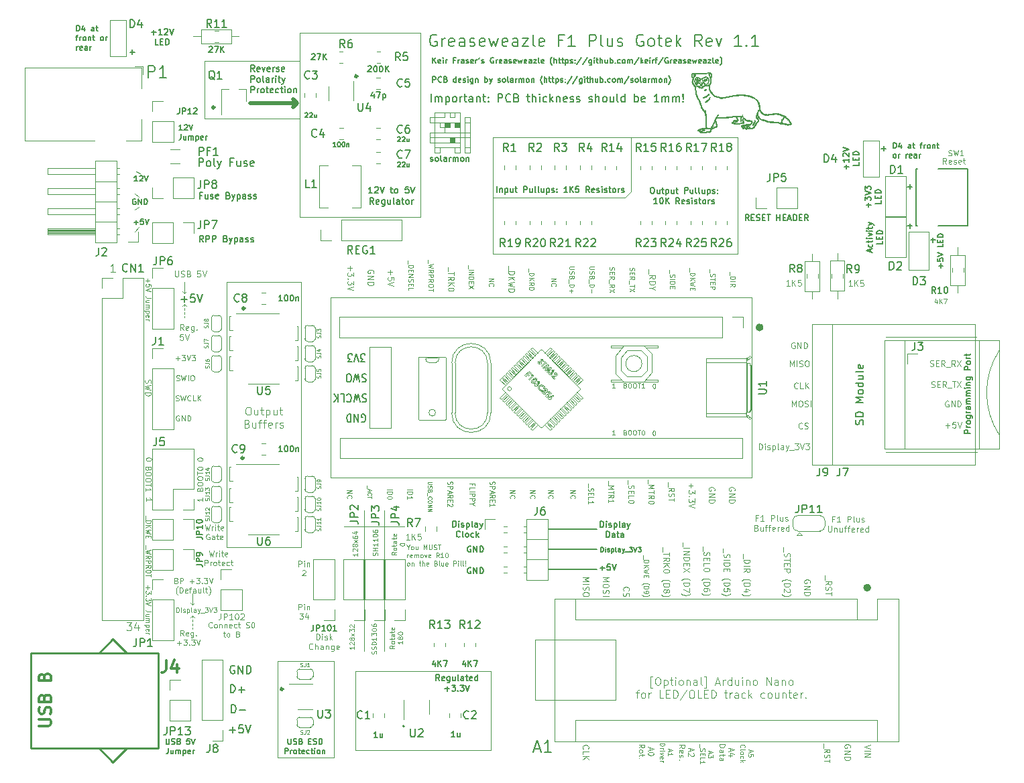
<source format=gbr>
G04 #@! TF.GenerationSoftware,KiCad,Pcbnew,(5.1.9)-1*
G04 #@! TF.CreationDate,2021-07-31T21:08:57+01:00*
G04 #@! TF.ProjectId,Greaseweazle F1 Plus Gotek Rev 1.1,47726561-7365-4776-9561-7a6c65204631,1*
G04 #@! TF.SameCoordinates,PX6312cb0PY6bcb370*
G04 #@! TF.FileFunction,Legend,Top*
G04 #@! TF.FilePolarity,Positive*
%FSLAX46Y46*%
G04 Gerber Fmt 4.6, Leading zero omitted, Abs format (unit mm)*
G04 Created by KiCad (PCBNEW (5.1.9)-1) date 2021-07-31 21:08:57*
%MOMM*%
%LPD*%
G01*
G04 APERTURE LIST*
%ADD10C,0.150000*%
%ADD11C,0.125000*%
%ADD12C,0.100000*%
%ADD13C,0.120000*%
%ADD14C,0.300000*%
%ADD15C,0.187500*%
%ADD16C,0.600000*%
%ADD17C,0.200000*%
%ADD18C,0.500000*%
%ADD19C,0.010000*%
%ADD20C,0.254000*%
%ADD21C,0.127000*%
%ADD22C,0.304800*%
G04 APERTURE END LIST*
D10*
X9271095Y-7120000D02*
X9175857Y-7072380D01*
X9033000Y-7072380D01*
X8890142Y-7120000D01*
X8794904Y-7215238D01*
X8747285Y-7310476D01*
X8699666Y-7500952D01*
X8699666Y-7643809D01*
X8747285Y-7834285D01*
X8794904Y-7929523D01*
X8890142Y-8024761D01*
X9033000Y-8072380D01*
X9128238Y-8072380D01*
X9271095Y-8024761D01*
X9318714Y-7977142D01*
X9318714Y-7643809D01*
X9128238Y-7643809D01*
X9747285Y-8072380D02*
X9747285Y-7072380D01*
X10318714Y-8072380D01*
X10318714Y-7072380D01*
X10794904Y-8072380D02*
X10794904Y-7072380D01*
X11033000Y-7072380D01*
X11175857Y-7120000D01*
X11271095Y-7215238D01*
X11318714Y-7310476D01*
X11366333Y-7500952D01*
X11366333Y-7643809D01*
X11318714Y-7834285D01*
X11271095Y-7929523D01*
X11175857Y-8024761D01*
X11033000Y-8072380D01*
X10794904Y-8072380D01*
X8771047Y-10485380D02*
X8771047Y-9485380D01*
X9009142Y-9485380D01*
X9152000Y-9533000D01*
X9247238Y-9628238D01*
X9294857Y-9723476D01*
X9342476Y-9913952D01*
X9342476Y-10056809D01*
X9294857Y-10247285D01*
X9247238Y-10342523D01*
X9152000Y-10437761D01*
X9009142Y-10485380D01*
X8771047Y-10485380D01*
X9771047Y-10104428D02*
X10532952Y-10104428D01*
X10152000Y-10485380D02*
X10152000Y-9723476D01*
X8898047Y-13025380D02*
X8898047Y-12025380D01*
X9136142Y-12025380D01*
X9279000Y-12073000D01*
X9374238Y-12168238D01*
X9421857Y-12263476D01*
X9469476Y-12453952D01*
X9469476Y-12596809D01*
X9421857Y-12787285D01*
X9374238Y-12882523D01*
X9279000Y-12977761D01*
X9136142Y-13025380D01*
X8898047Y-13025380D01*
X9898047Y-12644428D02*
X10659952Y-12644428D01*
X629666Y-16288666D02*
X629666Y-16855333D01*
X663000Y-16922000D01*
X696333Y-16955333D01*
X763000Y-16988666D01*
X896333Y-16988666D01*
X963000Y-16955333D01*
X996333Y-16922000D01*
X1029666Y-16855333D01*
X1029666Y-16288666D01*
X1329666Y-16955333D02*
X1429666Y-16988666D01*
X1596333Y-16988666D01*
X1663000Y-16955333D01*
X1696333Y-16922000D01*
X1729666Y-16855333D01*
X1729666Y-16788666D01*
X1696333Y-16722000D01*
X1663000Y-16688666D01*
X1596333Y-16655333D01*
X1463000Y-16622000D01*
X1396333Y-16588666D01*
X1363000Y-16555333D01*
X1329666Y-16488666D01*
X1329666Y-16422000D01*
X1363000Y-16355333D01*
X1396333Y-16322000D01*
X1463000Y-16288666D01*
X1629666Y-16288666D01*
X1729666Y-16322000D01*
X2263000Y-16622000D02*
X2363000Y-16655333D01*
X2396333Y-16688666D01*
X2429666Y-16755333D01*
X2429666Y-16855333D01*
X2396333Y-16922000D01*
X2363000Y-16955333D01*
X2296333Y-16988666D01*
X2029666Y-16988666D01*
X2029666Y-16288666D01*
X2263000Y-16288666D01*
X2329666Y-16322000D01*
X2363000Y-16355333D01*
X2396333Y-16422000D01*
X2396333Y-16488666D01*
X2363000Y-16555333D01*
X2329666Y-16588666D01*
X2263000Y-16622000D01*
X2029666Y-16622000D01*
X3596333Y-16288666D02*
X3263000Y-16288666D01*
X3229666Y-16622000D01*
X3263000Y-16588666D01*
X3329666Y-16555333D01*
X3496333Y-16555333D01*
X3563000Y-16588666D01*
X3596333Y-16622000D01*
X3629666Y-16688666D01*
X3629666Y-16855333D01*
X3596333Y-16922000D01*
X3563000Y-16955333D01*
X3496333Y-16988666D01*
X3329666Y-16988666D01*
X3263000Y-16955333D01*
X3229666Y-16922000D01*
X3829666Y-16288666D02*
X4063000Y-16988666D01*
X4296333Y-16288666D01*
X896333Y-17488666D02*
X896333Y-17988666D01*
X863000Y-18088666D01*
X796333Y-18155333D01*
X696333Y-18188666D01*
X629666Y-18188666D01*
X1529666Y-17722000D02*
X1529666Y-18188666D01*
X1229666Y-17722000D02*
X1229666Y-18088666D01*
X1263000Y-18155333D01*
X1329666Y-18188666D01*
X1429666Y-18188666D01*
X1496333Y-18155333D01*
X1529666Y-18122000D01*
X1863000Y-18188666D02*
X1863000Y-17722000D01*
X1863000Y-17788666D02*
X1896333Y-17755333D01*
X1963000Y-17722000D01*
X2063000Y-17722000D01*
X2129666Y-17755333D01*
X2163000Y-17822000D01*
X2163000Y-18188666D01*
X2163000Y-17822000D02*
X2196333Y-17755333D01*
X2263000Y-17722000D01*
X2363000Y-17722000D01*
X2429666Y-17755333D01*
X2463000Y-17822000D01*
X2463000Y-18188666D01*
X2796333Y-17722000D02*
X2796333Y-18422000D01*
X2796333Y-17755333D02*
X2863000Y-17722000D01*
X2996333Y-17722000D01*
X3063000Y-17755333D01*
X3096333Y-17788666D01*
X3129666Y-17855333D01*
X3129666Y-18055333D01*
X3096333Y-18122000D01*
X3063000Y-18155333D01*
X2996333Y-18188666D01*
X2863000Y-18188666D01*
X2796333Y-18155333D01*
X3696333Y-18155333D02*
X3629666Y-18188666D01*
X3496333Y-18188666D01*
X3429666Y-18155333D01*
X3396333Y-18088666D01*
X3396333Y-17822000D01*
X3429666Y-17755333D01*
X3496333Y-17722000D01*
X3629666Y-17722000D01*
X3696333Y-17755333D01*
X3729666Y-17822000D01*
X3729666Y-17888666D01*
X3396333Y-17955333D01*
X4029666Y-18188666D02*
X4029666Y-17722000D01*
X4029666Y-17855333D02*
X4063000Y-17788666D01*
X4096333Y-17755333D01*
X4163000Y-17722000D01*
X4229666Y-17722000D01*
D11*
X84991000Y11473572D02*
X84741000Y11473572D01*
X84741000Y11080715D02*
X84741000Y11830715D01*
X85098142Y11830715D01*
X85776714Y11080715D02*
X85348142Y11080715D01*
X85562428Y11080715D02*
X85562428Y11830715D01*
X85491000Y11723572D01*
X85419571Y11652143D01*
X85348142Y11616429D01*
X86669571Y11080715D02*
X86669571Y11830715D01*
X86955285Y11830715D01*
X87026714Y11795000D01*
X87062428Y11759286D01*
X87098142Y11687858D01*
X87098142Y11580715D01*
X87062428Y11509286D01*
X87026714Y11473572D01*
X86955285Y11437858D01*
X86669571Y11437858D01*
X87526714Y11080715D02*
X87455285Y11116429D01*
X87419571Y11187858D01*
X87419571Y11830715D01*
X88133857Y11580715D02*
X88133857Y11080715D01*
X87812428Y11580715D02*
X87812428Y11187858D01*
X87848142Y11116429D01*
X87919571Y11080715D01*
X88026714Y11080715D01*
X88098142Y11116429D01*
X88133857Y11152143D01*
X88455285Y11116429D02*
X88526714Y11080715D01*
X88669571Y11080715D01*
X88741000Y11116429D01*
X88776714Y11187858D01*
X88776714Y11223572D01*
X88741000Y11295000D01*
X88669571Y11330715D01*
X88562428Y11330715D01*
X88491000Y11366429D01*
X88455285Y11437858D01*
X88455285Y11473572D01*
X88491000Y11545000D01*
X88562428Y11580715D01*
X88669571Y11580715D01*
X88741000Y11545000D01*
X84205285Y10580715D02*
X84205285Y9973572D01*
X84241000Y9902143D01*
X84276714Y9866429D01*
X84348142Y9830715D01*
X84491000Y9830715D01*
X84562428Y9866429D01*
X84598142Y9902143D01*
X84633857Y9973572D01*
X84633857Y10580715D01*
X84991000Y10330715D02*
X84991000Y9830715D01*
X84991000Y10259286D02*
X85026714Y10295000D01*
X85098142Y10330715D01*
X85205285Y10330715D01*
X85276714Y10295000D01*
X85312428Y10223572D01*
X85312428Y9830715D01*
X85991000Y10330715D02*
X85991000Y9830715D01*
X85669571Y10330715D02*
X85669571Y9937858D01*
X85705285Y9866429D01*
X85776714Y9830715D01*
X85883857Y9830715D01*
X85955285Y9866429D01*
X85991000Y9902143D01*
X86241000Y10330715D02*
X86526714Y10330715D01*
X86348142Y9830715D02*
X86348142Y10473572D01*
X86383857Y10545000D01*
X86455285Y10580715D01*
X86526714Y10580715D01*
X86669571Y10330715D02*
X86955285Y10330715D01*
X86776714Y9830715D02*
X86776714Y10473572D01*
X86812428Y10545000D01*
X86883857Y10580715D01*
X86955285Y10580715D01*
X87491000Y9866429D02*
X87419571Y9830715D01*
X87276714Y9830715D01*
X87205285Y9866429D01*
X87169571Y9937858D01*
X87169571Y10223572D01*
X87205285Y10295000D01*
X87276714Y10330715D01*
X87419571Y10330715D01*
X87491000Y10295000D01*
X87526714Y10223572D01*
X87526714Y10152143D01*
X87169571Y10080715D01*
X87848142Y9830715D02*
X87848142Y10330715D01*
X87848142Y10187858D02*
X87883857Y10259286D01*
X87919571Y10295000D01*
X87991000Y10330715D01*
X88062428Y10330715D01*
X88598142Y9866429D02*
X88526714Y9830715D01*
X88383857Y9830715D01*
X88312428Y9866429D01*
X88276714Y9937858D01*
X88276714Y10223572D01*
X88312428Y10295000D01*
X88383857Y10330715D01*
X88526714Y10330715D01*
X88598142Y10295000D01*
X88633857Y10223572D01*
X88633857Y10152143D01*
X88276714Y10080715D01*
X89276714Y9830715D02*
X89276714Y10580715D01*
X89276714Y9866429D02*
X89205285Y9830715D01*
X89062428Y9830715D01*
X88991000Y9866429D01*
X88955285Y9902143D01*
X88919571Y9973572D01*
X88919571Y10187858D01*
X88955285Y10259286D01*
X88991000Y10295000D01*
X89062428Y10330715D01*
X89205285Y10330715D01*
X89276714Y10295000D01*
X75339000Y11600572D02*
X75089000Y11600572D01*
X75089000Y11207715D02*
X75089000Y11957715D01*
X75446142Y11957715D01*
X76124714Y11207715D02*
X75696142Y11207715D01*
X75910428Y11207715D02*
X75910428Y11957715D01*
X75839000Y11850572D01*
X75767571Y11779143D01*
X75696142Y11743429D01*
X77017571Y11207715D02*
X77017571Y11957715D01*
X77303285Y11957715D01*
X77374714Y11922000D01*
X77410428Y11886286D01*
X77446142Y11814858D01*
X77446142Y11707715D01*
X77410428Y11636286D01*
X77374714Y11600572D01*
X77303285Y11564858D01*
X77017571Y11564858D01*
X77874714Y11207715D02*
X77803285Y11243429D01*
X77767571Y11314858D01*
X77767571Y11957715D01*
X78481857Y11707715D02*
X78481857Y11207715D01*
X78160428Y11707715D02*
X78160428Y11314858D01*
X78196142Y11243429D01*
X78267571Y11207715D01*
X78374714Y11207715D01*
X78446142Y11243429D01*
X78481857Y11279143D01*
X78803285Y11243429D02*
X78874714Y11207715D01*
X79017571Y11207715D01*
X79089000Y11243429D01*
X79124714Y11314858D01*
X79124714Y11350572D01*
X79089000Y11422000D01*
X79017571Y11457715D01*
X78910428Y11457715D01*
X78839000Y11493429D01*
X78803285Y11564858D01*
X78803285Y11600572D01*
X78839000Y11672000D01*
X78910428Y11707715D01*
X79017571Y11707715D01*
X79089000Y11672000D01*
X75160428Y10350572D02*
X75267571Y10314858D01*
X75303285Y10279143D01*
X75339000Y10207715D01*
X75339000Y10100572D01*
X75303285Y10029143D01*
X75267571Y9993429D01*
X75196142Y9957715D01*
X74910428Y9957715D01*
X74910428Y10707715D01*
X75160428Y10707715D01*
X75231857Y10672000D01*
X75267571Y10636286D01*
X75303285Y10564858D01*
X75303285Y10493429D01*
X75267571Y10422000D01*
X75231857Y10386286D01*
X75160428Y10350572D01*
X74910428Y10350572D01*
X75981857Y10457715D02*
X75981857Y9957715D01*
X75660428Y10457715D02*
X75660428Y10064858D01*
X75696142Y9993429D01*
X75767571Y9957715D01*
X75874714Y9957715D01*
X75946142Y9993429D01*
X75981857Y10029143D01*
X76231857Y10457715D02*
X76517571Y10457715D01*
X76339000Y9957715D02*
X76339000Y10600572D01*
X76374714Y10672000D01*
X76446142Y10707715D01*
X76517571Y10707715D01*
X76660428Y10457715D02*
X76946142Y10457715D01*
X76767571Y9957715D02*
X76767571Y10600572D01*
X76803285Y10672000D01*
X76874714Y10707715D01*
X76946142Y10707715D01*
X77481857Y9993429D02*
X77410428Y9957715D01*
X77267571Y9957715D01*
X77196142Y9993429D01*
X77160428Y10064858D01*
X77160428Y10350572D01*
X77196142Y10422000D01*
X77267571Y10457715D01*
X77410428Y10457715D01*
X77481857Y10422000D01*
X77517571Y10350572D01*
X77517571Y10279143D01*
X77160428Y10207715D01*
X77839000Y9957715D02*
X77839000Y10457715D01*
X77839000Y10314858D02*
X77874714Y10386286D01*
X77910428Y10422000D01*
X77981857Y10457715D01*
X78053285Y10457715D01*
X78589000Y9993429D02*
X78517571Y9957715D01*
X78374714Y9957715D01*
X78303285Y9993429D01*
X78267571Y10064858D01*
X78267571Y10350572D01*
X78303285Y10422000D01*
X78374714Y10457715D01*
X78517571Y10457715D01*
X78589000Y10422000D01*
X78624714Y10350572D01*
X78624714Y10279143D01*
X78267571Y10207715D01*
X79267571Y9957715D02*
X79267571Y10707715D01*
X79267571Y9993429D02*
X79196142Y9957715D01*
X79053285Y9957715D01*
X78981857Y9993429D01*
X78946142Y10029143D01*
X78910428Y10100572D01*
X78910428Y10314858D01*
X78946142Y10386286D01*
X78981857Y10422000D01*
X79053285Y10457715D01*
X79196142Y10457715D01*
X79267571Y10422000D01*
D12*
X6423333Y-2215000D02*
X6390000Y-2248333D01*
X6290000Y-2281666D01*
X6223333Y-2281666D01*
X6123333Y-2248333D01*
X6056666Y-2181666D01*
X6023333Y-2115000D01*
X5990000Y-1981666D01*
X5990000Y-1881666D01*
X6023333Y-1748333D01*
X6056666Y-1681666D01*
X6123333Y-1615000D01*
X6223333Y-1581666D01*
X6290000Y-1581666D01*
X6390000Y-1615000D01*
X6423333Y-1648333D01*
X6823333Y-2281666D02*
X6756666Y-2248333D01*
X6723333Y-2215000D01*
X6690000Y-2148333D01*
X6690000Y-1948333D01*
X6723333Y-1881666D01*
X6756666Y-1848333D01*
X6823333Y-1815000D01*
X6923333Y-1815000D01*
X6990000Y-1848333D01*
X7023333Y-1881666D01*
X7056666Y-1948333D01*
X7056666Y-2148333D01*
X7023333Y-2215000D01*
X6990000Y-2248333D01*
X6923333Y-2281666D01*
X6823333Y-2281666D01*
X7356666Y-1815000D02*
X7356666Y-2281666D01*
X7356666Y-1881666D02*
X7390000Y-1848333D01*
X7456666Y-1815000D01*
X7556666Y-1815000D01*
X7623333Y-1848333D01*
X7656666Y-1915000D01*
X7656666Y-2281666D01*
X7990000Y-1815000D02*
X7990000Y-2281666D01*
X7990000Y-1881666D02*
X8023333Y-1848333D01*
X8090000Y-1815000D01*
X8190000Y-1815000D01*
X8256666Y-1848333D01*
X8290000Y-1915000D01*
X8290000Y-2281666D01*
X8890000Y-2248333D02*
X8823333Y-2281666D01*
X8690000Y-2281666D01*
X8623333Y-2248333D01*
X8590000Y-2181666D01*
X8590000Y-1915000D01*
X8623333Y-1848333D01*
X8690000Y-1815000D01*
X8823333Y-1815000D01*
X8890000Y-1848333D01*
X8923333Y-1915000D01*
X8923333Y-1981666D01*
X8590000Y-2048333D01*
X9523333Y-2248333D02*
X9456666Y-2281666D01*
X9323333Y-2281666D01*
X9256666Y-2248333D01*
X9223333Y-2215000D01*
X9190000Y-2148333D01*
X9190000Y-1948333D01*
X9223333Y-1881666D01*
X9256666Y-1848333D01*
X9323333Y-1815000D01*
X9456666Y-1815000D01*
X9523333Y-1848333D01*
X9723333Y-1815000D02*
X9990000Y-1815000D01*
X9823333Y-1581666D02*
X9823333Y-2181666D01*
X9856666Y-2248333D01*
X9923333Y-2281666D01*
X9990000Y-2281666D01*
X10723333Y-2248333D02*
X10823333Y-2281666D01*
X10990000Y-2281666D01*
X11056666Y-2248333D01*
X11090000Y-2215000D01*
X11123333Y-2148333D01*
X11123333Y-2081666D01*
X11090000Y-2015000D01*
X11056666Y-1981666D01*
X10990000Y-1948333D01*
X10856666Y-1915000D01*
X10790000Y-1881666D01*
X10756666Y-1848333D01*
X10723333Y-1781666D01*
X10723333Y-1715000D01*
X10756666Y-1648333D01*
X10790000Y-1615000D01*
X10856666Y-1581666D01*
X11023333Y-1581666D01*
X11123333Y-1615000D01*
X11556666Y-1581666D02*
X11623333Y-1581666D01*
X11690000Y-1615000D01*
X11723333Y-1648333D01*
X11756666Y-1715000D01*
X11790000Y-1848333D01*
X11790000Y-2015000D01*
X11756666Y-2148333D01*
X11723333Y-2215000D01*
X11690000Y-2248333D01*
X11623333Y-2281666D01*
X11556666Y-2281666D01*
X11490000Y-2248333D01*
X11456666Y-2215000D01*
X11423333Y-2148333D01*
X11390000Y-2015000D01*
X11390000Y-1848333D01*
X11423333Y-1715000D01*
X11456666Y-1648333D01*
X11490000Y-1615000D01*
X11556666Y-1581666D01*
X7823333Y-2965000D02*
X8090000Y-2965000D01*
X7923333Y-2731666D02*
X7923333Y-3331666D01*
X7956666Y-3398333D01*
X8023333Y-3431666D01*
X8090000Y-3431666D01*
X8423333Y-3431666D02*
X8356666Y-3398333D01*
X8323333Y-3365000D01*
X8290000Y-3298333D01*
X8290000Y-3098333D01*
X8323333Y-3031666D01*
X8356666Y-2998333D01*
X8423333Y-2965000D01*
X8523333Y-2965000D01*
X8590000Y-2998333D01*
X8623333Y-3031666D01*
X8656666Y-3098333D01*
X8656666Y-3298333D01*
X8623333Y-3365000D01*
X8590000Y-3398333D01*
X8523333Y-3431666D01*
X8423333Y-3431666D01*
X9723333Y-3065000D02*
X9823333Y-3098333D01*
X9856666Y-3131666D01*
X9890000Y-3198333D01*
X9890000Y-3298333D01*
X9856666Y-3365000D01*
X9823333Y-3398333D01*
X9756666Y-3431666D01*
X9490000Y-3431666D01*
X9490000Y-2731666D01*
X9723333Y-2731666D01*
X9790000Y-2765000D01*
X9823333Y-2798333D01*
X9856666Y-2865000D01*
X9856666Y-2931666D01*
X9823333Y-2998333D01*
X9790000Y-3031666D01*
X9723333Y-3065000D01*
X9490000Y-3065000D01*
X19591857Y-3790785D02*
X19591857Y-3040785D01*
X19770428Y-3040785D01*
X19877571Y-3076500D01*
X19949000Y-3147928D01*
X19984714Y-3219357D01*
X20020428Y-3362214D01*
X20020428Y-3469357D01*
X19984714Y-3612214D01*
X19949000Y-3683642D01*
X19877571Y-3755071D01*
X19770428Y-3790785D01*
X19591857Y-3790785D01*
X20341857Y-3790785D02*
X20341857Y-3290785D01*
X20341857Y-3040785D02*
X20306142Y-3076500D01*
X20341857Y-3112214D01*
X20377571Y-3076500D01*
X20341857Y-3040785D01*
X20341857Y-3112214D01*
X20663285Y-3755071D02*
X20734714Y-3790785D01*
X20877571Y-3790785D01*
X20949000Y-3755071D01*
X20984714Y-3683642D01*
X20984714Y-3647928D01*
X20949000Y-3576500D01*
X20877571Y-3540785D01*
X20770428Y-3540785D01*
X20699000Y-3505071D01*
X20663285Y-3433642D01*
X20663285Y-3397928D01*
X20699000Y-3326500D01*
X20770428Y-3290785D01*
X20877571Y-3290785D01*
X20949000Y-3326500D01*
X21306142Y-3790785D02*
X21306142Y-3040785D01*
X21377571Y-3505071D02*
X21591857Y-3790785D01*
X21591857Y-3290785D02*
X21306142Y-3576500D01*
X19127571Y-4944357D02*
X19091857Y-4980071D01*
X18984714Y-5015785D01*
X18913285Y-5015785D01*
X18806142Y-4980071D01*
X18734714Y-4908642D01*
X18699000Y-4837214D01*
X18663285Y-4694357D01*
X18663285Y-4587214D01*
X18699000Y-4444357D01*
X18734714Y-4372928D01*
X18806142Y-4301500D01*
X18913285Y-4265785D01*
X18984714Y-4265785D01*
X19091857Y-4301500D01*
X19127571Y-4337214D01*
X19449000Y-5015785D02*
X19449000Y-4265785D01*
X19770428Y-5015785D02*
X19770428Y-4622928D01*
X19734714Y-4551500D01*
X19663285Y-4515785D01*
X19556142Y-4515785D01*
X19484714Y-4551500D01*
X19449000Y-4587214D01*
X20449000Y-5015785D02*
X20449000Y-4622928D01*
X20413285Y-4551500D01*
X20341857Y-4515785D01*
X20199000Y-4515785D01*
X20127571Y-4551500D01*
X20449000Y-4980071D02*
X20377571Y-5015785D01*
X20199000Y-5015785D01*
X20127571Y-4980071D01*
X20091857Y-4908642D01*
X20091857Y-4837214D01*
X20127571Y-4765785D01*
X20199000Y-4730071D01*
X20377571Y-4730071D01*
X20449000Y-4694357D01*
X20806142Y-4515785D02*
X20806142Y-5015785D01*
X20806142Y-4587214D02*
X20841857Y-4551500D01*
X20913285Y-4515785D01*
X21020428Y-4515785D01*
X21091857Y-4551500D01*
X21127571Y-4622928D01*
X21127571Y-5015785D01*
X21806142Y-4515785D02*
X21806142Y-5122928D01*
X21770428Y-5194357D01*
X21734714Y-5230071D01*
X21663285Y-5265785D01*
X21556142Y-5265785D01*
X21484714Y-5230071D01*
X21806142Y-4980071D02*
X21734714Y-5015785D01*
X21591857Y-5015785D01*
X21520428Y-4980071D01*
X21484714Y-4944357D01*
X21449000Y-4872928D01*
X21449000Y-4658642D01*
X21484714Y-4587214D01*
X21520428Y-4551500D01*
X21591857Y-4515785D01*
X21734714Y-4515785D01*
X21806142Y-4551500D01*
X22449000Y-4980071D02*
X22377571Y-5015785D01*
X22234714Y-5015785D01*
X22163285Y-4980071D01*
X22127571Y-4908642D01*
X22127571Y-4622928D01*
X22163285Y-4551500D01*
X22234714Y-4515785D01*
X22377571Y-4515785D01*
X22449000Y-4551500D01*
X22484714Y-4622928D01*
X22484714Y-4694357D01*
X22127571Y-4765785D01*
D11*
X17367333Y5477834D02*
X17367333Y6177834D01*
X17634000Y6177834D01*
X17700666Y6144500D01*
X17734000Y6111167D01*
X17767333Y6044500D01*
X17767333Y5944500D01*
X17734000Y5877834D01*
X17700666Y5844500D01*
X17634000Y5811167D01*
X17367333Y5811167D01*
X18067333Y5477834D02*
X18067333Y5944500D01*
X18067333Y6177834D02*
X18034000Y6144500D01*
X18067333Y6111167D01*
X18100666Y6144500D01*
X18067333Y6177834D01*
X18067333Y6111167D01*
X18400666Y5944500D02*
X18400666Y5477834D01*
X18400666Y5877834D02*
X18434000Y5911167D01*
X18500666Y5944500D01*
X18600666Y5944500D01*
X18667333Y5911167D01*
X18700666Y5844500D01*
X18700666Y5477834D01*
X17834000Y4936167D02*
X17867333Y4969500D01*
X17934000Y5002834D01*
X18100666Y5002834D01*
X18167333Y4969500D01*
X18200666Y4936167D01*
X18234000Y4869500D01*
X18234000Y4802834D01*
X18200666Y4702834D01*
X17800666Y4302834D01*
X18234000Y4302834D01*
X17367333Y16834D02*
X17367333Y716834D01*
X17634000Y716834D01*
X17700666Y683500D01*
X17734000Y650167D01*
X17767333Y583500D01*
X17767333Y483500D01*
X17734000Y416834D01*
X17700666Y383500D01*
X17634000Y350167D01*
X17367333Y350167D01*
X18067333Y16834D02*
X18067333Y483500D01*
X18067333Y716834D02*
X18034000Y683500D01*
X18067333Y650167D01*
X18100666Y683500D01*
X18067333Y716834D01*
X18067333Y650167D01*
X18400666Y483500D02*
X18400666Y16834D01*
X18400666Y416834D02*
X18434000Y450167D01*
X18500666Y483500D01*
X18600666Y483500D01*
X18667333Y450167D01*
X18700666Y383500D01*
X18700666Y16834D01*
X17467333Y-458166D02*
X17900666Y-458166D01*
X17667333Y-724833D01*
X17767333Y-724833D01*
X17834000Y-758166D01*
X17867333Y-791500D01*
X17900666Y-858166D01*
X17900666Y-1024833D01*
X17867333Y-1091500D01*
X17834000Y-1124833D01*
X17767333Y-1158166D01*
X17567333Y-1158166D01*
X17500666Y-1124833D01*
X17467333Y-1091500D01*
X18500666Y-691500D02*
X18500666Y-1158166D01*
X18334000Y-424833D02*
X18167333Y-924833D01*
X18600666Y-924833D01*
D13*
X8255000Y7874000D02*
X8255000Y41402000D01*
X17653000Y7874000D02*
X8255000Y7874000D01*
X17653000Y41402000D02*
X17653000Y7874000D01*
X8255000Y41402000D02*
X17653000Y41402000D01*
D11*
X10930190Y25617120D02*
X11120666Y25617120D01*
X11215904Y25569500D01*
X11311142Y25474262D01*
X11358761Y25283786D01*
X11358761Y24950453D01*
X11311142Y24759977D01*
X11215904Y24664739D01*
X11120666Y24617120D01*
X10930190Y24617120D01*
X10834952Y24664739D01*
X10739714Y24759977D01*
X10692095Y24950453D01*
X10692095Y25283786D01*
X10739714Y25474262D01*
X10834952Y25569500D01*
X10930190Y25617120D01*
X12215904Y25283786D02*
X12215904Y24617120D01*
X11787333Y25283786D02*
X11787333Y24759977D01*
X11834952Y24664739D01*
X11930190Y24617120D01*
X12073047Y24617120D01*
X12168285Y24664739D01*
X12215904Y24712358D01*
X12549238Y25283786D02*
X12930190Y25283786D01*
X12692095Y25617120D02*
X12692095Y24759977D01*
X12739714Y24664739D01*
X12834952Y24617120D01*
X12930190Y24617120D01*
X13263523Y25283786D02*
X13263523Y24283786D01*
X13263523Y25236167D02*
X13358761Y25283786D01*
X13549238Y25283786D01*
X13644476Y25236167D01*
X13692095Y25188548D01*
X13739714Y25093310D01*
X13739714Y24807596D01*
X13692095Y24712358D01*
X13644476Y24664739D01*
X13549238Y24617120D01*
X13358761Y24617120D01*
X13263523Y24664739D01*
X14596857Y25283786D02*
X14596857Y24617120D01*
X14168285Y25283786D02*
X14168285Y24759977D01*
X14215904Y24664739D01*
X14311142Y24617120D01*
X14454000Y24617120D01*
X14549238Y24664739D01*
X14596857Y24712358D01*
X14930190Y25283786D02*
X15311142Y25283786D01*
X15073047Y25617120D02*
X15073047Y24759977D01*
X15120666Y24664739D01*
X15215904Y24617120D01*
X15311142Y24617120D01*
X10858761Y23515929D02*
X11001619Y23468310D01*
X11049238Y23420691D01*
X11096857Y23325453D01*
X11096857Y23182596D01*
X11049238Y23087358D01*
X11001619Y23039739D01*
X10906380Y22992120D01*
X10525428Y22992120D01*
X10525428Y23992120D01*
X10858761Y23992120D01*
X10954000Y23944500D01*
X11001619Y23896881D01*
X11049238Y23801643D01*
X11049238Y23706405D01*
X11001619Y23611167D01*
X10954000Y23563548D01*
X10858761Y23515929D01*
X10525428Y23515929D01*
X11954000Y23658786D02*
X11954000Y22992120D01*
X11525428Y23658786D02*
X11525428Y23134977D01*
X11573047Y23039739D01*
X11668285Y22992120D01*
X11811142Y22992120D01*
X11906380Y23039739D01*
X11954000Y23087358D01*
X12287333Y23658786D02*
X12668285Y23658786D01*
X12430190Y22992120D02*
X12430190Y23849262D01*
X12477809Y23944500D01*
X12573047Y23992120D01*
X12668285Y23992120D01*
X12858761Y23658786D02*
X13239714Y23658786D01*
X13001619Y22992120D02*
X13001619Y23849262D01*
X13049238Y23944500D01*
X13144476Y23992120D01*
X13239714Y23992120D01*
X13954000Y23039739D02*
X13858761Y22992120D01*
X13668285Y22992120D01*
X13573047Y23039739D01*
X13525428Y23134977D01*
X13525428Y23515929D01*
X13573047Y23611167D01*
X13668285Y23658786D01*
X13858761Y23658786D01*
X13954000Y23611167D01*
X14001619Y23515929D01*
X14001619Y23420691D01*
X13525428Y23325453D01*
X14430190Y22992120D02*
X14430190Y23658786D01*
X14430190Y23468310D02*
X14477809Y23563548D01*
X14525428Y23611167D01*
X14620666Y23658786D01*
X14715904Y23658786D01*
X15001619Y23039739D02*
X15096857Y22992120D01*
X15287333Y22992120D01*
X15382571Y23039739D01*
X15430190Y23134977D01*
X15430190Y23182596D01*
X15382571Y23277834D01*
X15287333Y23325453D01*
X15144476Y23325453D01*
X15049238Y23373072D01*
X15001619Y23468310D01*
X15001619Y23515929D01*
X15049238Y23611167D01*
X15144476Y23658786D01*
X15287333Y23658786D01*
X15382571Y23611167D01*
D13*
X17272000Y11684000D02*
X17272000Y9906000D01*
X17145000Y11684000D02*
X17272000Y11684000D01*
X17272000Y9906000D02*
X16891000Y9906000D01*
X17145000Y14224000D02*
X17272000Y14224000D01*
X17272000Y12446000D02*
X16891000Y12446000D01*
X17272000Y14224000D02*
X17272000Y12446000D01*
X17272000Y16764000D02*
X17272000Y14986000D01*
X17272000Y14986000D02*
X16891000Y14986000D01*
X17145000Y16764000D02*
X17272000Y16764000D01*
X17145000Y30734000D02*
X17272000Y30734000D01*
X17272000Y30734000D02*
X17272000Y28956000D01*
X17272000Y28956000D02*
X16891000Y28956000D01*
X17272000Y31496000D02*
X16891000Y31496000D01*
X17272000Y33274000D02*
X17272000Y31496000D01*
X17145000Y33274000D02*
X17272000Y33274000D01*
X8636000Y11176000D02*
X9017000Y11176000D01*
X8763000Y12954000D02*
X8636000Y12954000D01*
X8636000Y12954000D02*
X8636000Y11176000D01*
X8763000Y15367000D02*
X8636000Y15367000D01*
X8636000Y15367000D02*
X8636000Y13589000D01*
X8636000Y13589000D02*
X9017000Y13589000D01*
X8763000Y18034000D02*
X8636000Y18034000D01*
X8636000Y16256000D02*
X9017000Y16256000D01*
X8636000Y18034000D02*
X8636000Y16256000D01*
X8636000Y32004000D02*
X8636000Y30226000D01*
X8636000Y30226000D02*
X9017000Y30226000D01*
X8763000Y32004000D02*
X8636000Y32004000D01*
X8763000Y34544000D02*
X8636000Y34544000D01*
X8636000Y34544000D02*
X8636000Y32766000D01*
X8636000Y32766000D02*
X9017000Y32766000D01*
X8636000Y35306000D02*
X9017000Y35306000D01*
X8636000Y37084000D02*
X8636000Y35306000D01*
X8763000Y37084000D02*
X8636000Y37084000D01*
X17272000Y34036000D02*
X16891000Y34036000D01*
X17272000Y35814000D02*
X17272000Y34036000D01*
X17145000Y35814000D02*
X17272000Y35814000D01*
D14*
X10564000Y38100000D02*
G75*
G03*
X10564000Y38100000I-150000J0D01*
G01*
X10437000Y19177000D02*
G75*
G03*
X10437000Y19177000I-150000J0D01*
G01*
D10*
X92466166Y58322334D02*
X92466166Y59022334D01*
X92632833Y59022334D01*
X92732833Y58989000D01*
X92799500Y58922334D01*
X92832833Y58855667D01*
X92866166Y58722334D01*
X92866166Y58622334D01*
X92832833Y58489000D01*
X92799500Y58422334D01*
X92732833Y58355667D01*
X92632833Y58322334D01*
X92466166Y58322334D01*
X93466166Y58789000D02*
X93466166Y58322334D01*
X93299500Y59055667D02*
X93132833Y58555667D01*
X93566166Y58555667D01*
X94666166Y58322334D02*
X94666166Y58689000D01*
X94632833Y58755667D01*
X94566166Y58789000D01*
X94432833Y58789000D01*
X94366166Y58755667D01*
X94666166Y58355667D02*
X94599500Y58322334D01*
X94432833Y58322334D01*
X94366166Y58355667D01*
X94332833Y58422334D01*
X94332833Y58489000D01*
X94366166Y58555667D01*
X94432833Y58589000D01*
X94599500Y58589000D01*
X94666166Y58622334D01*
X94899500Y58789000D02*
X95166166Y58789000D01*
X94999500Y59022334D02*
X94999500Y58422334D01*
X95032833Y58355667D01*
X95099500Y58322334D01*
X95166166Y58322334D01*
X95832833Y58789000D02*
X96099500Y58789000D01*
X95932833Y58322334D02*
X95932833Y58922334D01*
X95966166Y58989000D01*
X96032833Y59022334D01*
X96099500Y59022334D01*
X96332833Y58322334D02*
X96332833Y58789000D01*
X96332833Y58655667D02*
X96366166Y58722334D01*
X96399500Y58755667D01*
X96466166Y58789000D01*
X96532833Y58789000D01*
X96866166Y58322334D02*
X96799500Y58355667D01*
X96766166Y58389000D01*
X96732833Y58455667D01*
X96732833Y58655667D01*
X96766166Y58722334D01*
X96799500Y58755667D01*
X96866166Y58789000D01*
X96966166Y58789000D01*
X97032833Y58755667D01*
X97066166Y58722334D01*
X97099500Y58655667D01*
X97099500Y58455667D01*
X97066166Y58389000D01*
X97032833Y58355667D01*
X96966166Y58322334D01*
X96866166Y58322334D01*
X97399500Y58789000D02*
X97399500Y58322334D01*
X97399500Y58722334D02*
X97432833Y58755667D01*
X97499500Y58789000D01*
X97599500Y58789000D01*
X97666166Y58755667D01*
X97699500Y58689000D01*
X97699500Y58322334D01*
X97932833Y58789000D02*
X98199500Y58789000D01*
X98032833Y59022334D02*
X98032833Y58422334D01*
X98066166Y58355667D01*
X98132833Y58322334D01*
X98199500Y58322334D01*
X92566166Y57122334D02*
X92499500Y57155667D01*
X92466166Y57189000D01*
X92432833Y57255667D01*
X92432833Y57455667D01*
X92466166Y57522334D01*
X92499500Y57555667D01*
X92566166Y57589000D01*
X92666166Y57589000D01*
X92732833Y57555667D01*
X92766166Y57522334D01*
X92799500Y57455667D01*
X92799500Y57255667D01*
X92766166Y57189000D01*
X92732833Y57155667D01*
X92666166Y57122334D01*
X92566166Y57122334D01*
X93099500Y57122334D02*
X93099500Y57589000D01*
X93099500Y57455667D02*
X93132833Y57522334D01*
X93166166Y57555667D01*
X93232833Y57589000D01*
X93299500Y57589000D01*
X94066166Y57122334D02*
X94066166Y57589000D01*
X94066166Y57455667D02*
X94099500Y57522334D01*
X94132833Y57555667D01*
X94199500Y57589000D01*
X94266166Y57589000D01*
X94766166Y57155667D02*
X94699500Y57122334D01*
X94566166Y57122334D01*
X94499500Y57155667D01*
X94466166Y57222334D01*
X94466166Y57489000D01*
X94499500Y57555667D01*
X94566166Y57589000D01*
X94699500Y57589000D01*
X94766166Y57555667D01*
X94799500Y57489000D01*
X94799500Y57422334D01*
X94466166Y57355667D01*
X95399500Y57122334D02*
X95399500Y57489000D01*
X95366166Y57555667D01*
X95299500Y57589000D01*
X95166166Y57589000D01*
X95099500Y57555667D01*
X95399500Y57155667D02*
X95332833Y57122334D01*
X95166166Y57122334D01*
X95099500Y57155667D01*
X95066166Y57222334D01*
X95066166Y57289000D01*
X95099500Y57355667D01*
X95166166Y57389000D01*
X95332833Y57389000D01*
X95399500Y57422334D01*
X95732833Y57122334D02*
X95732833Y57589000D01*
X95732833Y57455667D02*
X95766166Y57522334D01*
X95799500Y57555667D01*
X95866166Y57589000D01*
X95932833Y57589000D01*
X-10657834Y73146334D02*
X-10657834Y73846334D01*
X-10491167Y73846334D01*
X-10391167Y73813000D01*
X-10324500Y73746334D01*
X-10291167Y73679667D01*
X-10257834Y73546334D01*
X-10257834Y73446334D01*
X-10291167Y73313000D01*
X-10324500Y73246334D01*
X-10391167Y73179667D01*
X-10491167Y73146334D01*
X-10657834Y73146334D01*
X-9657834Y73613000D02*
X-9657834Y73146334D01*
X-9824500Y73879667D02*
X-9991167Y73379667D01*
X-9557834Y73379667D01*
X-8457834Y73146334D02*
X-8457834Y73513000D01*
X-8491167Y73579667D01*
X-8557834Y73613000D01*
X-8691167Y73613000D01*
X-8757834Y73579667D01*
X-8457834Y73179667D02*
X-8524500Y73146334D01*
X-8691167Y73146334D01*
X-8757834Y73179667D01*
X-8791167Y73246334D01*
X-8791167Y73313000D01*
X-8757834Y73379667D01*
X-8691167Y73413000D01*
X-8524500Y73413000D01*
X-8457834Y73446334D01*
X-8224500Y73613000D02*
X-7957834Y73613000D01*
X-8124500Y73846334D02*
X-8124500Y73246334D01*
X-8091167Y73179667D01*
X-8024500Y73146334D01*
X-7957834Y73146334D01*
X-10757834Y72413000D02*
X-10491167Y72413000D01*
X-10657834Y71946334D02*
X-10657834Y72546334D01*
X-10624500Y72613000D01*
X-10557834Y72646334D01*
X-10491167Y72646334D01*
X-10257834Y71946334D02*
X-10257834Y72413000D01*
X-10257834Y72279667D02*
X-10224500Y72346334D01*
X-10191167Y72379667D01*
X-10124500Y72413000D01*
X-10057834Y72413000D01*
X-9724500Y71946334D02*
X-9791167Y71979667D01*
X-9824500Y72013000D01*
X-9857834Y72079667D01*
X-9857834Y72279667D01*
X-9824500Y72346334D01*
X-9791167Y72379667D01*
X-9724500Y72413000D01*
X-9624500Y72413000D01*
X-9557834Y72379667D01*
X-9524500Y72346334D01*
X-9491167Y72279667D01*
X-9491167Y72079667D01*
X-9524500Y72013000D01*
X-9557834Y71979667D01*
X-9624500Y71946334D01*
X-9724500Y71946334D01*
X-9191167Y72413000D02*
X-9191167Y71946334D01*
X-9191167Y72346334D02*
X-9157834Y72379667D01*
X-9091167Y72413000D01*
X-8991167Y72413000D01*
X-8924500Y72379667D01*
X-8891167Y72313000D01*
X-8891167Y71946334D01*
X-8657834Y72413000D02*
X-8391167Y72413000D01*
X-8557834Y72646334D02*
X-8557834Y72046334D01*
X-8524500Y71979667D01*
X-8457834Y71946334D01*
X-8391167Y71946334D01*
X-7524500Y71946334D02*
X-7591167Y71979667D01*
X-7624500Y72013000D01*
X-7657834Y72079667D01*
X-7657834Y72279667D01*
X-7624500Y72346334D01*
X-7591167Y72379667D01*
X-7524500Y72413000D01*
X-7424500Y72413000D01*
X-7357834Y72379667D01*
X-7324500Y72346334D01*
X-7291167Y72279667D01*
X-7291167Y72079667D01*
X-7324500Y72013000D01*
X-7357834Y71979667D01*
X-7424500Y71946334D01*
X-7524500Y71946334D01*
X-6991167Y71946334D02*
X-6991167Y72413000D01*
X-6991167Y72279667D02*
X-6957834Y72346334D01*
X-6924500Y72379667D01*
X-6857834Y72413000D01*
X-6791167Y72413000D01*
X-10657834Y70746334D02*
X-10657834Y71213000D01*
X-10657834Y71079667D02*
X-10624500Y71146334D01*
X-10591167Y71179667D01*
X-10524500Y71213000D01*
X-10457834Y71213000D01*
X-9957834Y70779667D02*
X-10024500Y70746334D01*
X-10157834Y70746334D01*
X-10224500Y70779667D01*
X-10257834Y70846334D01*
X-10257834Y71113000D01*
X-10224500Y71179667D01*
X-10157834Y71213000D01*
X-10024500Y71213000D01*
X-9957834Y71179667D01*
X-9924500Y71113000D01*
X-9924500Y71046334D01*
X-10257834Y70979667D01*
X-9324500Y70746334D02*
X-9324500Y71113000D01*
X-9357834Y71179667D01*
X-9424500Y71213000D01*
X-9557834Y71213000D01*
X-9624500Y71179667D01*
X-9324500Y70779667D02*
X-9391167Y70746334D01*
X-9557834Y70746334D01*
X-9624500Y70779667D01*
X-9657834Y70846334D01*
X-9657834Y70913000D01*
X-9624500Y70979667D01*
X-9557834Y71013000D01*
X-9391167Y71013000D01*
X-9324500Y71046334D01*
X-8991167Y70746334D02*
X-8991167Y71213000D01*
X-8991167Y71079667D02*
X-8957834Y71146334D01*
X-8924500Y71179667D01*
X-8857834Y71213000D01*
X-8791167Y71213000D01*
D15*
X91239571Y58007286D02*
X91239571Y58578715D01*
X91525285Y58293000D02*
X90953857Y58293000D01*
D10*
X86538071Y55701572D02*
X86538071Y56273000D01*
X86823785Y55987286D02*
X86252357Y55987286D01*
X86823785Y57023000D02*
X86823785Y56594429D01*
X86823785Y56808715D02*
X86073785Y56808715D01*
X86180928Y56737286D01*
X86252357Y56665858D01*
X86288071Y56594429D01*
X86145214Y57308715D02*
X86109500Y57344429D01*
X86073785Y57415858D01*
X86073785Y57594429D01*
X86109500Y57665858D01*
X86145214Y57701572D01*
X86216642Y57737286D01*
X86288071Y57737286D01*
X86395214Y57701572D01*
X86823785Y57273000D01*
X86823785Y57737286D01*
X86073785Y57951572D02*
X86823785Y58201572D01*
X86073785Y58451572D01*
X88098785Y56540858D02*
X88098785Y56183715D01*
X87348785Y56183715D01*
X87705928Y56790858D02*
X87705928Y57040858D01*
X88098785Y57148000D02*
X88098785Y56790858D01*
X87348785Y56790858D01*
X87348785Y57148000D01*
X88098785Y57469429D02*
X87348785Y57469429D01*
X87348785Y57648000D01*
X87384500Y57755143D01*
X87455928Y57826572D01*
X87527357Y57862286D01*
X87670214Y57898000D01*
X87777357Y57898000D01*
X87920214Y57862286D01*
X87991642Y57826572D01*
X88063071Y57755143D01*
X88098785Y57648000D01*
X88098785Y57469429D01*
D13*
X59309000Y52832000D02*
X58547000Y52070000D01*
D15*
X61968571Y53390965D02*
X62111428Y53390965D01*
X62182857Y53355250D01*
X62254285Y53283822D01*
X62290000Y53140965D01*
X62290000Y52890965D01*
X62254285Y52748108D01*
X62182857Y52676679D01*
X62111428Y52640965D01*
X61968571Y52640965D01*
X61897142Y52676679D01*
X61825714Y52748108D01*
X61790000Y52890965D01*
X61790000Y53140965D01*
X61825714Y53283822D01*
X61897142Y53355250D01*
X61968571Y53390965D01*
X62932857Y53140965D02*
X62932857Y52640965D01*
X62611428Y53140965D02*
X62611428Y52748108D01*
X62647142Y52676679D01*
X62718571Y52640965D01*
X62825714Y52640965D01*
X62897142Y52676679D01*
X62932857Y52712393D01*
X63182857Y53140965D02*
X63468571Y53140965D01*
X63290000Y53390965D02*
X63290000Y52748108D01*
X63325714Y52676679D01*
X63397142Y52640965D01*
X63468571Y52640965D01*
X63718571Y53140965D02*
X63718571Y52390965D01*
X63718571Y53105250D02*
X63790000Y53140965D01*
X63932857Y53140965D01*
X64004285Y53105250D01*
X64040000Y53069536D01*
X64075714Y52998108D01*
X64075714Y52783822D01*
X64040000Y52712393D01*
X64004285Y52676679D01*
X63932857Y52640965D01*
X63790000Y52640965D01*
X63718571Y52676679D01*
X64718571Y53140965D02*
X64718571Y52640965D01*
X64397142Y53140965D02*
X64397142Y52748108D01*
X64432857Y52676679D01*
X64504285Y52640965D01*
X64611428Y52640965D01*
X64682857Y52676679D01*
X64718571Y52712393D01*
X64968571Y53140965D02*
X65254285Y53140965D01*
X65075714Y53390965D02*
X65075714Y52748108D01*
X65111428Y52676679D01*
X65182857Y52640965D01*
X65254285Y52640965D01*
X66075714Y52640965D02*
X66075714Y53390965D01*
X66361428Y53390965D01*
X66432857Y53355250D01*
X66468571Y53319536D01*
X66504285Y53248108D01*
X66504285Y53140965D01*
X66468571Y53069536D01*
X66432857Y53033822D01*
X66361428Y52998108D01*
X66075714Y52998108D01*
X67147142Y53140965D02*
X67147142Y52640965D01*
X66825714Y53140965D02*
X66825714Y52748108D01*
X66861428Y52676679D01*
X66932857Y52640965D01*
X67040000Y52640965D01*
X67111428Y52676679D01*
X67147142Y52712393D01*
X67611428Y52640965D02*
X67540000Y52676679D01*
X67504285Y52748108D01*
X67504285Y53390965D01*
X68004285Y52640965D02*
X67932857Y52676679D01*
X67897142Y52748108D01*
X67897142Y53390965D01*
X68611428Y53140965D02*
X68611428Y52640965D01*
X68290000Y53140965D02*
X68290000Y52748108D01*
X68325714Y52676679D01*
X68397142Y52640965D01*
X68504285Y52640965D01*
X68575714Y52676679D01*
X68611428Y52712393D01*
X68968571Y53140965D02*
X68968571Y52390965D01*
X68968571Y53105250D02*
X69040000Y53140965D01*
X69182857Y53140965D01*
X69254285Y53105250D01*
X69290000Y53069536D01*
X69325714Y52998108D01*
X69325714Y52783822D01*
X69290000Y52712393D01*
X69254285Y52676679D01*
X69182857Y52640965D01*
X69040000Y52640965D01*
X68968571Y52676679D01*
X69611428Y52676679D02*
X69682857Y52640965D01*
X69825714Y52640965D01*
X69897142Y52676679D01*
X69932857Y52748108D01*
X69932857Y52783822D01*
X69897142Y52855250D01*
X69825714Y52890965D01*
X69718571Y52890965D01*
X69647142Y52926679D01*
X69611428Y52998108D01*
X69611428Y53033822D01*
X69647142Y53105250D01*
X69718571Y53140965D01*
X69825714Y53140965D01*
X69897142Y53105250D01*
X70254285Y52712393D02*
X70290000Y52676679D01*
X70254285Y52640965D01*
X70218571Y52676679D01*
X70254285Y52712393D01*
X70254285Y52640965D01*
X70254285Y53105250D02*
X70290000Y53069536D01*
X70254285Y53033822D01*
X70218571Y53069536D01*
X70254285Y53105250D01*
X70254285Y53033822D01*
X62665000Y51328465D02*
X62236428Y51328465D01*
X62450714Y51328465D02*
X62450714Y52078465D01*
X62379285Y51971322D01*
X62307857Y51899893D01*
X62236428Y51864179D01*
X63129285Y52078465D02*
X63200714Y52078465D01*
X63272142Y52042750D01*
X63307857Y52007036D01*
X63343571Y51935608D01*
X63379285Y51792750D01*
X63379285Y51614179D01*
X63343571Y51471322D01*
X63307857Y51399893D01*
X63272142Y51364179D01*
X63200714Y51328465D01*
X63129285Y51328465D01*
X63057857Y51364179D01*
X63022142Y51399893D01*
X62986428Y51471322D01*
X62950714Y51614179D01*
X62950714Y51792750D01*
X62986428Y51935608D01*
X63022142Y52007036D01*
X63057857Y52042750D01*
X63129285Y52078465D01*
X63700714Y51328465D02*
X63700714Y52078465D01*
X64129285Y51328465D02*
X63807857Y51757036D01*
X64129285Y52078465D02*
X63700714Y51649893D01*
X65450714Y51328465D02*
X65200714Y51685608D01*
X65022142Y51328465D02*
X65022142Y52078465D01*
X65307857Y52078465D01*
X65379285Y52042750D01*
X65415000Y52007036D01*
X65450714Y51935608D01*
X65450714Y51828465D01*
X65415000Y51757036D01*
X65379285Y51721322D01*
X65307857Y51685608D01*
X65022142Y51685608D01*
X66057857Y51364179D02*
X65986428Y51328465D01*
X65843571Y51328465D01*
X65772142Y51364179D01*
X65736428Y51435608D01*
X65736428Y51721322D01*
X65772142Y51792750D01*
X65843571Y51828465D01*
X65986428Y51828465D01*
X66057857Y51792750D01*
X66093571Y51721322D01*
X66093571Y51649893D01*
X65736428Y51578465D01*
X66379285Y51364179D02*
X66450714Y51328465D01*
X66593571Y51328465D01*
X66665000Y51364179D01*
X66700714Y51435608D01*
X66700714Y51471322D01*
X66665000Y51542750D01*
X66593571Y51578465D01*
X66486428Y51578465D01*
X66415000Y51614179D01*
X66379285Y51685608D01*
X66379285Y51721322D01*
X66415000Y51792750D01*
X66486428Y51828465D01*
X66593571Y51828465D01*
X66665000Y51792750D01*
X67022142Y51328465D02*
X67022142Y51828465D01*
X67022142Y52078465D02*
X66986428Y52042750D01*
X67022142Y52007036D01*
X67057857Y52042750D01*
X67022142Y52078465D01*
X67022142Y52007036D01*
X67343571Y51364179D02*
X67415000Y51328465D01*
X67557857Y51328465D01*
X67629285Y51364179D01*
X67665000Y51435608D01*
X67665000Y51471322D01*
X67629285Y51542750D01*
X67557857Y51578465D01*
X67450714Y51578465D01*
X67379285Y51614179D01*
X67343571Y51685608D01*
X67343571Y51721322D01*
X67379285Y51792750D01*
X67450714Y51828465D01*
X67557857Y51828465D01*
X67629285Y51792750D01*
X67879285Y51828465D02*
X68165000Y51828465D01*
X67986428Y52078465D02*
X67986428Y51435608D01*
X68022142Y51364179D01*
X68093571Y51328465D01*
X68165000Y51328465D01*
X68522142Y51328465D02*
X68450714Y51364179D01*
X68415000Y51399893D01*
X68379285Y51471322D01*
X68379285Y51685608D01*
X68415000Y51757036D01*
X68450714Y51792750D01*
X68522142Y51828465D01*
X68629285Y51828465D01*
X68700714Y51792750D01*
X68736428Y51757036D01*
X68772142Y51685608D01*
X68772142Y51471322D01*
X68736428Y51399893D01*
X68700714Y51364179D01*
X68629285Y51328465D01*
X68522142Y51328465D01*
X69093571Y51328465D02*
X69093571Y51828465D01*
X69093571Y51685608D02*
X69129285Y51757036D01*
X69165000Y51792750D01*
X69236428Y51828465D01*
X69307857Y51828465D01*
X69522142Y51364179D02*
X69593571Y51328465D01*
X69736428Y51328465D01*
X69807857Y51364179D01*
X69843571Y51435608D01*
X69843571Y51471322D01*
X69807857Y51542750D01*
X69736428Y51578465D01*
X69629285Y51578465D01*
X69557857Y51614179D01*
X69522142Y51685608D01*
X69522142Y51721322D01*
X69557857Y51792750D01*
X69629285Y51828465D01*
X69736428Y51828465D01*
X69807857Y51792750D01*
D13*
X41910000Y44958000D02*
X72771000Y44958000D01*
X72771000Y59690000D02*
X72771000Y44958000D01*
D15*
X42401142Y52746715D02*
X42401142Y53496715D01*
X42758285Y53246715D02*
X42758285Y52746715D01*
X42758285Y53175286D02*
X42794000Y53211000D01*
X42865428Y53246715D01*
X42972571Y53246715D01*
X43044000Y53211000D01*
X43079714Y53139572D01*
X43079714Y52746715D01*
X43436857Y53246715D02*
X43436857Y52496715D01*
X43436857Y53211000D02*
X43508285Y53246715D01*
X43651142Y53246715D01*
X43722571Y53211000D01*
X43758285Y53175286D01*
X43794000Y53103858D01*
X43794000Y52889572D01*
X43758285Y52818143D01*
X43722571Y52782429D01*
X43651142Y52746715D01*
X43508285Y52746715D01*
X43436857Y52782429D01*
X44436857Y53246715D02*
X44436857Y52746715D01*
X44115428Y53246715D02*
X44115428Y52853858D01*
X44151142Y52782429D01*
X44222571Y52746715D01*
X44329714Y52746715D01*
X44401142Y52782429D01*
X44436857Y52818143D01*
X44686857Y53246715D02*
X44972571Y53246715D01*
X44794000Y53496715D02*
X44794000Y52853858D01*
X44829714Y52782429D01*
X44901142Y52746715D01*
X44972571Y52746715D01*
X45794000Y52746715D02*
X45794000Y53496715D01*
X46079714Y53496715D01*
X46151142Y53461000D01*
X46186857Y53425286D01*
X46222571Y53353858D01*
X46222571Y53246715D01*
X46186857Y53175286D01*
X46151142Y53139572D01*
X46079714Y53103858D01*
X45794000Y53103858D01*
X46865428Y53246715D02*
X46865428Y52746715D01*
X46544000Y53246715D02*
X46544000Y52853858D01*
X46579714Y52782429D01*
X46651142Y52746715D01*
X46758285Y52746715D01*
X46829714Y52782429D01*
X46865428Y52818143D01*
X47329714Y52746715D02*
X47258285Y52782429D01*
X47222571Y52853858D01*
X47222571Y53496715D01*
X47722571Y52746715D02*
X47651142Y52782429D01*
X47615428Y52853858D01*
X47615428Y53496715D01*
X48329714Y53246715D02*
X48329714Y52746715D01*
X48008285Y53246715D02*
X48008285Y52853858D01*
X48044000Y52782429D01*
X48115428Y52746715D01*
X48222571Y52746715D01*
X48294000Y52782429D01*
X48329714Y52818143D01*
X48686857Y53246715D02*
X48686857Y52496715D01*
X48686857Y53211000D02*
X48758285Y53246715D01*
X48901142Y53246715D01*
X48972571Y53211000D01*
X49008285Y53175286D01*
X49044000Y53103858D01*
X49044000Y52889572D01*
X49008285Y52818143D01*
X48972571Y52782429D01*
X48901142Y52746715D01*
X48758285Y52746715D01*
X48686857Y52782429D01*
X49329714Y52782429D02*
X49401142Y52746715D01*
X49544000Y52746715D01*
X49615428Y52782429D01*
X49651142Y52853858D01*
X49651142Y52889572D01*
X49615428Y52961000D01*
X49544000Y52996715D01*
X49436857Y52996715D01*
X49365428Y53032429D01*
X49329714Y53103858D01*
X49329714Y53139572D01*
X49365428Y53211000D01*
X49436857Y53246715D01*
X49544000Y53246715D01*
X49615428Y53211000D01*
X49972571Y52818143D02*
X50008285Y52782429D01*
X49972571Y52746715D01*
X49936857Y52782429D01*
X49972571Y52818143D01*
X49972571Y52746715D01*
X49972571Y53211000D02*
X50008285Y53175286D01*
X49972571Y53139572D01*
X49936857Y53175286D01*
X49972571Y53211000D01*
X49972571Y53139572D01*
X51294000Y52746715D02*
X50865428Y52746715D01*
X51079714Y52746715D02*
X51079714Y53496715D01*
X51008285Y53389572D01*
X50936857Y53318143D01*
X50865428Y53282429D01*
X51615428Y52746715D02*
X51615428Y53496715D01*
X52044000Y52746715D02*
X51722571Y53175286D01*
X52044000Y53496715D02*
X51615428Y53068143D01*
X52722571Y53496715D02*
X52365428Y53496715D01*
X52329714Y53139572D01*
X52365428Y53175286D01*
X52436857Y53211000D01*
X52615428Y53211000D01*
X52686857Y53175286D01*
X52722571Y53139572D01*
X52758285Y53068143D01*
X52758285Y52889572D01*
X52722571Y52818143D01*
X52686857Y52782429D01*
X52615428Y52746715D01*
X52436857Y52746715D01*
X52365428Y52782429D01*
X52329714Y52818143D01*
X54079714Y52746715D02*
X53829714Y53103858D01*
X53651142Y52746715D02*
X53651142Y53496715D01*
X53936857Y53496715D01*
X54008285Y53461000D01*
X54044000Y53425286D01*
X54079714Y53353858D01*
X54079714Y53246715D01*
X54044000Y53175286D01*
X54008285Y53139572D01*
X53936857Y53103858D01*
X53651142Y53103858D01*
X54686857Y52782429D02*
X54615428Y52746715D01*
X54472571Y52746715D01*
X54401142Y52782429D01*
X54365428Y52853858D01*
X54365428Y53139572D01*
X54401142Y53211000D01*
X54472571Y53246715D01*
X54615428Y53246715D01*
X54686857Y53211000D01*
X54722571Y53139572D01*
X54722571Y53068143D01*
X54365428Y52996715D01*
X55008285Y52782429D02*
X55079714Y52746715D01*
X55222571Y52746715D01*
X55294000Y52782429D01*
X55329714Y52853858D01*
X55329714Y52889572D01*
X55294000Y52961000D01*
X55222571Y52996715D01*
X55115428Y52996715D01*
X55044000Y53032429D01*
X55008285Y53103858D01*
X55008285Y53139572D01*
X55044000Y53211000D01*
X55115428Y53246715D01*
X55222571Y53246715D01*
X55294000Y53211000D01*
X55651142Y52746715D02*
X55651142Y53246715D01*
X55651142Y53496715D02*
X55615428Y53461000D01*
X55651142Y53425286D01*
X55686857Y53461000D01*
X55651142Y53496715D01*
X55651142Y53425286D01*
X55972571Y52782429D02*
X56044000Y52746715D01*
X56186857Y52746715D01*
X56258285Y52782429D01*
X56294000Y52853858D01*
X56294000Y52889572D01*
X56258285Y52961000D01*
X56186857Y52996715D01*
X56079714Y52996715D01*
X56008285Y53032429D01*
X55972571Y53103858D01*
X55972571Y53139572D01*
X56008285Y53211000D01*
X56079714Y53246715D01*
X56186857Y53246715D01*
X56258285Y53211000D01*
X56508285Y53246715D02*
X56794000Y53246715D01*
X56615428Y53496715D02*
X56615428Y52853858D01*
X56651142Y52782429D01*
X56722571Y52746715D01*
X56794000Y52746715D01*
X57151142Y52746715D02*
X57079714Y52782429D01*
X57044000Y52818143D01*
X57008285Y52889572D01*
X57008285Y53103858D01*
X57044000Y53175286D01*
X57079714Y53211000D01*
X57151142Y53246715D01*
X57258285Y53246715D01*
X57329714Y53211000D01*
X57365428Y53175286D01*
X57401142Y53103858D01*
X57401142Y52889572D01*
X57365428Y52818143D01*
X57329714Y52782429D01*
X57258285Y52746715D01*
X57151142Y52746715D01*
X57722571Y52746715D02*
X57722571Y53246715D01*
X57722571Y53103858D02*
X57758285Y53175286D01*
X57794000Y53211000D01*
X57865428Y53246715D01*
X57936857Y53246715D01*
X58151142Y52782429D02*
X58222571Y52746715D01*
X58365428Y52746715D01*
X58436857Y52782429D01*
X58472571Y52853858D01*
X58472571Y52889572D01*
X58436857Y52961000D01*
X58365428Y52996715D01*
X58258285Y52996715D01*
X58186857Y53032429D01*
X58151142Y53103858D01*
X58151142Y53139572D01*
X58186857Y53211000D01*
X58258285Y53246715D01*
X58365428Y53246715D01*
X58436857Y53211000D01*
D13*
X41910000Y44958000D02*
X41910000Y59690000D01*
X58547000Y52070000D02*
X41910000Y52070000D01*
X59309000Y59690000D02*
X59309000Y52832000D01*
X41910000Y59690000D02*
X72771000Y59690000D01*
D11*
X69246500Y-17859428D02*
X69246500Y-18145142D01*
X69075071Y-17802285D02*
X69675071Y-18002285D01*
X69075071Y-18202285D01*
X69675071Y-18345142D02*
X69675071Y-18716571D01*
X69446500Y-18516571D01*
X69446500Y-18602285D01*
X69417928Y-18659428D01*
X69389357Y-18688000D01*
X69332214Y-18716571D01*
X69189357Y-18716571D01*
X69132214Y-18688000D01*
X69103642Y-18659428D01*
X69075071Y-18602285D01*
X69075071Y-18430857D01*
X69103642Y-18373714D01*
X69132214Y-18345142D01*
X67992928Y-16973714D02*
X67992928Y-17430857D01*
X68078642Y-17545142D02*
X68050071Y-17630857D01*
X68050071Y-17773714D01*
X68078642Y-17830857D01*
X68107214Y-17859428D01*
X68164357Y-17888000D01*
X68221500Y-17888000D01*
X68278642Y-17859428D01*
X68307214Y-17830857D01*
X68335785Y-17773714D01*
X68364357Y-17659428D01*
X68392928Y-17602285D01*
X68421500Y-17573714D01*
X68478642Y-17545142D01*
X68535785Y-17545142D01*
X68592928Y-17573714D01*
X68621500Y-17602285D01*
X68650071Y-17659428D01*
X68650071Y-17802285D01*
X68621500Y-17888000D01*
X68364357Y-18145142D02*
X68364357Y-18345142D01*
X68050071Y-18430857D02*
X68050071Y-18145142D01*
X68650071Y-18145142D01*
X68650071Y-18430857D01*
X68050071Y-18973714D02*
X68050071Y-18688000D01*
X68650071Y-18688000D01*
X68050071Y-19488000D02*
X68050071Y-19145142D01*
X68050071Y-19316571D02*
X68650071Y-19316571D01*
X68564357Y-19259428D01*
X68507214Y-19202285D01*
X68478642Y-19145142D01*
X6055666Y7447834D02*
X6222333Y6747834D01*
X6355666Y7247834D01*
X6489000Y6747834D01*
X6655666Y7447834D01*
X6922333Y6747834D02*
X6922333Y7214500D01*
X6922333Y7081167D02*
X6955666Y7147834D01*
X6989000Y7181167D01*
X7055666Y7214500D01*
X7122333Y7214500D01*
X7355666Y6747834D02*
X7355666Y7214500D01*
X7355666Y7447834D02*
X7322333Y7414500D01*
X7355666Y7381167D01*
X7389000Y7414500D01*
X7355666Y7447834D01*
X7355666Y7381167D01*
X7589000Y7214500D02*
X7855666Y7214500D01*
X7689000Y7447834D02*
X7689000Y6847834D01*
X7722333Y6781167D01*
X7789000Y6747834D01*
X7855666Y6747834D01*
X8355666Y6781167D02*
X8289000Y6747834D01*
X8155666Y6747834D01*
X8089000Y6781167D01*
X8055666Y6847834D01*
X8055666Y7114500D01*
X8089000Y7181167D01*
X8155666Y7214500D01*
X8289000Y7214500D01*
X8355666Y7181167D01*
X8389000Y7114500D01*
X8389000Y7047834D01*
X8055666Y6981167D01*
X5522333Y5572834D02*
X5522333Y6272834D01*
X5789000Y6272834D01*
X5855666Y6239500D01*
X5889000Y6206167D01*
X5922333Y6139500D01*
X5922333Y6039500D01*
X5889000Y5972834D01*
X5855666Y5939500D01*
X5789000Y5906167D01*
X5522333Y5906167D01*
X6222333Y5572834D02*
X6222333Y6039500D01*
X6222333Y5906167D02*
X6255666Y5972834D01*
X6289000Y6006167D01*
X6355666Y6039500D01*
X6422333Y6039500D01*
X6755666Y5572834D02*
X6689000Y5606167D01*
X6655666Y5639500D01*
X6622333Y5706167D01*
X6622333Y5906167D01*
X6655666Y5972834D01*
X6689000Y6006167D01*
X6755666Y6039500D01*
X6855666Y6039500D01*
X6922333Y6006167D01*
X6955666Y5972834D01*
X6989000Y5906167D01*
X6989000Y5706167D01*
X6955666Y5639500D01*
X6922333Y5606167D01*
X6855666Y5572834D01*
X6755666Y5572834D01*
X7189000Y6039500D02*
X7455666Y6039500D01*
X7289000Y6272834D02*
X7289000Y5672834D01*
X7322333Y5606167D01*
X7389000Y5572834D01*
X7455666Y5572834D01*
X7955666Y5606167D02*
X7889000Y5572834D01*
X7755666Y5572834D01*
X7689000Y5606167D01*
X7655666Y5672834D01*
X7655666Y5939500D01*
X7689000Y6006167D01*
X7755666Y6039500D01*
X7889000Y6039500D01*
X7955666Y6006167D01*
X7989000Y5939500D01*
X7989000Y5872834D01*
X7655666Y5806167D01*
X8589000Y5606167D02*
X8522333Y5572834D01*
X8389000Y5572834D01*
X8322333Y5606167D01*
X8289000Y5639500D01*
X8255666Y5706167D01*
X8255666Y5906167D01*
X8289000Y5972834D01*
X8322333Y6006167D01*
X8389000Y6039500D01*
X8522333Y6039500D01*
X8589000Y6006167D01*
X8789000Y6039500D02*
X9055666Y6039500D01*
X8889000Y6272834D02*
X8889000Y5672834D01*
X8922333Y5606167D01*
X8989000Y5572834D01*
X9055666Y5572834D01*
X5547666Y10749834D02*
X5714333Y10049834D01*
X5847666Y10549834D01*
X5981000Y10049834D01*
X6147666Y10749834D01*
X6414333Y10049834D02*
X6414333Y10516500D01*
X6414333Y10383167D02*
X6447666Y10449834D01*
X6481000Y10483167D01*
X6547666Y10516500D01*
X6614333Y10516500D01*
X6847666Y10049834D02*
X6847666Y10516500D01*
X6847666Y10749834D02*
X6814333Y10716500D01*
X6847666Y10683167D01*
X6881000Y10716500D01*
X6847666Y10749834D01*
X6847666Y10683167D01*
X7081000Y10516500D02*
X7347666Y10516500D01*
X7181000Y10749834D02*
X7181000Y10149834D01*
X7214333Y10083167D01*
X7281000Y10049834D01*
X7347666Y10049834D01*
X7847666Y10083167D02*
X7781000Y10049834D01*
X7647666Y10049834D01*
X7581000Y10083167D01*
X7547666Y10149834D01*
X7547666Y10416500D01*
X7581000Y10483167D01*
X7647666Y10516500D01*
X7781000Y10516500D01*
X7847666Y10483167D01*
X7881000Y10416500D01*
X7881000Y10349834D01*
X7547666Y10283167D01*
X6097666Y9541500D02*
X6031000Y9574834D01*
X5931000Y9574834D01*
X5831000Y9541500D01*
X5764333Y9474834D01*
X5731000Y9408167D01*
X5697666Y9274834D01*
X5697666Y9174834D01*
X5731000Y9041500D01*
X5764333Y8974834D01*
X5831000Y8908167D01*
X5931000Y8874834D01*
X5997666Y8874834D01*
X6097666Y8908167D01*
X6131000Y8941500D01*
X6131000Y9174834D01*
X5997666Y9174834D01*
X6731000Y8874834D02*
X6731000Y9241500D01*
X6697666Y9308167D01*
X6631000Y9341500D01*
X6497666Y9341500D01*
X6431000Y9308167D01*
X6731000Y8908167D02*
X6664333Y8874834D01*
X6497666Y8874834D01*
X6431000Y8908167D01*
X6397666Y8974834D01*
X6397666Y9041500D01*
X6431000Y9108167D01*
X6497666Y9141500D01*
X6664333Y9141500D01*
X6731000Y9174834D01*
X6964333Y9341500D02*
X7231000Y9341500D01*
X7064333Y9574834D02*
X7064333Y8974834D01*
X7097666Y8908167D01*
X7164333Y8874834D01*
X7231000Y8874834D01*
X7731000Y8908167D02*
X7664333Y8874834D01*
X7531000Y8874834D01*
X7464333Y8908167D01*
X7431000Y8974834D01*
X7431000Y9241500D01*
X7464333Y9308167D01*
X7531000Y9341500D01*
X7664333Y9341500D01*
X7731000Y9308167D01*
X7764333Y9241500D01*
X7764333Y9174834D01*
X7431000Y9108167D01*
X-1693858Y41857286D02*
X-1693858Y41400143D01*
X-1922429Y41628715D02*
X-1465286Y41628715D01*
X-1322429Y40828715D02*
X-1322429Y41114429D01*
X-1608143Y41143000D01*
X-1579572Y41114429D01*
X-1551000Y41057286D01*
X-1551000Y40914429D01*
X-1579572Y40857286D01*
X-1608143Y40828715D01*
X-1665286Y40800143D01*
X-1808143Y40800143D01*
X-1865286Y40828715D01*
X-1893858Y40857286D01*
X-1922429Y40914429D01*
X-1922429Y41057286D01*
X-1893858Y41114429D01*
X-1865286Y41143000D01*
X-1322429Y40628715D02*
X-1922429Y40428715D01*
X-1322429Y40228715D01*
X-1322429Y39400143D02*
X-1751000Y39400143D01*
X-1836715Y39428715D01*
X-1893858Y39485858D01*
X-1922429Y39571572D01*
X-1922429Y39628715D01*
X-1522429Y38857286D02*
X-1922429Y38857286D01*
X-1522429Y39114429D02*
X-1836715Y39114429D01*
X-1893858Y39085858D01*
X-1922429Y39028715D01*
X-1922429Y38943000D01*
X-1893858Y38885858D01*
X-1865286Y38857286D01*
X-1922429Y38571572D02*
X-1522429Y38571572D01*
X-1579572Y38571572D02*
X-1551000Y38543000D01*
X-1522429Y38485858D01*
X-1522429Y38400143D01*
X-1551000Y38343000D01*
X-1608143Y38314429D01*
X-1922429Y38314429D01*
X-1608143Y38314429D02*
X-1551000Y38285858D01*
X-1522429Y38228715D01*
X-1522429Y38143000D01*
X-1551000Y38085858D01*
X-1608143Y38057286D01*
X-1922429Y38057286D01*
X-1522429Y37771572D02*
X-2122429Y37771572D01*
X-1551000Y37771572D02*
X-1522429Y37714429D01*
X-1522429Y37600143D01*
X-1551000Y37543000D01*
X-1579572Y37514429D01*
X-1636715Y37485858D01*
X-1808143Y37485858D01*
X-1865286Y37514429D01*
X-1893858Y37543000D01*
X-1922429Y37600143D01*
X-1922429Y37714429D01*
X-1893858Y37771572D01*
X-1893858Y37000143D02*
X-1922429Y37057286D01*
X-1922429Y37171572D01*
X-1893858Y37228715D01*
X-1836715Y37257286D01*
X-1608143Y37257286D01*
X-1551000Y37228715D01*
X-1522429Y37171572D01*
X-1522429Y37057286D01*
X-1551000Y37000143D01*
X-1608143Y36971572D01*
X-1665286Y36971572D01*
X-1722429Y37257286D01*
X-1922429Y36714429D02*
X-1522429Y36714429D01*
X-1636715Y36714429D02*
X-1579572Y36685858D01*
X-1551000Y36657286D01*
X-1522429Y36600143D01*
X-1522429Y36543000D01*
X-1693858Y3042858D02*
X-1693858Y2585715D01*
X-1922429Y2814286D02*
X-1465286Y2814286D01*
X-1322429Y2357143D02*
X-1322429Y1985715D01*
X-1551000Y2185715D01*
X-1551000Y2100000D01*
X-1579572Y2042858D01*
X-1608143Y2014286D01*
X-1665286Y1985715D01*
X-1808143Y1985715D01*
X-1865286Y2014286D01*
X-1893858Y2042858D01*
X-1922429Y2100000D01*
X-1922429Y2271429D01*
X-1893858Y2328572D01*
X-1865286Y2357143D01*
X-1865286Y1728572D02*
X-1893858Y1700000D01*
X-1922429Y1728572D01*
X-1893858Y1757143D01*
X-1865286Y1728572D01*
X-1922429Y1728572D01*
X-1322429Y1500000D02*
X-1322429Y1128572D01*
X-1551000Y1328572D01*
X-1551000Y1242858D01*
X-1579572Y1185715D01*
X-1608143Y1157143D01*
X-1665286Y1128572D01*
X-1808143Y1128572D01*
X-1865286Y1157143D01*
X-1893858Y1185715D01*
X-1922429Y1242858D01*
X-1922429Y1414286D01*
X-1893858Y1471429D01*
X-1865286Y1500000D01*
X-1322429Y957143D02*
X-1922429Y757143D01*
X-1322429Y557143D01*
X-1322429Y-271428D02*
X-1751000Y-271428D01*
X-1836715Y-242857D01*
X-1893858Y-185714D01*
X-1922429Y-100000D01*
X-1922429Y-42857D01*
X-1522429Y-814285D02*
X-1922429Y-814285D01*
X-1522429Y-557142D02*
X-1836715Y-557142D01*
X-1893858Y-585714D01*
X-1922429Y-642857D01*
X-1922429Y-728571D01*
X-1893858Y-785714D01*
X-1865286Y-814285D01*
X-1922429Y-1100000D02*
X-1522429Y-1100000D01*
X-1579572Y-1100000D02*
X-1551000Y-1128571D01*
X-1522429Y-1185714D01*
X-1522429Y-1271428D01*
X-1551000Y-1328571D01*
X-1608143Y-1357142D01*
X-1922429Y-1357142D01*
X-1608143Y-1357142D02*
X-1551000Y-1385714D01*
X-1522429Y-1442857D01*
X-1522429Y-1528571D01*
X-1551000Y-1585714D01*
X-1608143Y-1614285D01*
X-1922429Y-1614285D01*
X-1522429Y-1900000D02*
X-2122429Y-1900000D01*
X-1551000Y-1900000D02*
X-1522429Y-1957142D01*
X-1522429Y-2071428D01*
X-1551000Y-2128571D01*
X-1579572Y-2157142D01*
X-1636715Y-2185714D01*
X-1808143Y-2185714D01*
X-1865286Y-2157142D01*
X-1893858Y-2128571D01*
X-1922429Y-2071428D01*
X-1922429Y-1957142D01*
X-1893858Y-1900000D01*
X-1893858Y-2671428D02*
X-1922429Y-2614285D01*
X-1922429Y-2500000D01*
X-1893858Y-2442857D01*
X-1836715Y-2414285D01*
X-1608143Y-2414285D01*
X-1551000Y-2442857D01*
X-1522429Y-2500000D01*
X-1522429Y-2614285D01*
X-1551000Y-2671428D01*
X-1608143Y-2700000D01*
X-1665286Y-2700000D01*
X-1722429Y-2414285D01*
X-1922429Y-2957142D02*
X-1522429Y-2957142D01*
X-1636715Y-2957142D02*
X-1579572Y-2985714D01*
X-1551000Y-3014285D01*
X-1522429Y-3071428D01*
X-1522429Y-3128571D01*
X-1979572Y11856858D02*
X-1979572Y11399715D01*
X-1922429Y11256858D02*
X-1322429Y11256858D01*
X-1322429Y11114000D01*
X-1351000Y11028286D01*
X-1408143Y10971143D01*
X-1465286Y10942572D01*
X-1579572Y10914000D01*
X-1665286Y10914000D01*
X-1779572Y10942572D01*
X-1836715Y10971143D01*
X-1893858Y11028286D01*
X-1922429Y11114000D01*
X-1922429Y11256858D01*
X-1922429Y10656858D02*
X-1322429Y10656858D01*
X-1922429Y10314000D02*
X-1579572Y10571143D01*
X-1322429Y10314000D02*
X-1665286Y10656858D01*
X-1322429Y10114000D02*
X-1922429Y9971143D01*
X-1493858Y9856858D01*
X-1922429Y9742572D01*
X-1322429Y9599715D01*
X-1608143Y9371143D02*
X-1608143Y9171143D01*
X-1922429Y9085429D02*
X-1922429Y9371143D01*
X-1322429Y9371143D01*
X-1322429Y9085429D01*
X-1979572Y8110286D02*
X-1979572Y7653143D01*
X-1322429Y7567429D02*
X-1922429Y7424572D01*
X-1493858Y7310286D01*
X-1922429Y7196000D01*
X-1322429Y7053143D01*
X-1922429Y6481715D02*
X-1636715Y6681715D01*
X-1922429Y6824572D02*
X-1322429Y6824572D01*
X-1322429Y6596000D01*
X-1351000Y6538858D01*
X-1379572Y6510286D01*
X-1436715Y6481715D01*
X-1522429Y6481715D01*
X-1579572Y6510286D01*
X-1608143Y6538858D01*
X-1636715Y6596000D01*
X-1636715Y6824572D01*
X-1922429Y6224572D02*
X-1322429Y6224572D01*
X-1322429Y5996000D01*
X-1351000Y5938858D01*
X-1379572Y5910286D01*
X-1436715Y5881715D01*
X-1522429Y5881715D01*
X-1579572Y5910286D01*
X-1608143Y5938858D01*
X-1636715Y5996000D01*
X-1636715Y6224572D01*
X-1922429Y5281715D02*
X-1636715Y5481715D01*
X-1922429Y5624572D02*
X-1322429Y5624572D01*
X-1322429Y5396000D01*
X-1351000Y5338858D01*
X-1379572Y5310286D01*
X-1436715Y5281715D01*
X-1522429Y5281715D01*
X-1579572Y5310286D01*
X-1608143Y5338858D01*
X-1636715Y5396000D01*
X-1636715Y5624572D01*
X-1322429Y4910286D02*
X-1322429Y4796000D01*
X-1351000Y4738858D01*
X-1408143Y4681715D01*
X-1522429Y4653143D01*
X-1722429Y4653143D01*
X-1836715Y4681715D01*
X-1893858Y4738858D01*
X-1922429Y4796000D01*
X-1922429Y4910286D01*
X-1893858Y4967429D01*
X-1836715Y5024572D01*
X-1722429Y5053143D01*
X-1522429Y5053143D01*
X-1408143Y5024572D01*
X-1351000Y4967429D01*
X-1322429Y4910286D01*
X-1322429Y4481715D02*
X-1322429Y4138858D01*
X-1922429Y4310286D02*
X-1322429Y4310286D01*
D13*
X-2794000Y48387000D02*
X-3302000Y47752000D01*
X-2794000Y50927000D02*
X-3302000Y50546000D01*
X-2794000Y52197000D02*
X-3302000Y52578000D01*
X-2667000Y55118000D02*
X-3175000Y55372000D01*
D10*
X4780595Y56062620D02*
X4780595Y57062620D01*
X5161547Y57062620D01*
X5256785Y57015000D01*
X5304404Y56967381D01*
X5352023Y56872143D01*
X5352023Y56729286D01*
X5304404Y56634048D01*
X5256785Y56586429D01*
X5161547Y56538810D01*
X4780595Y56538810D01*
X5923452Y56062620D02*
X5828214Y56110239D01*
X5780595Y56157858D01*
X5732976Y56253096D01*
X5732976Y56538810D01*
X5780595Y56634048D01*
X5828214Y56681667D01*
X5923452Y56729286D01*
X6066309Y56729286D01*
X6161547Y56681667D01*
X6209166Y56634048D01*
X6256785Y56538810D01*
X6256785Y56253096D01*
X6209166Y56157858D01*
X6161547Y56110239D01*
X6066309Y56062620D01*
X5923452Y56062620D01*
X6828214Y56062620D02*
X6732976Y56110239D01*
X6685357Y56205477D01*
X6685357Y57062620D01*
X7113928Y56729286D02*
X7352023Y56062620D01*
X7590119Y56729286D02*
X7352023Y56062620D01*
X7256785Y55824524D01*
X7209166Y55776905D01*
X7113928Y55729286D01*
X9066309Y56586429D02*
X8732976Y56586429D01*
X8732976Y56062620D02*
X8732976Y57062620D01*
X9209166Y57062620D01*
X10018690Y56729286D02*
X10018690Y56062620D01*
X9590119Y56729286D02*
X9590119Y56205477D01*
X9637738Y56110239D01*
X9732976Y56062620D01*
X9875833Y56062620D01*
X9971071Y56110239D01*
X10018690Y56157858D01*
X10447261Y56110239D02*
X10542500Y56062620D01*
X10732976Y56062620D01*
X10828214Y56110239D01*
X10875833Y56205477D01*
X10875833Y56253096D01*
X10828214Y56348334D01*
X10732976Y56395953D01*
X10590119Y56395953D01*
X10494880Y56443572D01*
X10447261Y56538810D01*
X10447261Y56586429D01*
X10494880Y56681667D01*
X10590119Y56729286D01*
X10732976Y56729286D01*
X10828214Y56681667D01*
X11685357Y56110239D02*
X11590119Y56062620D01*
X11399642Y56062620D01*
X11304404Y56110239D01*
X11256785Y56205477D01*
X11256785Y56586429D01*
X11304404Y56681667D01*
X11399642Y56729286D01*
X11590119Y56729286D01*
X11685357Y56681667D01*
X11732976Y56586429D01*
X11732976Y56491191D01*
X11256785Y56395953D01*
X5126642Y52381143D02*
X4859976Y52381143D01*
X4859976Y51962096D02*
X4859976Y52762096D01*
X5240928Y52762096D01*
X5888547Y52495429D02*
X5888547Y51962096D01*
X5545690Y52495429D02*
X5545690Y52076381D01*
X5583785Y52000191D01*
X5659976Y51962096D01*
X5774261Y51962096D01*
X5850452Y52000191D01*
X5888547Y52038286D01*
X6231404Y52000191D02*
X6307595Y51962096D01*
X6459976Y51962096D01*
X6536166Y52000191D01*
X6574261Y52076381D01*
X6574261Y52114477D01*
X6536166Y52190667D01*
X6459976Y52228762D01*
X6345690Y52228762D01*
X6269500Y52266858D01*
X6231404Y52343048D01*
X6231404Y52381143D01*
X6269500Y52457334D01*
X6345690Y52495429D01*
X6459976Y52495429D01*
X6536166Y52457334D01*
X7221880Y52000191D02*
X7145690Y51962096D01*
X6993309Y51962096D01*
X6917119Y52000191D01*
X6879023Y52076381D01*
X6879023Y52381143D01*
X6917119Y52457334D01*
X6993309Y52495429D01*
X7145690Y52495429D01*
X7221880Y52457334D01*
X7259976Y52381143D01*
X7259976Y52304953D01*
X6879023Y52228762D01*
X8479023Y52381143D02*
X8593309Y52343048D01*
X8631404Y52304953D01*
X8669500Y52228762D01*
X8669500Y52114477D01*
X8631404Y52038286D01*
X8593309Y52000191D01*
X8517119Y51962096D01*
X8212357Y51962096D01*
X8212357Y52762096D01*
X8479023Y52762096D01*
X8555214Y52724000D01*
X8593309Y52685905D01*
X8631404Y52609715D01*
X8631404Y52533524D01*
X8593309Y52457334D01*
X8555214Y52419239D01*
X8479023Y52381143D01*
X8212357Y52381143D01*
X8936166Y52495429D02*
X9126642Y51962096D01*
X9317119Y52495429D02*
X9126642Y51962096D01*
X9050452Y51771620D01*
X9012357Y51733524D01*
X8936166Y51695429D01*
X9621880Y52495429D02*
X9621880Y51695429D01*
X9621880Y52457334D02*
X9698071Y52495429D01*
X9850452Y52495429D01*
X9926642Y52457334D01*
X9964738Y52419239D01*
X10002833Y52343048D01*
X10002833Y52114477D01*
X9964738Y52038286D01*
X9926642Y52000191D01*
X9850452Y51962096D01*
X9698071Y51962096D01*
X9621880Y52000191D01*
X10688547Y51962096D02*
X10688547Y52381143D01*
X10650452Y52457334D01*
X10574261Y52495429D01*
X10421880Y52495429D01*
X10345690Y52457334D01*
X10688547Y52000191D02*
X10612357Y51962096D01*
X10421880Y51962096D01*
X10345690Y52000191D01*
X10307595Y52076381D01*
X10307595Y52152572D01*
X10345690Y52228762D01*
X10421880Y52266858D01*
X10612357Y52266858D01*
X10688547Y52304953D01*
X11031404Y52000191D02*
X11107595Y51962096D01*
X11259976Y51962096D01*
X11336166Y52000191D01*
X11374261Y52076381D01*
X11374261Y52114477D01*
X11336166Y52190667D01*
X11259976Y52228762D01*
X11145690Y52228762D01*
X11069500Y52266858D01*
X11031404Y52343048D01*
X11031404Y52381143D01*
X11069500Y52457334D01*
X11145690Y52495429D01*
X11259976Y52495429D01*
X11336166Y52457334D01*
X11679023Y52000191D02*
X11755214Y51962096D01*
X11907595Y51962096D01*
X11983785Y52000191D01*
X12021880Y52076381D01*
X12021880Y52114477D01*
X11983785Y52190667D01*
X11907595Y52228762D01*
X11793309Y52228762D01*
X11717119Y52266858D01*
X11679023Y52343048D01*
X11679023Y52381143D01*
X11717119Y52457334D01*
X11793309Y52495429D01*
X11907595Y52495429D01*
X11983785Y52457334D01*
X-1194429Y72973929D02*
X-623000Y72973929D01*
X-908715Y72688215D02*
X-908715Y73259643D01*
X127000Y72688215D02*
X-301572Y72688215D01*
X-87286Y72688215D02*
X-87286Y73438215D01*
X-158715Y73331072D01*
X-230143Y73259643D01*
X-301572Y73223929D01*
X412714Y73366786D02*
X448428Y73402500D01*
X519857Y73438215D01*
X698428Y73438215D01*
X769857Y73402500D01*
X805571Y73366786D01*
X841285Y73295358D01*
X841285Y73223929D01*
X805571Y73116786D01*
X377000Y72688215D01*
X841285Y72688215D01*
X1055571Y73438215D02*
X1305571Y72688215D01*
X1555571Y73438215D01*
X-355143Y71413215D02*
X-712286Y71413215D01*
X-712286Y72163215D01*
X-105143Y71806072D02*
X144857Y71806072D01*
X252000Y71413215D02*
X-105143Y71413215D01*
X-105143Y72163215D01*
X252000Y72163215D01*
X573428Y71413215D02*
X573428Y72163215D01*
X752000Y72163215D01*
X859142Y72127500D01*
X930571Y72056072D01*
X966285Y71984643D01*
X1002000Y71841786D01*
X1002000Y71734643D01*
X966285Y71591786D01*
X930571Y71520358D01*
X859142Y71448929D01*
X752000Y71413215D01*
X573428Y71413215D01*
D15*
X-3629429Y70199286D02*
X-3629429Y70770715D01*
X-3343715Y70485000D02*
X-3915143Y70485000D01*
D16*
X75765000Y35687000D02*
G75*
G03*
X75765000Y35687000I-200000J0D01*
G01*
X89354000Y2794000D02*
G75*
G03*
X89354000Y2794000I-200000J0D01*
G01*
D17*
X30707000Y-14732000D02*
G75*
G03*
X30707000Y-14732000I-100000J0D01*
G01*
D14*
X15390000Y-10033000D02*
G75*
G03*
X15390000Y-10033000I-150000J0D01*
G01*
X6754000Y63500000D02*
G75*
G03*
X6754000Y63500000I-150000J0D01*
G01*
X24788000Y67437000D02*
G75*
G03*
X24788000Y67437000I-150000J0D01*
G01*
D11*
X57321428Y22080572D02*
X56978571Y22080572D01*
X57150000Y22080572D02*
X57150000Y22680572D01*
X57092857Y22594858D01*
X57035714Y22537715D01*
X56978571Y22509143D01*
X62258571Y22023429D02*
X62201428Y22023429D01*
X62144285Y22052000D01*
X62115714Y22080572D01*
X62087142Y22137715D01*
X62058571Y22252000D01*
X62058571Y22394858D01*
X62087142Y22509143D01*
X62115714Y22566286D01*
X62144285Y22594858D01*
X62201428Y22623429D01*
X62258571Y22623429D01*
X62315714Y22594858D01*
X62344285Y22566286D01*
X62372857Y22509143D01*
X62401428Y22394858D01*
X62401428Y22252000D01*
X62372857Y22137715D01*
X62344285Y22080572D01*
X62315714Y22052000D01*
X62258571Y22023429D01*
X62258571Y27992429D02*
X62201428Y27992429D01*
X62144285Y28021000D01*
X62115714Y28049572D01*
X62087142Y28106715D01*
X62058571Y28221000D01*
X62058571Y28363858D01*
X62087142Y28478143D01*
X62115714Y28535286D01*
X62144285Y28563858D01*
X62201428Y28592429D01*
X62258571Y28592429D01*
X62315714Y28563858D01*
X62344285Y28535286D01*
X62372857Y28478143D01*
X62401428Y28363858D01*
X62401428Y28221000D01*
X62372857Y28106715D01*
X62344285Y28049572D01*
X62315714Y28021000D01*
X62258571Y27992429D01*
X57321428Y28049572D02*
X56978571Y28049572D01*
X57150000Y28049572D02*
X57150000Y28649572D01*
X57092857Y28563858D01*
X57035714Y28506715D01*
X56978571Y28478143D01*
X58590000Y28363858D02*
X58675714Y28335286D01*
X58704285Y28306715D01*
X58732857Y28249572D01*
X58732857Y28163858D01*
X58704285Y28106715D01*
X58675714Y28078143D01*
X58618571Y28049572D01*
X58390000Y28049572D01*
X58390000Y28649572D01*
X58590000Y28649572D01*
X58647142Y28621000D01*
X58675714Y28592429D01*
X58704285Y28535286D01*
X58704285Y28478143D01*
X58675714Y28421000D01*
X58647142Y28392429D01*
X58590000Y28363858D01*
X58390000Y28363858D01*
X59104285Y28649572D02*
X59218571Y28649572D01*
X59275714Y28621000D01*
X59332857Y28563858D01*
X59361428Y28449572D01*
X59361428Y28249572D01*
X59332857Y28135286D01*
X59275714Y28078143D01*
X59218571Y28049572D01*
X59104285Y28049572D01*
X59047142Y28078143D01*
X58990000Y28135286D01*
X58961428Y28249572D01*
X58961428Y28449572D01*
X58990000Y28563858D01*
X59047142Y28621000D01*
X59104285Y28649572D01*
X59732857Y28649572D02*
X59847142Y28649572D01*
X59904285Y28621000D01*
X59961428Y28563858D01*
X59990000Y28449572D01*
X59990000Y28249572D01*
X59961428Y28135286D01*
X59904285Y28078143D01*
X59847142Y28049572D01*
X59732857Y28049572D01*
X59675714Y28078143D01*
X59618571Y28135286D01*
X59590000Y28249572D01*
X59590000Y28449572D01*
X59618571Y28563858D01*
X59675714Y28621000D01*
X59732857Y28649572D01*
X60161428Y28649572D02*
X60504285Y28649572D01*
X60332857Y28049572D02*
X60332857Y28649572D01*
X61018571Y28049572D02*
X60675714Y28049572D01*
X60847142Y28049572D02*
X60847142Y28649572D01*
X60790000Y28563858D01*
X60732857Y28506715D01*
X60675714Y28478143D01*
X58590000Y22394858D02*
X58675714Y22366286D01*
X58704285Y22337715D01*
X58732857Y22280572D01*
X58732857Y22194858D01*
X58704285Y22137715D01*
X58675714Y22109143D01*
X58618571Y22080572D01*
X58390000Y22080572D01*
X58390000Y22680572D01*
X58590000Y22680572D01*
X58647142Y22652000D01*
X58675714Y22623429D01*
X58704285Y22566286D01*
X58704285Y22509143D01*
X58675714Y22452000D01*
X58647142Y22423429D01*
X58590000Y22394858D01*
X58390000Y22394858D01*
X59104285Y22680572D02*
X59218571Y22680572D01*
X59275714Y22652000D01*
X59332857Y22594858D01*
X59361428Y22480572D01*
X59361428Y22280572D01*
X59332857Y22166286D01*
X59275714Y22109143D01*
X59218571Y22080572D01*
X59104285Y22080572D01*
X59047142Y22109143D01*
X58990000Y22166286D01*
X58961428Y22280572D01*
X58961428Y22480572D01*
X58990000Y22594858D01*
X59047142Y22652000D01*
X59104285Y22680572D01*
X59732857Y22680572D02*
X59847142Y22680572D01*
X59904285Y22652000D01*
X59961428Y22594858D01*
X59990000Y22480572D01*
X59990000Y22280572D01*
X59961428Y22166286D01*
X59904285Y22109143D01*
X59847142Y22080572D01*
X59732857Y22080572D01*
X59675714Y22109143D01*
X59618571Y22166286D01*
X59590000Y22280572D01*
X59590000Y22480572D01*
X59618571Y22594858D01*
X59675714Y22652000D01*
X59732857Y22680572D01*
X60161428Y22680572D02*
X60504285Y22680572D01*
X60332857Y22080572D02*
X60332857Y22680572D01*
X60818571Y22680572D02*
X60875714Y22680572D01*
X60932857Y22652000D01*
X60961428Y22623429D01*
X60990000Y22566286D01*
X61018571Y22452000D01*
X61018571Y22309143D01*
X60990000Y22194858D01*
X60961428Y22137715D01*
X60932857Y22109143D01*
X60875714Y22080572D01*
X60818571Y22080572D01*
X60761428Y22109143D01*
X60732857Y22137715D01*
X60704285Y22194858D01*
X60675714Y22309143D01*
X60675714Y22452000D01*
X60704285Y22566286D01*
X60732857Y22623429D01*
X60761428Y22652000D01*
X60818571Y22680572D01*
D13*
X23114000Y10541000D02*
X30734000Y10541000D01*
X28194000Y12573000D02*
X28194000Y-5207000D01*
X25654000Y12573000D02*
X25654000Y-5207000D01*
D11*
X29730928Y7297858D02*
X29445214Y7097858D01*
X29730928Y6955000D02*
X29130928Y6955000D01*
X29130928Y7183572D01*
X29159500Y7240715D01*
X29188071Y7269286D01*
X29245214Y7297858D01*
X29330928Y7297858D01*
X29388071Y7269286D01*
X29416642Y7240715D01*
X29445214Y7183572D01*
X29445214Y6955000D01*
X29730928Y7640715D02*
X29702357Y7583572D01*
X29673785Y7555000D01*
X29616642Y7526429D01*
X29445214Y7526429D01*
X29388071Y7555000D01*
X29359500Y7583572D01*
X29330928Y7640715D01*
X29330928Y7726429D01*
X29359500Y7783572D01*
X29388071Y7812143D01*
X29445214Y7840715D01*
X29616642Y7840715D01*
X29673785Y7812143D01*
X29702357Y7783572D01*
X29730928Y7726429D01*
X29730928Y7640715D01*
X29330928Y8012143D02*
X29330928Y8240715D01*
X29130928Y8097858D02*
X29645214Y8097858D01*
X29702357Y8126429D01*
X29730928Y8183572D01*
X29730928Y8240715D01*
X29730928Y8697858D02*
X29416642Y8697858D01*
X29359500Y8669286D01*
X29330928Y8612143D01*
X29330928Y8497858D01*
X29359500Y8440715D01*
X29702357Y8697858D02*
X29730928Y8640715D01*
X29730928Y8497858D01*
X29702357Y8440715D01*
X29645214Y8412143D01*
X29588071Y8412143D01*
X29530928Y8440715D01*
X29502357Y8497858D01*
X29502357Y8640715D01*
X29473785Y8697858D01*
X29330928Y8897858D02*
X29330928Y9126429D01*
X29130928Y8983572D02*
X29645214Y8983572D01*
X29702357Y9012143D01*
X29730928Y9069286D01*
X29730928Y9126429D01*
X29702357Y9555000D02*
X29730928Y9497858D01*
X29730928Y9383572D01*
X29702357Y9326429D01*
X29645214Y9297858D01*
X29416642Y9297858D01*
X29359500Y9326429D01*
X29330928Y9383572D01*
X29330928Y9497858D01*
X29359500Y9555000D01*
X29416642Y9583572D01*
X29473785Y9583572D01*
X29530928Y9297858D01*
X30155928Y8226429D02*
X30155928Y8283572D01*
X30184500Y8340715D01*
X30213071Y8369286D01*
X30270214Y8397858D01*
X30384500Y8426429D01*
X30527357Y8426429D01*
X30641642Y8397858D01*
X30698785Y8369286D01*
X30727357Y8340715D01*
X30755928Y8283572D01*
X30755928Y8226429D01*
X30727357Y8169286D01*
X30698785Y8140715D01*
X30641642Y8112143D01*
X30527357Y8083572D01*
X30384500Y8083572D01*
X30270214Y8112143D01*
X30213071Y8140715D01*
X30184500Y8169286D01*
X30155928Y8226429D01*
X29476928Y-4513142D02*
X29191214Y-4713142D01*
X29476928Y-4856000D02*
X28876928Y-4856000D01*
X28876928Y-4627428D01*
X28905500Y-4570285D01*
X28934071Y-4541714D01*
X28991214Y-4513142D01*
X29076928Y-4513142D01*
X29134071Y-4541714D01*
X29162642Y-4570285D01*
X29191214Y-4627428D01*
X29191214Y-4856000D01*
X29476928Y-4170285D02*
X29448357Y-4227428D01*
X29419785Y-4256000D01*
X29362642Y-4284571D01*
X29191214Y-4284571D01*
X29134071Y-4256000D01*
X29105500Y-4227428D01*
X29076928Y-4170285D01*
X29076928Y-4084571D01*
X29105500Y-4027428D01*
X29134071Y-3998857D01*
X29191214Y-3970285D01*
X29362642Y-3970285D01*
X29419785Y-3998857D01*
X29448357Y-4027428D01*
X29476928Y-4084571D01*
X29476928Y-4170285D01*
X29076928Y-3798857D02*
X29076928Y-3570285D01*
X28876928Y-3713142D02*
X29391214Y-3713142D01*
X29448357Y-3684571D01*
X29476928Y-3627428D01*
X29476928Y-3570285D01*
X29476928Y-3113142D02*
X29162642Y-3113142D01*
X29105500Y-3141714D01*
X29076928Y-3198857D01*
X29076928Y-3313142D01*
X29105500Y-3370285D01*
X29448357Y-3113142D02*
X29476928Y-3170285D01*
X29476928Y-3313142D01*
X29448357Y-3370285D01*
X29391214Y-3398857D01*
X29334071Y-3398857D01*
X29276928Y-3370285D01*
X29248357Y-3313142D01*
X29248357Y-3170285D01*
X29219785Y-3113142D01*
X29076928Y-2913142D02*
X29076928Y-2684571D01*
X28876928Y-2827428D02*
X29391214Y-2827428D01*
X29448357Y-2798857D01*
X29476928Y-2741714D01*
X29476928Y-2684571D01*
X29448357Y-2256000D02*
X29476928Y-2313142D01*
X29476928Y-2427428D01*
X29448357Y-2484571D01*
X29391214Y-2513142D01*
X29162642Y-2513142D01*
X29105500Y-2484571D01*
X29076928Y-2427428D01*
X29076928Y-2313142D01*
X29105500Y-2256000D01*
X29162642Y-2227428D01*
X29219785Y-2227428D01*
X29276928Y-2513142D01*
X30501928Y-3956000D02*
X30501928Y-4298857D01*
X30501928Y-4127428D02*
X29901928Y-4127428D01*
X29987642Y-4184571D01*
X30044785Y-4241714D01*
X30073357Y-4298857D01*
X30159071Y-3613142D02*
X30130500Y-3670285D01*
X30101928Y-3698857D01*
X30044785Y-3727428D01*
X30016214Y-3727428D01*
X29959071Y-3698857D01*
X29930500Y-3670285D01*
X29901928Y-3613142D01*
X29901928Y-3498857D01*
X29930500Y-3441714D01*
X29959071Y-3413142D01*
X30016214Y-3384571D01*
X30044785Y-3384571D01*
X30101928Y-3413142D01*
X30130500Y-3441714D01*
X30159071Y-3498857D01*
X30159071Y-3613142D01*
X30187642Y-3670285D01*
X30216214Y-3698857D01*
X30273357Y-3727428D01*
X30387642Y-3727428D01*
X30444785Y-3698857D01*
X30473357Y-3670285D01*
X30501928Y-3613142D01*
X30501928Y-3498857D01*
X30473357Y-3441714D01*
X30444785Y-3413142D01*
X30387642Y-3384571D01*
X30273357Y-3384571D01*
X30216214Y-3413142D01*
X30187642Y-3441714D01*
X30159071Y-3498857D01*
X29901928Y-3013142D02*
X29901928Y-2956000D01*
X29930500Y-2898857D01*
X29959071Y-2870285D01*
X30016214Y-2841714D01*
X30130500Y-2813142D01*
X30273357Y-2813142D01*
X30387642Y-2841714D01*
X30444785Y-2870285D01*
X30473357Y-2898857D01*
X30501928Y-2956000D01*
X30501928Y-3013142D01*
X30473357Y-3070285D01*
X30444785Y-3098857D01*
X30387642Y-3127428D01*
X30273357Y-3156000D01*
X30130500Y-3156000D01*
X30016214Y-3127428D01*
X29959071Y-3098857D01*
X29930500Y-3070285D01*
X29901928Y-3013142D01*
D13*
X5461000Y62103000D02*
X5461000Y69342000D01*
X5461000Y62103000D02*
X17526000Y62103000D01*
X5461000Y69342000D02*
X17526000Y69342000D01*
D10*
X11794119Y68044096D02*
X11527452Y68425048D01*
X11336976Y68044096D02*
X11336976Y68844096D01*
X11641738Y68844096D01*
X11717928Y68806000D01*
X11756023Y68767905D01*
X11794119Y68691715D01*
X11794119Y68577429D01*
X11756023Y68501239D01*
X11717928Y68463143D01*
X11641738Y68425048D01*
X11336976Y68425048D01*
X12441738Y68082191D02*
X12365547Y68044096D01*
X12213166Y68044096D01*
X12136976Y68082191D01*
X12098880Y68158381D01*
X12098880Y68463143D01*
X12136976Y68539334D01*
X12213166Y68577429D01*
X12365547Y68577429D01*
X12441738Y68539334D01*
X12479833Y68463143D01*
X12479833Y68386953D01*
X12098880Y68310762D01*
X12746500Y68577429D02*
X12936976Y68044096D01*
X13127452Y68577429D01*
X13736976Y68082191D02*
X13660785Y68044096D01*
X13508404Y68044096D01*
X13432214Y68082191D01*
X13394119Y68158381D01*
X13394119Y68463143D01*
X13432214Y68539334D01*
X13508404Y68577429D01*
X13660785Y68577429D01*
X13736976Y68539334D01*
X13775071Y68463143D01*
X13775071Y68386953D01*
X13394119Y68310762D01*
X14117928Y68044096D02*
X14117928Y68577429D01*
X14117928Y68425048D02*
X14156023Y68501239D01*
X14194119Y68539334D01*
X14270309Y68577429D01*
X14346500Y68577429D01*
X14575071Y68082191D02*
X14651261Y68044096D01*
X14803642Y68044096D01*
X14879833Y68082191D01*
X14917928Y68158381D01*
X14917928Y68196477D01*
X14879833Y68272667D01*
X14803642Y68310762D01*
X14689357Y68310762D01*
X14613166Y68348858D01*
X14575071Y68425048D01*
X14575071Y68463143D01*
X14613166Y68539334D01*
X14689357Y68577429D01*
X14803642Y68577429D01*
X14879833Y68539334D01*
X15565547Y68082191D02*
X15489357Y68044096D01*
X15336976Y68044096D01*
X15260785Y68082191D01*
X15222690Y68158381D01*
X15222690Y68463143D01*
X15260785Y68539334D01*
X15336976Y68577429D01*
X15489357Y68577429D01*
X15565547Y68539334D01*
X15603642Y68463143D01*
X15603642Y68386953D01*
X15222690Y68310762D01*
X11336976Y66694096D02*
X11336976Y67494096D01*
X11641738Y67494096D01*
X11717928Y67456000D01*
X11756023Y67417905D01*
X11794119Y67341715D01*
X11794119Y67227429D01*
X11756023Y67151239D01*
X11717928Y67113143D01*
X11641738Y67075048D01*
X11336976Y67075048D01*
X12251261Y66694096D02*
X12175071Y66732191D01*
X12136976Y66770286D01*
X12098880Y66846477D01*
X12098880Y67075048D01*
X12136976Y67151239D01*
X12175071Y67189334D01*
X12251261Y67227429D01*
X12365547Y67227429D01*
X12441738Y67189334D01*
X12479833Y67151239D01*
X12517928Y67075048D01*
X12517928Y66846477D01*
X12479833Y66770286D01*
X12441738Y66732191D01*
X12365547Y66694096D01*
X12251261Y66694096D01*
X12975071Y66694096D02*
X12898880Y66732191D01*
X12860785Y66808381D01*
X12860785Y67494096D01*
X13622690Y66694096D02*
X13622690Y67113143D01*
X13584595Y67189334D01*
X13508404Y67227429D01*
X13356023Y67227429D01*
X13279833Y67189334D01*
X13622690Y66732191D02*
X13546500Y66694096D01*
X13356023Y66694096D01*
X13279833Y66732191D01*
X13241738Y66808381D01*
X13241738Y66884572D01*
X13279833Y66960762D01*
X13356023Y66998858D01*
X13546500Y66998858D01*
X13622690Y67036953D01*
X14003642Y66694096D02*
X14003642Y67227429D01*
X14003642Y67075048D02*
X14041738Y67151239D01*
X14079833Y67189334D01*
X14156023Y67227429D01*
X14232214Y67227429D01*
X14498880Y66694096D02*
X14498880Y67227429D01*
X14498880Y67494096D02*
X14460785Y67456000D01*
X14498880Y67417905D01*
X14536976Y67456000D01*
X14498880Y67494096D01*
X14498880Y67417905D01*
X14765547Y67227429D02*
X15070309Y67227429D01*
X14879833Y67494096D02*
X14879833Y66808381D01*
X14917928Y66732191D01*
X14994119Y66694096D01*
X15070309Y66694096D01*
X15260785Y67227429D02*
X15451261Y66694096D01*
X15641738Y67227429D02*
X15451261Y66694096D01*
X15375071Y66503620D01*
X15336976Y66465524D01*
X15260785Y66427429D01*
X11336976Y65344096D02*
X11336976Y66144096D01*
X11641738Y66144096D01*
X11717928Y66106000D01*
X11756023Y66067905D01*
X11794119Y65991715D01*
X11794119Y65877429D01*
X11756023Y65801239D01*
X11717928Y65763143D01*
X11641738Y65725048D01*
X11336976Y65725048D01*
X12136976Y65344096D02*
X12136976Y65877429D01*
X12136976Y65725048D02*
X12175071Y65801239D01*
X12213166Y65839334D01*
X12289357Y65877429D01*
X12365547Y65877429D01*
X12746500Y65344096D02*
X12670309Y65382191D01*
X12632214Y65420286D01*
X12594119Y65496477D01*
X12594119Y65725048D01*
X12632214Y65801239D01*
X12670309Y65839334D01*
X12746500Y65877429D01*
X12860785Y65877429D01*
X12936976Y65839334D01*
X12975071Y65801239D01*
X13013166Y65725048D01*
X13013166Y65496477D01*
X12975071Y65420286D01*
X12936976Y65382191D01*
X12860785Y65344096D01*
X12746500Y65344096D01*
X13241738Y65877429D02*
X13546500Y65877429D01*
X13356023Y66144096D02*
X13356023Y65458381D01*
X13394119Y65382191D01*
X13470309Y65344096D01*
X13546500Y65344096D01*
X14117928Y65382191D02*
X14041738Y65344096D01*
X13889357Y65344096D01*
X13813166Y65382191D01*
X13775071Y65458381D01*
X13775071Y65763143D01*
X13813166Y65839334D01*
X13889357Y65877429D01*
X14041738Y65877429D01*
X14117928Y65839334D01*
X14156023Y65763143D01*
X14156023Y65686953D01*
X13775071Y65610762D01*
X14841738Y65382191D02*
X14765547Y65344096D01*
X14613166Y65344096D01*
X14536976Y65382191D01*
X14498880Y65420286D01*
X14460785Y65496477D01*
X14460785Y65725048D01*
X14498880Y65801239D01*
X14536976Y65839334D01*
X14613166Y65877429D01*
X14765547Y65877429D01*
X14841738Y65839334D01*
X15070309Y65877429D02*
X15375071Y65877429D01*
X15184595Y66144096D02*
X15184595Y65458381D01*
X15222690Y65382191D01*
X15298880Y65344096D01*
X15375071Y65344096D01*
X15641738Y65344096D02*
X15641738Y65877429D01*
X15641738Y66144096D02*
X15603642Y66106000D01*
X15641738Y66067905D01*
X15679833Y66106000D01*
X15641738Y66144096D01*
X15641738Y66067905D01*
X16136976Y65344096D02*
X16060785Y65382191D01*
X16022690Y65420286D01*
X15984595Y65496477D01*
X15984595Y65725048D01*
X16022690Y65801239D01*
X16060785Y65839334D01*
X16136976Y65877429D01*
X16251261Y65877429D01*
X16327452Y65839334D01*
X16365547Y65801239D01*
X16403642Y65725048D01*
X16403642Y65496477D01*
X16365547Y65420286D01*
X16327452Y65382191D01*
X16251261Y65344096D01*
X16136976Y65344096D01*
X16746500Y65877429D02*
X16746500Y65344096D01*
X16746500Y65801239D02*
X16784595Y65839334D01*
X16860785Y65877429D01*
X16975071Y65877429D01*
X17051261Y65839334D01*
X17089357Y65763143D01*
X17089357Y65344096D01*
X5317119Y46501096D02*
X5050452Y46882048D01*
X4859976Y46501096D02*
X4859976Y47301096D01*
X5164738Y47301096D01*
X5240928Y47263000D01*
X5279023Y47224905D01*
X5317119Y47148715D01*
X5317119Y47034429D01*
X5279023Y46958239D01*
X5240928Y46920143D01*
X5164738Y46882048D01*
X4859976Y46882048D01*
X5659976Y46501096D02*
X5659976Y47301096D01*
X5964738Y47301096D01*
X6040928Y47263000D01*
X6079023Y47224905D01*
X6117119Y47148715D01*
X6117119Y47034429D01*
X6079023Y46958239D01*
X6040928Y46920143D01*
X5964738Y46882048D01*
X5659976Y46882048D01*
X6459976Y46501096D02*
X6459976Y47301096D01*
X6764738Y47301096D01*
X6840928Y47263000D01*
X6879023Y47224905D01*
X6917119Y47148715D01*
X6917119Y47034429D01*
X6879023Y46958239D01*
X6840928Y46920143D01*
X6764738Y46882048D01*
X6459976Y46882048D01*
X8136166Y46920143D02*
X8250452Y46882048D01*
X8288547Y46843953D01*
X8326642Y46767762D01*
X8326642Y46653477D01*
X8288547Y46577286D01*
X8250452Y46539191D01*
X8174261Y46501096D01*
X7869500Y46501096D01*
X7869500Y47301096D01*
X8136166Y47301096D01*
X8212357Y47263000D01*
X8250452Y47224905D01*
X8288547Y47148715D01*
X8288547Y47072524D01*
X8250452Y46996334D01*
X8212357Y46958239D01*
X8136166Y46920143D01*
X7869500Y46920143D01*
X8593309Y47034429D02*
X8783785Y46501096D01*
X8974261Y47034429D02*
X8783785Y46501096D01*
X8707595Y46310620D01*
X8669500Y46272524D01*
X8593309Y46234429D01*
X9279023Y47034429D02*
X9279023Y46234429D01*
X9279023Y46996334D02*
X9355214Y47034429D01*
X9507595Y47034429D01*
X9583785Y46996334D01*
X9621880Y46958239D01*
X9659976Y46882048D01*
X9659976Y46653477D01*
X9621880Y46577286D01*
X9583785Y46539191D01*
X9507595Y46501096D01*
X9355214Y46501096D01*
X9279023Y46539191D01*
X10345690Y46501096D02*
X10345690Y46920143D01*
X10307595Y46996334D01*
X10231404Y47034429D01*
X10079023Y47034429D01*
X10002833Y46996334D01*
X10345690Y46539191D02*
X10269500Y46501096D01*
X10079023Y46501096D01*
X10002833Y46539191D01*
X9964738Y46615381D01*
X9964738Y46691572D01*
X10002833Y46767762D01*
X10079023Y46805858D01*
X10269500Y46805858D01*
X10345690Y46843953D01*
X10688547Y46539191D02*
X10764738Y46501096D01*
X10917119Y46501096D01*
X10993309Y46539191D01*
X11031404Y46615381D01*
X11031404Y46653477D01*
X10993309Y46729667D01*
X10917119Y46767762D01*
X10802833Y46767762D01*
X10726642Y46805858D01*
X10688547Y46882048D01*
X10688547Y46920143D01*
X10726642Y46996334D01*
X10802833Y47034429D01*
X10917119Y47034429D01*
X10993309Y46996334D01*
X11336166Y46539191D02*
X11412357Y46501096D01*
X11564738Y46501096D01*
X11640928Y46539191D01*
X11679023Y46615381D01*
X11679023Y46653477D01*
X11640928Y46729667D01*
X11564738Y46767762D01*
X11450452Y46767762D01*
X11374261Y46805858D01*
X11336166Y46882048D01*
X11336166Y46920143D01*
X11374261Y46996334D01*
X11450452Y47034429D01*
X11564738Y47034429D01*
X11640928Y46996334D01*
D13*
X17526000Y49657000D02*
X17526000Y72898000D01*
D18*
X17145000Y64008000D02*
X16637000Y64516000D01*
X16637000Y63500000D02*
X17145000Y64008000D01*
X11201400Y64008000D02*
X17145000Y64008000D01*
D13*
X2921000Y38608000D02*
X3175000Y38354000D01*
X2921000Y41402000D02*
X2921000Y40005000D01*
X2667000Y38354000D02*
X2921000Y38608000D01*
X2921000Y38354000D02*
X2921000Y38608000D01*
X2921000Y38100000D02*
X2921000Y37846000D01*
X2667000Y40259000D02*
X2921000Y40005000D01*
X2921000Y37084000D02*
X2921000Y36957000D01*
X3175000Y40259000D02*
X2921000Y40005000D01*
X2921000Y37592000D02*
X2921000Y37338000D01*
D11*
X2847392Y35337715D02*
X2597392Y35694858D01*
X2418821Y35337715D02*
X2418821Y36087715D01*
X2704535Y36087715D01*
X2775964Y36052000D01*
X2811678Y36016286D01*
X2847392Y35944858D01*
X2847392Y35837715D01*
X2811678Y35766286D01*
X2775964Y35730572D01*
X2704535Y35694858D01*
X2418821Y35694858D01*
X3454535Y35373429D02*
X3383107Y35337715D01*
X3240250Y35337715D01*
X3168821Y35373429D01*
X3133107Y35444858D01*
X3133107Y35730572D01*
X3168821Y35802000D01*
X3240250Y35837715D01*
X3383107Y35837715D01*
X3454535Y35802000D01*
X3490250Y35730572D01*
X3490250Y35659143D01*
X3133107Y35587715D01*
X4133107Y35837715D02*
X4133107Y35230572D01*
X4097392Y35159143D01*
X4061678Y35123429D01*
X3990250Y35087715D01*
X3883107Y35087715D01*
X3811678Y35123429D01*
X4133107Y35373429D02*
X4061678Y35337715D01*
X3918821Y35337715D01*
X3847392Y35373429D01*
X3811678Y35409143D01*
X3775964Y35480572D01*
X3775964Y35694858D01*
X3811678Y35766286D01*
X3847392Y35802000D01*
X3918821Y35837715D01*
X4061678Y35837715D01*
X4133107Y35802000D01*
X4490250Y35409143D02*
X4525964Y35373429D01*
X4490250Y35337715D01*
X4454535Y35373429D01*
X4490250Y35409143D01*
X4490250Y35337715D01*
X2775964Y34837715D02*
X2418821Y34837715D01*
X2383107Y34480572D01*
X2418821Y34516286D01*
X2490250Y34552000D01*
X2668821Y34552000D01*
X2740250Y34516286D01*
X2775964Y34480572D01*
X2811678Y34409143D01*
X2811678Y34230572D01*
X2775964Y34159143D01*
X2740250Y34123429D01*
X2668821Y34087715D01*
X2490250Y34087715D01*
X2418821Y34123429D01*
X2383107Y34159143D01*
X3025964Y34837715D02*
X3275964Y34087715D01*
X3525964Y34837715D01*
D10*
X2524285Y39247772D02*
X3286190Y39247772D01*
X2905238Y38866820D02*
X2905238Y39628724D01*
X4238571Y39866820D02*
X3762380Y39866820D01*
X3714761Y39390629D01*
X3762380Y39438248D01*
X3857619Y39485867D01*
X4095714Y39485867D01*
X4190952Y39438248D01*
X4238571Y39390629D01*
X4286190Y39295391D01*
X4286190Y39057296D01*
X4238571Y38962058D01*
X4190952Y38914439D01*
X4095714Y38866820D01*
X3857619Y38866820D01*
X3762380Y38914439D01*
X3714761Y38962058D01*
X4571904Y39866820D02*
X4905238Y38866820D01*
X5238571Y39866820D01*
D11*
X1772285Y42828715D02*
X1772285Y42221572D01*
X1808000Y42150143D01*
X1843714Y42114429D01*
X1915142Y42078715D01*
X2058000Y42078715D01*
X2129428Y42114429D01*
X2165142Y42150143D01*
X2200857Y42221572D01*
X2200857Y42828715D01*
X2522285Y42114429D02*
X2629428Y42078715D01*
X2808000Y42078715D01*
X2879428Y42114429D01*
X2915142Y42150143D01*
X2950857Y42221572D01*
X2950857Y42293000D01*
X2915142Y42364429D01*
X2879428Y42400143D01*
X2808000Y42435858D01*
X2665142Y42471572D01*
X2593714Y42507286D01*
X2558000Y42543000D01*
X2522285Y42614429D01*
X2522285Y42685858D01*
X2558000Y42757286D01*
X2593714Y42793000D01*
X2665142Y42828715D01*
X2843714Y42828715D01*
X2950857Y42793000D01*
X3522285Y42471572D02*
X3629428Y42435858D01*
X3665142Y42400143D01*
X3700857Y42328715D01*
X3700857Y42221572D01*
X3665142Y42150143D01*
X3629428Y42114429D01*
X3558000Y42078715D01*
X3272285Y42078715D01*
X3272285Y42828715D01*
X3522285Y42828715D01*
X3593714Y42793000D01*
X3629428Y42757286D01*
X3665142Y42685858D01*
X3665142Y42614429D01*
X3629428Y42543000D01*
X3593714Y42507286D01*
X3522285Y42471572D01*
X3272285Y42471572D01*
X4950857Y42828715D02*
X4593714Y42828715D01*
X4558000Y42471572D01*
X4593714Y42507286D01*
X4665142Y42543000D01*
X4843714Y42543000D01*
X4915142Y42507286D01*
X4950857Y42471572D01*
X4986571Y42400143D01*
X4986571Y42221572D01*
X4950857Y42150143D01*
X4915142Y42114429D01*
X4843714Y42078715D01*
X4665142Y42078715D01*
X4593714Y42114429D01*
X4558000Y42150143D01*
X5200857Y42828715D02*
X5450857Y42078715D01*
X5700857Y42828715D01*
D15*
X26663952Y52655846D02*
X26206809Y52655846D01*
X26435380Y52655846D02*
X26435380Y53455846D01*
X26359190Y53341560D01*
X26283000Y53265370D01*
X26206809Y53227274D01*
X26968714Y53379655D02*
X27006809Y53417750D01*
X27083000Y53455846D01*
X27273476Y53455846D01*
X27349666Y53417750D01*
X27387761Y53379655D01*
X27425857Y53303465D01*
X27425857Y53227274D01*
X27387761Y53112989D01*
X26930619Y52655846D01*
X27425857Y52655846D01*
X27654428Y53455846D02*
X27921095Y52655846D01*
X28187761Y53455846D01*
X28949666Y53189179D02*
X29254428Y53189179D01*
X29063952Y53455846D02*
X29063952Y52770131D01*
X29102047Y52693941D01*
X29178238Y52655846D01*
X29254428Y52655846D01*
X29635380Y52655846D02*
X29559190Y52693941D01*
X29521095Y52732036D01*
X29483000Y52808227D01*
X29483000Y53036798D01*
X29521095Y53112989D01*
X29559190Y53151084D01*
X29635380Y53189179D01*
X29749666Y53189179D01*
X29825857Y53151084D01*
X29863952Y53112989D01*
X29902047Y53036798D01*
X29902047Y52808227D01*
X29863952Y52732036D01*
X29825857Y52693941D01*
X29749666Y52655846D01*
X29635380Y52655846D01*
X31235380Y53455846D02*
X30854428Y53455846D01*
X30816333Y53074893D01*
X30854428Y53112989D01*
X30930619Y53151084D01*
X31121095Y53151084D01*
X31197285Y53112989D01*
X31235380Y53074893D01*
X31273476Y52998703D01*
X31273476Y52808227D01*
X31235380Y52732036D01*
X31197285Y52693941D01*
X31121095Y52655846D01*
X30930619Y52655846D01*
X30854428Y52693941D01*
X30816333Y52732036D01*
X31502047Y53455846D02*
X31768714Y52655846D01*
X32035380Y53455846D01*
X26854428Y51268346D02*
X26587761Y51649298D01*
X26397285Y51268346D02*
X26397285Y52068346D01*
X26702047Y52068346D01*
X26778238Y52030250D01*
X26816333Y51992155D01*
X26854428Y51915965D01*
X26854428Y51801679D01*
X26816333Y51725489D01*
X26778238Y51687393D01*
X26702047Y51649298D01*
X26397285Y51649298D01*
X27502047Y51306441D02*
X27425857Y51268346D01*
X27273476Y51268346D01*
X27197285Y51306441D01*
X27159190Y51382631D01*
X27159190Y51687393D01*
X27197285Y51763584D01*
X27273476Y51801679D01*
X27425857Y51801679D01*
X27502047Y51763584D01*
X27540142Y51687393D01*
X27540142Y51611203D01*
X27159190Y51535012D01*
X28225857Y51801679D02*
X28225857Y51154060D01*
X28187761Y51077870D01*
X28149666Y51039774D01*
X28073476Y51001679D01*
X27959190Y51001679D01*
X27883000Y51039774D01*
X28225857Y51306441D02*
X28149666Y51268346D01*
X27997285Y51268346D01*
X27921095Y51306441D01*
X27883000Y51344536D01*
X27844904Y51420727D01*
X27844904Y51649298D01*
X27883000Y51725489D01*
X27921095Y51763584D01*
X27997285Y51801679D01*
X28149666Y51801679D01*
X28225857Y51763584D01*
X28949666Y51801679D02*
X28949666Y51268346D01*
X28606809Y51801679D02*
X28606809Y51382631D01*
X28644904Y51306441D01*
X28721095Y51268346D01*
X28835380Y51268346D01*
X28911571Y51306441D01*
X28949666Y51344536D01*
X29444904Y51268346D02*
X29368714Y51306441D01*
X29330619Y51382631D01*
X29330619Y52068346D01*
X30092523Y51268346D02*
X30092523Y51687393D01*
X30054428Y51763584D01*
X29978238Y51801679D01*
X29825857Y51801679D01*
X29749666Y51763584D01*
X30092523Y51306441D02*
X30016333Y51268346D01*
X29825857Y51268346D01*
X29749666Y51306441D01*
X29711571Y51382631D01*
X29711571Y51458822D01*
X29749666Y51535012D01*
X29825857Y51573108D01*
X30016333Y51573108D01*
X30092523Y51611203D01*
X30359190Y51801679D02*
X30663952Y51801679D01*
X30473476Y52068346D02*
X30473476Y51382631D01*
X30511571Y51306441D01*
X30587761Y51268346D01*
X30663952Y51268346D01*
X31044904Y51268346D02*
X30968714Y51306441D01*
X30930619Y51344536D01*
X30892523Y51420727D01*
X30892523Y51649298D01*
X30930619Y51725489D01*
X30968714Y51763584D01*
X31044904Y51801679D01*
X31159190Y51801679D01*
X31235380Y51763584D01*
X31273476Y51725489D01*
X31311571Y51649298D01*
X31311571Y51420727D01*
X31273476Y51344536D01*
X31235380Y51306441D01*
X31159190Y51268346D01*
X31044904Y51268346D01*
X31654428Y51268346D02*
X31654428Y51801679D01*
X31654428Y51649298D02*
X31692523Y51725489D01*
X31730619Y51763584D01*
X31806809Y51801679D01*
X31883000Y51801679D01*
D13*
X32766000Y49657000D02*
X17526000Y49657000D01*
X32766000Y72898000D02*
X32766000Y49657000D01*
X17526000Y72898000D02*
X32766000Y72898000D01*
D10*
X48895000Y5080000D02*
X54991000Y5080000D01*
X48895000Y7620000D02*
X54991000Y7620000D01*
X48895000Y10160000D02*
X54991000Y10160000D01*
X16011000Y-16288666D02*
X16011000Y-16855333D01*
X16044333Y-16922000D01*
X16077666Y-16955333D01*
X16144333Y-16988666D01*
X16277666Y-16988666D01*
X16344333Y-16955333D01*
X16377666Y-16922000D01*
X16411000Y-16855333D01*
X16411000Y-16288666D01*
X16711000Y-16955333D02*
X16811000Y-16988666D01*
X16977666Y-16988666D01*
X17044333Y-16955333D01*
X17077666Y-16922000D01*
X17111000Y-16855333D01*
X17111000Y-16788666D01*
X17077666Y-16722000D01*
X17044333Y-16688666D01*
X16977666Y-16655333D01*
X16844333Y-16622000D01*
X16777666Y-16588666D01*
X16744333Y-16555333D01*
X16711000Y-16488666D01*
X16711000Y-16422000D01*
X16744333Y-16355333D01*
X16777666Y-16322000D01*
X16844333Y-16288666D01*
X17011000Y-16288666D01*
X17111000Y-16322000D01*
X17644333Y-16622000D02*
X17744333Y-16655333D01*
X17777666Y-16688666D01*
X17811000Y-16755333D01*
X17811000Y-16855333D01*
X17777666Y-16922000D01*
X17744333Y-16955333D01*
X17677666Y-16988666D01*
X17411000Y-16988666D01*
X17411000Y-16288666D01*
X17644333Y-16288666D01*
X17711000Y-16322000D01*
X17744333Y-16355333D01*
X17777666Y-16422000D01*
X17777666Y-16488666D01*
X17744333Y-16555333D01*
X17711000Y-16588666D01*
X17644333Y-16622000D01*
X17411000Y-16622000D01*
X18644333Y-16622000D02*
X18877666Y-16622000D01*
X18977666Y-16988666D02*
X18644333Y-16988666D01*
X18644333Y-16288666D01*
X18977666Y-16288666D01*
X19244333Y-16955333D02*
X19344333Y-16988666D01*
X19511000Y-16988666D01*
X19577666Y-16955333D01*
X19611000Y-16922000D01*
X19644333Y-16855333D01*
X19644333Y-16788666D01*
X19611000Y-16722000D01*
X19577666Y-16688666D01*
X19511000Y-16655333D01*
X19377666Y-16622000D01*
X19311000Y-16588666D01*
X19277666Y-16555333D01*
X19244333Y-16488666D01*
X19244333Y-16422000D01*
X19277666Y-16355333D01*
X19311000Y-16322000D01*
X19377666Y-16288666D01*
X19544333Y-16288666D01*
X19644333Y-16322000D01*
X19944333Y-16988666D02*
X19944333Y-16288666D01*
X20111000Y-16288666D01*
X20211000Y-16322000D01*
X20277666Y-16388666D01*
X20311000Y-16455333D01*
X20344333Y-16588666D01*
X20344333Y-16688666D01*
X20311000Y-16822000D01*
X20277666Y-16888666D01*
X20211000Y-16955333D01*
X20111000Y-16988666D01*
X19944333Y-16988666D01*
X15644333Y-18188666D02*
X15644333Y-17488666D01*
X15911000Y-17488666D01*
X15977666Y-17522000D01*
X16011000Y-17555333D01*
X16044333Y-17622000D01*
X16044333Y-17722000D01*
X16011000Y-17788666D01*
X15977666Y-17822000D01*
X15911000Y-17855333D01*
X15644333Y-17855333D01*
X16344333Y-18188666D02*
X16344333Y-17722000D01*
X16344333Y-17855333D02*
X16377666Y-17788666D01*
X16411000Y-17755333D01*
X16477666Y-17722000D01*
X16544333Y-17722000D01*
X16877666Y-18188666D02*
X16811000Y-18155333D01*
X16777666Y-18122000D01*
X16744333Y-18055333D01*
X16744333Y-17855333D01*
X16777666Y-17788666D01*
X16811000Y-17755333D01*
X16877666Y-17722000D01*
X16977666Y-17722000D01*
X17044333Y-17755333D01*
X17077666Y-17788666D01*
X17111000Y-17855333D01*
X17111000Y-18055333D01*
X17077666Y-18122000D01*
X17044333Y-18155333D01*
X16977666Y-18188666D01*
X16877666Y-18188666D01*
X17311000Y-17722000D02*
X17577666Y-17722000D01*
X17411000Y-17488666D02*
X17411000Y-18088666D01*
X17444333Y-18155333D01*
X17511000Y-18188666D01*
X17577666Y-18188666D01*
X18077666Y-18155333D02*
X18011000Y-18188666D01*
X17877666Y-18188666D01*
X17811000Y-18155333D01*
X17777666Y-18088666D01*
X17777666Y-17822000D01*
X17811000Y-17755333D01*
X17877666Y-17722000D01*
X18011000Y-17722000D01*
X18077666Y-17755333D01*
X18111000Y-17822000D01*
X18111000Y-17888666D01*
X17777666Y-17955333D01*
X18711000Y-18155333D02*
X18644333Y-18188666D01*
X18511000Y-18188666D01*
X18444333Y-18155333D01*
X18411000Y-18122000D01*
X18377666Y-18055333D01*
X18377666Y-17855333D01*
X18411000Y-17788666D01*
X18444333Y-17755333D01*
X18511000Y-17722000D01*
X18644333Y-17722000D01*
X18711000Y-17755333D01*
X18911000Y-17722000D02*
X19177666Y-17722000D01*
X19011000Y-17488666D02*
X19011000Y-18088666D01*
X19044333Y-18155333D01*
X19111000Y-18188666D01*
X19177666Y-18188666D01*
X19411000Y-18188666D02*
X19411000Y-17722000D01*
X19411000Y-17488666D02*
X19377666Y-17522000D01*
X19411000Y-17555333D01*
X19444333Y-17522000D01*
X19411000Y-17488666D01*
X19411000Y-17555333D01*
X19844333Y-18188666D02*
X19777666Y-18155333D01*
X19744333Y-18122000D01*
X19711000Y-18055333D01*
X19711000Y-17855333D01*
X19744333Y-17788666D01*
X19777666Y-17755333D01*
X19844333Y-17722000D01*
X19944333Y-17722000D01*
X20011000Y-17755333D01*
X20044333Y-17788666D01*
X20077666Y-17855333D01*
X20077666Y-18055333D01*
X20044333Y-18122000D01*
X20011000Y-18155333D01*
X19944333Y-18188666D01*
X19844333Y-18188666D01*
X20377666Y-17722000D02*
X20377666Y-18188666D01*
X20377666Y-17788666D02*
X20411000Y-17755333D01*
X20477666Y-17722000D01*
X20577666Y-17722000D01*
X20644333Y-17755333D01*
X20677666Y-17822000D01*
X20677666Y-18188666D01*
D13*
X14732000Y-18669000D02*
X14732000Y-6477000D01*
X21844000Y-18669000D02*
X14732000Y-18669000D01*
X21844000Y-6477000D02*
X21844000Y-18669000D01*
X14732000Y-6477000D02*
X21844000Y-6477000D01*
D11*
X-4365524Y-1611380D02*
X-3746477Y-1611380D01*
X-4079810Y-1992333D01*
X-3936953Y-1992333D01*
X-3841715Y-2039952D01*
X-3794096Y-2087571D01*
X-3746477Y-2182809D01*
X-3746477Y-2420904D01*
X-3794096Y-2516142D01*
X-3841715Y-2563761D01*
X-3936953Y-2611380D01*
X-4222667Y-2611380D01*
X-4317905Y-2563761D01*
X-4365524Y-2516142D01*
X-2889334Y-1944714D02*
X-2889334Y-2611380D01*
X-3127429Y-1563761D02*
X-3365524Y-2278047D01*
X-2746477Y-2278047D01*
X-5810286Y42727620D02*
X-6381715Y42727620D01*
X-6096000Y42727620D02*
X-6096000Y43727620D01*
X-6191239Y43584762D01*
X-6286477Y43489524D01*
X-6381715Y43441905D01*
X58406142Y2411000D02*
X58370428Y2446715D01*
X58334714Y2553858D01*
X58334714Y2625286D01*
X58370428Y2732429D01*
X58441857Y2803858D01*
X58513285Y2839572D01*
X58656142Y2875286D01*
X58763285Y2875286D01*
X58906142Y2839572D01*
X58977571Y2803858D01*
X59049000Y2732429D01*
X59084714Y2625286D01*
X59084714Y2553858D01*
X59049000Y2446715D01*
X59013285Y2411000D01*
X58370428Y2125286D02*
X58334714Y2018143D01*
X58334714Y1839572D01*
X58370428Y1768143D01*
X58406142Y1732429D01*
X58477571Y1696715D01*
X58549000Y1696715D01*
X58620428Y1732429D01*
X58656142Y1768143D01*
X58691857Y1839572D01*
X58727571Y1982429D01*
X58763285Y2053858D01*
X58799000Y2089572D01*
X58870428Y2125286D01*
X58941857Y2125286D01*
X59013285Y2089572D01*
X59049000Y2053858D01*
X59084714Y1982429D01*
X59084714Y1803858D01*
X59049000Y1696715D01*
X55769314Y4099572D02*
X56519314Y4099572D01*
X55983600Y3849572D01*
X56519314Y3599572D01*
X55769314Y3599572D01*
X56519314Y3099572D02*
X56519314Y2956715D01*
X56483600Y2885286D01*
X56412171Y2813858D01*
X56269314Y2778143D01*
X56019314Y2778143D01*
X55876457Y2813858D01*
X55805028Y2885286D01*
X55769314Y2956715D01*
X55769314Y3099572D01*
X55805028Y3171000D01*
X55876457Y3242429D01*
X56019314Y3278143D01*
X56269314Y3278143D01*
X56412171Y3242429D01*
X56483600Y3171000D01*
X56519314Y3099572D01*
X55805028Y2492429D02*
X55769314Y2385286D01*
X55769314Y2206715D01*
X55805028Y2135286D01*
X55840742Y2099572D01*
X55912171Y2063858D01*
X55983600Y2063858D01*
X56055028Y2099572D01*
X56090742Y2135286D01*
X56126457Y2206715D01*
X56162171Y2349572D01*
X56197885Y2421000D01*
X56233600Y2456715D01*
X56305028Y2492429D01*
X56376457Y2492429D01*
X56447885Y2456715D01*
X56483600Y2421000D01*
X56519314Y2349572D01*
X56519314Y2171000D01*
X56483600Y2063858D01*
X55769314Y1742429D02*
X56519314Y1742429D01*
X53254714Y4099572D02*
X54004714Y4099572D01*
X53469000Y3849572D01*
X54004714Y3599572D01*
X53254714Y3599572D01*
X53254714Y3242429D02*
X54004714Y3242429D01*
X53290428Y2921000D02*
X53254714Y2813858D01*
X53254714Y2635286D01*
X53290428Y2563858D01*
X53326142Y2528143D01*
X53397571Y2492429D01*
X53469000Y2492429D01*
X53540428Y2528143D01*
X53576142Y2563858D01*
X53611857Y2635286D01*
X53647571Y2778143D01*
X53683285Y2849572D01*
X53719000Y2885286D01*
X53790428Y2921000D01*
X53861857Y2921000D01*
X53933285Y2885286D01*
X53969000Y2849572D01*
X54004714Y2778143D01*
X54004714Y2599572D01*
X53969000Y2492429D01*
X54004714Y2028143D02*
X54004714Y1885286D01*
X53969000Y1813858D01*
X53897571Y1742429D01*
X53754714Y1706715D01*
X53504714Y1706715D01*
X53361857Y1742429D01*
X53290428Y1813858D01*
X53254714Y1885286D01*
X53254714Y2028143D01*
X53290428Y2099572D01*
X53361857Y2171000D01*
X53504714Y2206715D01*
X53754714Y2206715D01*
X53897571Y2171000D01*
X53969000Y2099572D01*
X54004714Y2028143D01*
X53300742Y-17587571D02*
X53265028Y-17551857D01*
X53229314Y-17444714D01*
X53229314Y-17373285D01*
X53265028Y-17266142D01*
X53336457Y-17194714D01*
X53407885Y-17159000D01*
X53550742Y-17123285D01*
X53657885Y-17123285D01*
X53800742Y-17159000D01*
X53872171Y-17194714D01*
X53943600Y-17266142D01*
X53979314Y-17373285D01*
X53979314Y-17444714D01*
X53943600Y-17551857D01*
X53907885Y-17587571D01*
X53229314Y-18266142D02*
X53229314Y-17909000D01*
X53979314Y-17909000D01*
X53229314Y-18516142D02*
X53979314Y-18516142D01*
X53229314Y-18944714D02*
X53657885Y-18623285D01*
X53979314Y-18944714D02*
X53550742Y-18516142D01*
X75477685Y20260115D02*
X75477685Y21010115D01*
X75656257Y21010115D01*
X75763400Y20974400D01*
X75834828Y20902972D01*
X75870542Y20831543D01*
X75906257Y20688686D01*
X75906257Y20581543D01*
X75870542Y20438686D01*
X75834828Y20367258D01*
X75763400Y20295829D01*
X75656257Y20260115D01*
X75477685Y20260115D01*
X76227685Y20260115D02*
X76227685Y20760115D01*
X76227685Y21010115D02*
X76191971Y20974400D01*
X76227685Y20938686D01*
X76263400Y20974400D01*
X76227685Y21010115D01*
X76227685Y20938686D01*
X76549114Y20295829D02*
X76620542Y20260115D01*
X76763400Y20260115D01*
X76834828Y20295829D01*
X76870542Y20367258D01*
X76870542Y20402972D01*
X76834828Y20474400D01*
X76763400Y20510115D01*
X76656257Y20510115D01*
X76584828Y20545829D01*
X76549114Y20617258D01*
X76549114Y20652972D01*
X76584828Y20724400D01*
X76656257Y20760115D01*
X76763400Y20760115D01*
X76834828Y20724400D01*
X77191971Y20760115D02*
X77191971Y20010115D01*
X77191971Y20724400D02*
X77263400Y20760115D01*
X77406257Y20760115D01*
X77477685Y20724400D01*
X77513400Y20688686D01*
X77549114Y20617258D01*
X77549114Y20402972D01*
X77513400Y20331543D01*
X77477685Y20295829D01*
X77406257Y20260115D01*
X77263400Y20260115D01*
X77191971Y20295829D01*
X77977685Y20260115D02*
X77906257Y20295829D01*
X77870542Y20367258D01*
X77870542Y21010115D01*
X78584828Y20260115D02*
X78584828Y20652972D01*
X78549114Y20724400D01*
X78477685Y20760115D01*
X78334828Y20760115D01*
X78263400Y20724400D01*
X78584828Y20295829D02*
X78513400Y20260115D01*
X78334828Y20260115D01*
X78263400Y20295829D01*
X78227685Y20367258D01*
X78227685Y20438686D01*
X78263400Y20510115D01*
X78334828Y20545829D01*
X78513400Y20545829D01*
X78584828Y20581543D01*
X78870542Y20760115D02*
X79049114Y20260115D01*
X79227685Y20760115D02*
X79049114Y20260115D01*
X78977685Y20081543D01*
X78941971Y20045829D01*
X78870542Y20010115D01*
X79334828Y20188686D02*
X79906257Y20188686D01*
X80013400Y21010115D02*
X80477685Y21010115D01*
X80227685Y20724400D01*
X80334828Y20724400D01*
X80406257Y20688686D01*
X80441971Y20652972D01*
X80477685Y20581543D01*
X80477685Y20402972D01*
X80441971Y20331543D01*
X80406257Y20295829D01*
X80334828Y20260115D01*
X80120542Y20260115D01*
X80049114Y20295829D01*
X80013400Y20331543D01*
X80691971Y21010115D02*
X80941971Y20260115D01*
X81191971Y21010115D01*
X81370542Y21010115D02*
X81834828Y21010115D01*
X81584828Y20724400D01*
X81691971Y20724400D01*
X81763400Y20688686D01*
X81799114Y20652972D01*
X81834828Y20581543D01*
X81834828Y20402972D01*
X81799114Y20331543D01*
X81763400Y20295829D01*
X81691971Y20260115D01*
X81477685Y20260115D01*
X81406257Y20295829D01*
X81370542Y20331543D01*
X80958429Y22947743D02*
X80922714Y22912029D01*
X80815571Y22876315D01*
X80744143Y22876315D01*
X80637000Y22912029D01*
X80565571Y22983458D01*
X80529857Y23054886D01*
X80494143Y23197743D01*
X80494143Y23304886D01*
X80529857Y23447743D01*
X80565571Y23519172D01*
X80637000Y23590600D01*
X80744143Y23626315D01*
X80815571Y23626315D01*
X80922714Y23590600D01*
X80958429Y23554886D01*
X81244143Y22912029D02*
X81351286Y22876315D01*
X81529857Y22876315D01*
X81601286Y22912029D01*
X81637000Y22947743D01*
X81672714Y23019172D01*
X81672714Y23090600D01*
X81637000Y23162029D01*
X81601286Y23197743D01*
X81529857Y23233458D01*
X81387000Y23269172D01*
X81315571Y23304886D01*
X81279857Y23340600D01*
X81244143Y23412029D01*
X81244143Y23483458D01*
X81279857Y23554886D01*
X81315571Y23590600D01*
X81387000Y23626315D01*
X81565571Y23626315D01*
X81672714Y23590600D01*
X79650857Y25670315D02*
X79650857Y26420315D01*
X79900857Y25884600D01*
X80150857Y26420315D01*
X80150857Y25670315D01*
X80650857Y26420315D02*
X80793714Y26420315D01*
X80865143Y26384600D01*
X80936571Y26313172D01*
X80972286Y26170315D01*
X80972286Y25920315D01*
X80936571Y25777458D01*
X80865143Y25706029D01*
X80793714Y25670315D01*
X80650857Y25670315D01*
X80579429Y25706029D01*
X80508000Y25777458D01*
X80472286Y25920315D01*
X80472286Y26170315D01*
X80508000Y26313172D01*
X80579429Y26384600D01*
X80650857Y26420315D01*
X81258000Y25706029D02*
X81365143Y25670315D01*
X81543714Y25670315D01*
X81615143Y25706029D01*
X81650857Y25741743D01*
X81686571Y25813172D01*
X81686571Y25884600D01*
X81650857Y25956029D01*
X81615143Y25991743D01*
X81543714Y26027458D01*
X81400857Y26063172D01*
X81329429Y26098886D01*
X81293714Y26134600D01*
X81258000Y26206029D01*
X81258000Y26277458D01*
X81293714Y26348886D01*
X81329429Y26384600D01*
X81400857Y26420315D01*
X81579429Y26420315D01*
X81686571Y26384600D01*
X82008000Y25670315D02*
X82008000Y26420315D01*
X80383000Y28027743D02*
X80347286Y27992029D01*
X80240143Y27956315D01*
X80168714Y27956315D01*
X80061571Y27992029D01*
X79990143Y28063458D01*
X79954429Y28134886D01*
X79918714Y28277743D01*
X79918714Y28384886D01*
X79954429Y28527743D01*
X79990143Y28599172D01*
X80061571Y28670600D01*
X80168714Y28706315D01*
X80240143Y28706315D01*
X80347286Y28670600D01*
X80383000Y28634886D01*
X81061571Y27956315D02*
X80704429Y27956315D01*
X80704429Y28706315D01*
X81311571Y27956315D02*
X81311571Y28706315D01*
X81740143Y27956315D02*
X81418714Y28384886D01*
X81740143Y28706315D02*
X81311571Y28277743D01*
X79396857Y30750315D02*
X79396857Y31500315D01*
X79646857Y30964600D01*
X79896857Y31500315D01*
X79896857Y30750315D01*
X80254000Y30750315D02*
X80254000Y31500315D01*
X80575429Y30786029D02*
X80682571Y30750315D01*
X80861143Y30750315D01*
X80932571Y30786029D01*
X80968286Y30821743D01*
X81004000Y30893172D01*
X81004000Y30964600D01*
X80968286Y31036029D01*
X80932571Y31071743D01*
X80861143Y31107458D01*
X80718286Y31143172D01*
X80646857Y31178886D01*
X80611143Y31214600D01*
X80575429Y31286029D01*
X80575429Y31357458D01*
X80611143Y31428886D01*
X80646857Y31464600D01*
X80718286Y31500315D01*
X80896857Y31500315D01*
X81004000Y31464600D01*
X81468286Y31500315D02*
X81611143Y31500315D01*
X81682571Y31464600D01*
X81754000Y31393172D01*
X81789714Y31250315D01*
X81789714Y31000315D01*
X81754000Y30857458D01*
X81682571Y30786029D01*
X81611143Y30750315D01*
X81468286Y30750315D01*
X81396857Y30786029D01*
X81325429Y30857458D01*
X81289714Y31000315D01*
X81289714Y31250315D01*
X81325429Y31393172D01*
X81396857Y31464600D01*
X81468286Y31500315D01*
X80004000Y33750600D02*
X79932571Y33786315D01*
X79825429Y33786315D01*
X79718286Y33750600D01*
X79646857Y33679172D01*
X79611143Y33607743D01*
X79575429Y33464886D01*
X79575429Y33357743D01*
X79611143Y33214886D01*
X79646857Y33143458D01*
X79718286Y33072029D01*
X79825429Y33036315D01*
X79896857Y33036315D01*
X80004000Y33072029D01*
X80039714Y33107743D01*
X80039714Y33357743D01*
X79896857Y33357743D01*
X80361143Y33036315D02*
X80361143Y33786315D01*
X80789714Y33036315D01*
X80789714Y33786315D01*
X81146857Y33036315D02*
X81146857Y33786315D01*
X81325429Y33786315D01*
X81432571Y33750600D01*
X81504000Y33679172D01*
X81539714Y33607743D01*
X81575429Y33464886D01*
X81575429Y33357743D01*
X81539714Y33214886D01*
X81504000Y33143458D01*
X81432571Y33072029D01*
X81325429Y33036315D01*
X81146857Y33036315D01*
X83639866Y-16944333D02*
X83639866Y-17477666D01*
X83706533Y-18044333D02*
X84039866Y-17811000D01*
X83706533Y-17644333D02*
X84406533Y-17644333D01*
X84406533Y-17911000D01*
X84373200Y-17977666D01*
X84339866Y-18011000D01*
X84273200Y-18044333D01*
X84173200Y-18044333D01*
X84106533Y-18011000D01*
X84073200Y-17977666D01*
X84039866Y-17911000D01*
X84039866Y-17644333D01*
X83739866Y-18311000D02*
X83706533Y-18411000D01*
X83706533Y-18577666D01*
X83739866Y-18644333D01*
X83773200Y-18677666D01*
X83839866Y-18711000D01*
X83906533Y-18711000D01*
X83973200Y-18677666D01*
X84006533Y-18644333D01*
X84039866Y-18577666D01*
X84073200Y-18444333D01*
X84106533Y-18377666D01*
X84139866Y-18344333D01*
X84206533Y-18311000D01*
X84273200Y-18311000D01*
X84339866Y-18344333D01*
X84373200Y-18377666D01*
X84406533Y-18444333D01*
X84406533Y-18611000D01*
X84373200Y-18711000D01*
X84406533Y-18911000D02*
X84406533Y-19311000D01*
X83706533Y-19111000D02*
X84406533Y-19111000D01*
X83790285Y4351572D02*
X83790285Y3780143D01*
X83861714Y3173000D02*
X84218857Y3423000D01*
X83861714Y3601572D02*
X84611714Y3601572D01*
X84611714Y3315858D01*
X84576000Y3244429D01*
X84540285Y3208715D01*
X84468857Y3173000D01*
X84361714Y3173000D01*
X84290285Y3208715D01*
X84254571Y3244429D01*
X84218857Y3315858D01*
X84218857Y3601572D01*
X83897428Y2887286D02*
X83861714Y2780143D01*
X83861714Y2601572D01*
X83897428Y2530143D01*
X83933142Y2494429D01*
X84004571Y2458715D01*
X84076000Y2458715D01*
X84147428Y2494429D01*
X84183142Y2530143D01*
X84218857Y2601572D01*
X84254571Y2744429D01*
X84290285Y2815858D01*
X84326000Y2851572D01*
X84397428Y2887286D01*
X84468857Y2887286D01*
X84540285Y2851572D01*
X84576000Y2815858D01*
X84611714Y2744429D01*
X84611714Y2565858D01*
X84576000Y2458715D01*
X84611714Y2244429D02*
X84611714Y1815858D01*
X83861714Y2030143D02*
X84611714Y2030143D01*
D10*
X34117595Y64190620D02*
X34117595Y65190620D01*
X34593785Y64190620D02*
X34593785Y64857286D01*
X34593785Y64762048D02*
X34641404Y64809667D01*
X34736642Y64857286D01*
X34879500Y64857286D01*
X34974738Y64809667D01*
X35022357Y64714429D01*
X35022357Y64190620D01*
X35022357Y64714429D02*
X35069976Y64809667D01*
X35165214Y64857286D01*
X35308071Y64857286D01*
X35403309Y64809667D01*
X35450928Y64714429D01*
X35450928Y64190620D01*
X35927119Y64857286D02*
X35927119Y63857286D01*
X35927119Y64809667D02*
X36022357Y64857286D01*
X36212833Y64857286D01*
X36308071Y64809667D01*
X36355690Y64762048D01*
X36403309Y64666810D01*
X36403309Y64381096D01*
X36355690Y64285858D01*
X36308071Y64238239D01*
X36212833Y64190620D01*
X36022357Y64190620D01*
X35927119Y64238239D01*
X36974738Y64190620D02*
X36879500Y64238239D01*
X36831880Y64285858D01*
X36784261Y64381096D01*
X36784261Y64666810D01*
X36831880Y64762048D01*
X36879500Y64809667D01*
X36974738Y64857286D01*
X37117595Y64857286D01*
X37212833Y64809667D01*
X37260452Y64762048D01*
X37308071Y64666810D01*
X37308071Y64381096D01*
X37260452Y64285858D01*
X37212833Y64238239D01*
X37117595Y64190620D01*
X36974738Y64190620D01*
X37736642Y64190620D02*
X37736642Y64857286D01*
X37736642Y64666810D02*
X37784261Y64762048D01*
X37831880Y64809667D01*
X37927119Y64857286D01*
X38022357Y64857286D01*
X38212833Y64857286D02*
X38593785Y64857286D01*
X38355690Y65190620D02*
X38355690Y64333477D01*
X38403309Y64238239D01*
X38498547Y64190620D01*
X38593785Y64190620D01*
X39355690Y64190620D02*
X39355690Y64714429D01*
X39308071Y64809667D01*
X39212833Y64857286D01*
X39022357Y64857286D01*
X38927119Y64809667D01*
X39355690Y64238239D02*
X39260452Y64190620D01*
X39022357Y64190620D01*
X38927119Y64238239D01*
X38879500Y64333477D01*
X38879500Y64428715D01*
X38927119Y64523953D01*
X39022357Y64571572D01*
X39260452Y64571572D01*
X39355690Y64619191D01*
X39831880Y64857286D02*
X39831880Y64190620D01*
X39831880Y64762048D02*
X39879500Y64809667D01*
X39974738Y64857286D01*
X40117595Y64857286D01*
X40212833Y64809667D01*
X40260452Y64714429D01*
X40260452Y64190620D01*
X40593785Y64857286D02*
X40974738Y64857286D01*
X40736642Y65190620D02*
X40736642Y64333477D01*
X40784261Y64238239D01*
X40879500Y64190620D01*
X40974738Y64190620D01*
X41308071Y64285858D02*
X41355690Y64238239D01*
X41308071Y64190620D01*
X41260452Y64238239D01*
X41308071Y64285858D01*
X41308071Y64190620D01*
X41308071Y64809667D02*
X41355690Y64762048D01*
X41308071Y64714429D01*
X41260452Y64762048D01*
X41308071Y64809667D01*
X41308071Y64714429D01*
X42546166Y64190620D02*
X42546166Y65190620D01*
X42927119Y65190620D01*
X43022357Y65143000D01*
X43069976Y65095381D01*
X43117595Y65000143D01*
X43117595Y64857286D01*
X43069976Y64762048D01*
X43022357Y64714429D01*
X42927119Y64666810D01*
X42546166Y64666810D01*
X44117595Y64285858D02*
X44069976Y64238239D01*
X43927119Y64190620D01*
X43831880Y64190620D01*
X43689023Y64238239D01*
X43593785Y64333477D01*
X43546166Y64428715D01*
X43498547Y64619191D01*
X43498547Y64762048D01*
X43546166Y64952524D01*
X43593785Y65047762D01*
X43689023Y65143000D01*
X43831880Y65190620D01*
X43927119Y65190620D01*
X44069976Y65143000D01*
X44117595Y65095381D01*
X44879500Y64714429D02*
X45022357Y64666810D01*
X45069976Y64619191D01*
X45117595Y64523953D01*
X45117595Y64381096D01*
X45069976Y64285858D01*
X45022357Y64238239D01*
X44927119Y64190620D01*
X44546166Y64190620D01*
X44546166Y65190620D01*
X44879500Y65190620D01*
X44974738Y65143000D01*
X45022357Y65095381D01*
X45069976Y65000143D01*
X45069976Y64904905D01*
X45022357Y64809667D01*
X44974738Y64762048D01*
X44879500Y64714429D01*
X44546166Y64714429D01*
X46165214Y64857286D02*
X46546166Y64857286D01*
X46308071Y65190620D02*
X46308071Y64333477D01*
X46355690Y64238239D01*
X46450928Y64190620D01*
X46546166Y64190620D01*
X46879500Y64190620D02*
X46879500Y65190620D01*
X47308071Y64190620D02*
X47308071Y64714429D01*
X47260452Y64809667D01*
X47165214Y64857286D01*
X47022357Y64857286D01*
X46927119Y64809667D01*
X46879500Y64762048D01*
X47784261Y64190620D02*
X47784261Y64857286D01*
X47784261Y65190620D02*
X47736642Y65143000D01*
X47784261Y65095381D01*
X47831880Y65143000D01*
X47784261Y65190620D01*
X47784261Y65095381D01*
X48689023Y64238239D02*
X48593785Y64190620D01*
X48403309Y64190620D01*
X48308071Y64238239D01*
X48260452Y64285858D01*
X48212833Y64381096D01*
X48212833Y64666810D01*
X48260452Y64762048D01*
X48308071Y64809667D01*
X48403309Y64857286D01*
X48593785Y64857286D01*
X48689023Y64809667D01*
X49117595Y64190620D02*
X49117595Y65190620D01*
X49212833Y64571572D02*
X49498547Y64190620D01*
X49498547Y64857286D02*
X49117595Y64476334D01*
X49927119Y64857286D02*
X49927119Y64190620D01*
X49927119Y64762048D02*
X49974738Y64809667D01*
X50069976Y64857286D01*
X50212833Y64857286D01*
X50308071Y64809667D01*
X50355690Y64714429D01*
X50355690Y64190620D01*
X51212833Y64238239D02*
X51117595Y64190620D01*
X50927119Y64190620D01*
X50831880Y64238239D01*
X50784261Y64333477D01*
X50784261Y64714429D01*
X50831880Y64809667D01*
X50927119Y64857286D01*
X51117595Y64857286D01*
X51212833Y64809667D01*
X51260452Y64714429D01*
X51260452Y64619191D01*
X50784261Y64523953D01*
X51641404Y64238239D02*
X51736642Y64190620D01*
X51927119Y64190620D01*
X52022357Y64238239D01*
X52069976Y64333477D01*
X52069976Y64381096D01*
X52022357Y64476334D01*
X51927119Y64523953D01*
X51784261Y64523953D01*
X51689023Y64571572D01*
X51641404Y64666810D01*
X51641404Y64714429D01*
X51689023Y64809667D01*
X51784261Y64857286D01*
X51927119Y64857286D01*
X52022357Y64809667D01*
X52450928Y64238239D02*
X52546166Y64190620D01*
X52736642Y64190620D01*
X52831880Y64238239D01*
X52879500Y64333477D01*
X52879500Y64381096D01*
X52831880Y64476334D01*
X52736642Y64523953D01*
X52593785Y64523953D01*
X52498547Y64571572D01*
X52450928Y64666810D01*
X52450928Y64714429D01*
X52498547Y64809667D01*
X52593785Y64857286D01*
X52736642Y64857286D01*
X52831880Y64809667D01*
X54022357Y64238239D02*
X54117595Y64190620D01*
X54308071Y64190620D01*
X54403309Y64238239D01*
X54450928Y64333477D01*
X54450928Y64381096D01*
X54403309Y64476334D01*
X54308071Y64523953D01*
X54165214Y64523953D01*
X54069976Y64571572D01*
X54022357Y64666810D01*
X54022357Y64714429D01*
X54069976Y64809667D01*
X54165214Y64857286D01*
X54308071Y64857286D01*
X54403309Y64809667D01*
X54879500Y64190620D02*
X54879500Y65190620D01*
X55308071Y64190620D02*
X55308071Y64714429D01*
X55260452Y64809667D01*
X55165214Y64857286D01*
X55022357Y64857286D01*
X54927119Y64809667D01*
X54879500Y64762048D01*
X55927119Y64190620D02*
X55831880Y64238239D01*
X55784261Y64285858D01*
X55736642Y64381096D01*
X55736642Y64666810D01*
X55784261Y64762048D01*
X55831880Y64809667D01*
X55927119Y64857286D01*
X56069976Y64857286D01*
X56165214Y64809667D01*
X56212833Y64762048D01*
X56260452Y64666810D01*
X56260452Y64381096D01*
X56212833Y64285858D01*
X56165214Y64238239D01*
X56069976Y64190620D01*
X55927119Y64190620D01*
X57117595Y64857286D02*
X57117595Y64190620D01*
X56689023Y64857286D02*
X56689023Y64333477D01*
X56736642Y64238239D01*
X56831880Y64190620D01*
X56974738Y64190620D01*
X57069976Y64238239D01*
X57117595Y64285858D01*
X57736642Y64190620D02*
X57641404Y64238239D01*
X57593785Y64333477D01*
X57593785Y65190620D01*
X58546166Y64190620D02*
X58546166Y65190620D01*
X58546166Y64238239D02*
X58450928Y64190620D01*
X58260452Y64190620D01*
X58165214Y64238239D01*
X58117595Y64285858D01*
X58069976Y64381096D01*
X58069976Y64666810D01*
X58117595Y64762048D01*
X58165214Y64809667D01*
X58260452Y64857286D01*
X58450928Y64857286D01*
X58546166Y64809667D01*
X59784261Y64190620D02*
X59784261Y65190620D01*
X59784261Y64809667D02*
X59879500Y64857286D01*
X60069976Y64857286D01*
X60165214Y64809667D01*
X60212833Y64762048D01*
X60260452Y64666810D01*
X60260452Y64381096D01*
X60212833Y64285858D01*
X60165214Y64238239D01*
X60069976Y64190620D01*
X59879500Y64190620D01*
X59784261Y64238239D01*
X61069976Y64238239D02*
X60974738Y64190620D01*
X60784261Y64190620D01*
X60689023Y64238239D01*
X60641404Y64333477D01*
X60641404Y64714429D01*
X60689023Y64809667D01*
X60784261Y64857286D01*
X60974738Y64857286D01*
X61069976Y64809667D01*
X61117595Y64714429D01*
X61117595Y64619191D01*
X60641404Y64523953D01*
X62831880Y64190620D02*
X62260452Y64190620D01*
X62546166Y64190620D02*
X62546166Y65190620D01*
X62450928Y65047762D01*
X62355690Y64952524D01*
X62260452Y64904905D01*
X63260452Y64190620D02*
X63260452Y64857286D01*
X63260452Y64762048D02*
X63308071Y64809667D01*
X63403309Y64857286D01*
X63546166Y64857286D01*
X63641404Y64809667D01*
X63689023Y64714429D01*
X63689023Y64190620D01*
X63689023Y64714429D02*
X63736642Y64809667D01*
X63831880Y64857286D01*
X63974738Y64857286D01*
X64069976Y64809667D01*
X64117595Y64714429D01*
X64117595Y64190620D01*
X64593785Y64190620D02*
X64593785Y64857286D01*
X64593785Y64762048D02*
X64641404Y64809667D01*
X64736642Y64857286D01*
X64879499Y64857286D01*
X64974738Y64809667D01*
X65022357Y64714429D01*
X65022357Y64190620D01*
X65022357Y64714429D02*
X65069976Y64809667D01*
X65165214Y64857286D01*
X65308071Y64857286D01*
X65403309Y64809667D01*
X65450928Y64714429D01*
X65450928Y64190620D01*
X65927119Y64285858D02*
X65974738Y64238239D01*
X65927119Y64190620D01*
X65879499Y64238239D01*
X65927119Y64285858D01*
X65927119Y64190620D01*
X65927119Y64571572D02*
X65879499Y65143000D01*
X65927119Y65190620D01*
X65974738Y65143000D01*
X65927119Y64571572D01*
X65927119Y65190620D01*
D13*
X3937000Y-2286000D02*
X3937000Y-2413000D01*
X3937000Y-1778000D02*
X3937000Y-2032000D01*
X3937000Y-1270000D02*
X3937000Y-1524000D01*
D11*
X61684833Y-17407000D02*
X61684833Y-17740333D01*
X61484833Y-17340333D02*
X62184833Y-17573666D01*
X61484833Y-17807000D01*
X62184833Y-18173666D02*
X62184833Y-18240333D01*
X62151500Y-18307000D01*
X62118166Y-18340333D01*
X62051500Y-18373666D01*
X61918166Y-18407000D01*
X61751500Y-18407000D01*
X61618166Y-18373666D01*
X61551500Y-18340333D01*
X61518166Y-18307000D01*
X61484833Y-18240333D01*
X61484833Y-18173666D01*
X61518166Y-18107000D01*
X61551500Y-18073666D01*
X61618166Y-18040333D01*
X61751500Y-18007000D01*
X61918166Y-18007000D01*
X62051500Y-18040333D01*
X62118166Y-18073666D01*
X62151500Y-18107000D01*
X62184833Y-18173666D01*
X60309833Y-17440333D02*
X60643166Y-17207000D01*
X60309833Y-17040333D02*
X61009833Y-17040333D01*
X61009833Y-17307000D01*
X60976500Y-17373666D01*
X60943166Y-17407000D01*
X60876500Y-17440333D01*
X60776500Y-17440333D01*
X60709833Y-17407000D01*
X60676500Y-17373666D01*
X60643166Y-17307000D01*
X60643166Y-17040333D01*
X60309833Y-17840333D02*
X60343166Y-17773666D01*
X60376500Y-17740333D01*
X60443166Y-17707000D01*
X60643166Y-17707000D01*
X60709833Y-17740333D01*
X60743166Y-17773666D01*
X60776500Y-17840333D01*
X60776500Y-17940333D01*
X60743166Y-18007000D01*
X60709833Y-18040333D01*
X60643166Y-18073666D01*
X60443166Y-18073666D01*
X60376500Y-18040333D01*
X60343166Y-18007000D01*
X60309833Y-17940333D01*
X60309833Y-17840333D01*
X60776500Y-18273666D02*
X60776500Y-18540333D01*
X61009833Y-18373666D02*
X60409833Y-18373666D01*
X60343166Y-18407000D01*
X60309833Y-18473666D01*
X60309833Y-18540333D01*
X60376500Y-18773666D02*
X60343166Y-18807000D01*
X60309833Y-18773666D01*
X60343166Y-18740333D01*
X60376500Y-18773666D01*
X60309833Y-18773666D01*
X81909000Y3365429D02*
X81944714Y3436858D01*
X81944714Y3544000D01*
X81909000Y3651143D01*
X81837571Y3722572D01*
X81766142Y3758286D01*
X81623285Y3794000D01*
X81516142Y3794000D01*
X81373285Y3758286D01*
X81301857Y3722572D01*
X81230428Y3651143D01*
X81194714Y3544000D01*
X81194714Y3472572D01*
X81230428Y3365429D01*
X81266142Y3329715D01*
X81516142Y3329715D01*
X81516142Y3472572D01*
X81194714Y3008286D02*
X81944714Y3008286D01*
X81194714Y2579715D01*
X81944714Y2579715D01*
X81194714Y2222572D02*
X81944714Y2222572D01*
X81944714Y2044000D01*
X81909000Y1936858D01*
X81837571Y1865429D01*
X81766142Y1829715D01*
X81623285Y1794000D01*
X81516142Y1794000D01*
X81373285Y1829715D01*
X81301857Y1865429D01*
X81230428Y1936858D01*
X81194714Y2044000D01*
X81194714Y2222572D01*
X66764833Y-17534000D02*
X66764833Y-17867333D01*
X66564833Y-17467333D02*
X67264833Y-17700666D01*
X66564833Y-17934000D01*
X67198166Y-18134000D02*
X67231500Y-18167333D01*
X67264833Y-18234000D01*
X67264833Y-18400666D01*
X67231500Y-18467333D01*
X67198166Y-18500666D01*
X67131500Y-18534000D01*
X67064833Y-18534000D01*
X66964833Y-18500666D01*
X66564833Y-18100666D01*
X66564833Y-18534000D01*
X65389833Y-17500666D02*
X65723166Y-17267333D01*
X65389833Y-17100666D02*
X66089833Y-17100666D01*
X66089833Y-17367333D01*
X66056500Y-17434000D01*
X66023166Y-17467333D01*
X65956500Y-17500666D01*
X65856500Y-17500666D01*
X65789833Y-17467333D01*
X65756500Y-17434000D01*
X65723166Y-17367333D01*
X65723166Y-17100666D01*
X65423166Y-18067333D02*
X65389833Y-18000666D01*
X65389833Y-17867333D01*
X65423166Y-17800666D01*
X65489833Y-17767333D01*
X65756500Y-17767333D01*
X65823166Y-17800666D01*
X65856500Y-17867333D01*
X65856500Y-18000666D01*
X65823166Y-18067333D01*
X65756500Y-18100666D01*
X65689833Y-18100666D01*
X65623166Y-17767333D01*
X65423166Y-18367333D02*
X65389833Y-18434000D01*
X65389833Y-18567333D01*
X65423166Y-18634000D01*
X65489833Y-18667333D01*
X65523166Y-18667333D01*
X65589833Y-18634000D01*
X65623166Y-18567333D01*
X65623166Y-18467333D01*
X65656500Y-18400666D01*
X65723166Y-18367333D01*
X65756500Y-18367333D01*
X65823166Y-18400666D01*
X65856500Y-18467333D01*
X65856500Y-18567333D01*
X65823166Y-18634000D01*
X65456500Y-18967333D02*
X65423166Y-19000666D01*
X65389833Y-18967333D01*
X65423166Y-18934000D01*
X65456500Y-18967333D01*
X65389833Y-18967333D01*
X64166500Y-17605428D02*
X64166500Y-17891142D01*
X63995071Y-17548285D02*
X64595071Y-17748285D01*
X63995071Y-17948285D01*
X63995071Y-18462571D02*
X63995071Y-18119714D01*
X63995071Y-18291142D02*
X64595071Y-18291142D01*
X64509357Y-18234000D01*
X64452214Y-18176857D01*
X64423642Y-18119714D01*
X62970071Y-16876857D02*
X63570071Y-16876857D01*
X63570071Y-17019714D01*
X63541500Y-17105428D01*
X63484357Y-17162571D01*
X63427214Y-17191142D01*
X63312928Y-17219714D01*
X63227214Y-17219714D01*
X63112928Y-17191142D01*
X63055785Y-17162571D01*
X62998642Y-17105428D01*
X62970071Y-17019714D01*
X62970071Y-16876857D01*
X62970071Y-17476857D02*
X63370071Y-17476857D01*
X63255785Y-17476857D02*
X63312928Y-17505428D01*
X63341500Y-17534000D01*
X63370071Y-17591142D01*
X63370071Y-17648285D01*
X62970071Y-17848285D02*
X63370071Y-17848285D01*
X63570071Y-17848285D02*
X63541500Y-17819714D01*
X63512928Y-17848285D01*
X63541500Y-17876857D01*
X63570071Y-17848285D01*
X63512928Y-17848285D01*
X63370071Y-18076857D02*
X62970071Y-18219714D01*
X63370071Y-18362571D01*
X62998642Y-18819714D02*
X62970071Y-18762571D01*
X62970071Y-18648285D01*
X62998642Y-18591142D01*
X63055785Y-18562571D01*
X63284357Y-18562571D01*
X63341500Y-18591142D01*
X63370071Y-18648285D01*
X63370071Y-18762571D01*
X63341500Y-18819714D01*
X63284357Y-18848285D01*
X63227214Y-18848285D01*
X63170071Y-18562571D01*
X62970071Y-19105428D02*
X63370071Y-19105428D01*
X63255785Y-19105428D02*
X63312928Y-19134000D01*
X63341500Y-19162571D01*
X63370071Y-19219714D01*
X63370071Y-19276857D01*
X27293857Y6880429D02*
X27322428Y6966143D01*
X27322428Y7109000D01*
X27293857Y7166143D01*
X27265285Y7194715D01*
X27208142Y7223286D01*
X27151000Y7223286D01*
X27093857Y7194715D01*
X27065285Y7166143D01*
X27036714Y7109000D01*
X27008142Y6994715D01*
X26979571Y6937572D01*
X26951000Y6909000D01*
X26893857Y6880429D01*
X26836714Y6880429D01*
X26779571Y6909000D01*
X26751000Y6937572D01*
X26722428Y6994715D01*
X26722428Y7137572D01*
X26751000Y7223286D01*
X27322428Y7480429D02*
X26722428Y7480429D01*
X27008142Y7480429D02*
X27008142Y7823286D01*
X27322428Y7823286D02*
X26722428Y7823286D01*
X27322428Y8423286D02*
X27322428Y8080429D01*
X27322428Y8251858D02*
X26722428Y8251858D01*
X26808142Y8194715D01*
X26865285Y8137572D01*
X26893857Y8080429D01*
X27322428Y8994715D02*
X27322428Y8651858D01*
X27322428Y8823286D02*
X26722428Y8823286D01*
X26808142Y8766143D01*
X26865285Y8709000D01*
X26893857Y8651858D01*
X26722428Y9366143D02*
X26722428Y9423286D01*
X26751000Y9480429D01*
X26779571Y9509000D01*
X26836714Y9537572D01*
X26951000Y9566143D01*
X27093857Y9566143D01*
X27208142Y9537572D01*
X27265285Y9509000D01*
X27293857Y9480429D01*
X27322428Y9423286D01*
X27322428Y9366143D01*
X27293857Y9309000D01*
X27265285Y9280429D01*
X27208142Y9251858D01*
X27093857Y9223286D01*
X26951000Y9223286D01*
X26836714Y9251858D01*
X26779571Y9280429D01*
X26751000Y9309000D01*
X26722428Y9366143D01*
X26722428Y10080429D02*
X26722428Y9966143D01*
X26751000Y9909000D01*
X26779571Y9880429D01*
X26865285Y9823286D01*
X26979571Y9794715D01*
X27208142Y9794715D01*
X27265285Y9823286D01*
X27293857Y9851858D01*
X27322428Y9909000D01*
X27322428Y10023286D01*
X27293857Y10080429D01*
X27265285Y10109000D01*
X27208142Y10137572D01*
X27065285Y10137572D01*
X27008142Y10109000D01*
X26979571Y10080429D01*
X26951000Y10023286D01*
X26951000Y9909000D01*
X26979571Y9851858D01*
X27008142Y9823286D01*
X27065285Y9794715D01*
X27166857Y-5583000D02*
X27195428Y-5497285D01*
X27195428Y-5354428D01*
X27166857Y-5297285D01*
X27138285Y-5268714D01*
X27081142Y-5240142D01*
X27024000Y-5240142D01*
X26966857Y-5268714D01*
X26938285Y-5297285D01*
X26909714Y-5354428D01*
X26881142Y-5468714D01*
X26852571Y-5525857D01*
X26824000Y-5554428D01*
X26766857Y-5583000D01*
X26709714Y-5583000D01*
X26652571Y-5554428D01*
X26624000Y-5525857D01*
X26595428Y-5468714D01*
X26595428Y-5325857D01*
X26624000Y-5240142D01*
X27166857Y-5011571D02*
X27195428Y-4925857D01*
X27195428Y-4783000D01*
X27166857Y-4725857D01*
X27138285Y-4697285D01*
X27081142Y-4668714D01*
X27024000Y-4668714D01*
X26966857Y-4697285D01*
X26938285Y-4725857D01*
X26909714Y-4783000D01*
X26881142Y-4897285D01*
X26852571Y-4954428D01*
X26824000Y-4983000D01*
X26766857Y-5011571D01*
X26709714Y-5011571D01*
X26652571Y-4983000D01*
X26624000Y-4954428D01*
X26595428Y-4897285D01*
X26595428Y-4754428D01*
X26624000Y-4668714D01*
X27195428Y-4411571D02*
X26595428Y-4411571D01*
X26595428Y-4268714D01*
X26624000Y-4183000D01*
X26681142Y-4125857D01*
X26738285Y-4097285D01*
X26852571Y-4068714D01*
X26938285Y-4068714D01*
X27052571Y-4097285D01*
X27109714Y-4125857D01*
X27166857Y-4183000D01*
X27195428Y-4268714D01*
X27195428Y-4411571D01*
X27195428Y-3497285D02*
X27195428Y-3840142D01*
X27195428Y-3668714D02*
X26595428Y-3668714D01*
X26681142Y-3725857D01*
X26738285Y-3783000D01*
X26766857Y-3840142D01*
X26595428Y-3297285D02*
X26595428Y-2925857D01*
X26824000Y-3125857D01*
X26824000Y-3040142D01*
X26852571Y-2983000D01*
X26881142Y-2954428D01*
X26938285Y-2925857D01*
X27081142Y-2925857D01*
X27138285Y-2954428D01*
X27166857Y-2983000D01*
X27195428Y-3040142D01*
X27195428Y-3211571D01*
X27166857Y-3268714D01*
X27138285Y-3297285D01*
X26595428Y-2554428D02*
X26595428Y-2497285D01*
X26624000Y-2440142D01*
X26652571Y-2411571D01*
X26709714Y-2383000D01*
X26824000Y-2354428D01*
X26966857Y-2354428D01*
X27081142Y-2383000D01*
X27138285Y-2411571D01*
X27166857Y-2440142D01*
X27195428Y-2497285D01*
X27195428Y-2554428D01*
X27166857Y-2611571D01*
X27138285Y-2640142D01*
X27081142Y-2668714D01*
X26966857Y-2697285D01*
X26824000Y-2697285D01*
X26709714Y-2668714D01*
X26652571Y-2640142D01*
X26624000Y-2611571D01*
X26595428Y-2554428D01*
X26595428Y-1840142D02*
X26595428Y-1954428D01*
X26624000Y-2011571D01*
X26652571Y-2040142D01*
X26738285Y-2097285D01*
X26852571Y-2125857D01*
X27081142Y-2125857D01*
X27138285Y-2097285D01*
X27166857Y-2068714D01*
X27195428Y-2011571D01*
X27195428Y-1897285D01*
X27166857Y-1840142D01*
X27138285Y-1811571D01*
X27081142Y-1783000D01*
X26938285Y-1783000D01*
X26881142Y-1811571D01*
X26852571Y-1840142D01*
X26824000Y-1897285D01*
X26824000Y-2011571D01*
X26852571Y-2068714D01*
X26881142Y-2097285D01*
X26938285Y-2125857D01*
X24782428Y7167715D02*
X24782428Y6824858D01*
X24782428Y6996286D02*
X24182428Y6996286D01*
X24268142Y6939143D01*
X24325285Y6882000D01*
X24353857Y6824858D01*
X24239571Y7396286D02*
X24211000Y7424858D01*
X24182428Y7482000D01*
X24182428Y7624858D01*
X24211000Y7682000D01*
X24239571Y7710572D01*
X24296714Y7739143D01*
X24353857Y7739143D01*
X24439571Y7710572D01*
X24782428Y7367715D01*
X24782428Y7739143D01*
X24439571Y8082000D02*
X24411000Y8024858D01*
X24382428Y7996286D01*
X24325285Y7967715D01*
X24296714Y7967715D01*
X24239571Y7996286D01*
X24211000Y8024858D01*
X24182428Y8082000D01*
X24182428Y8196286D01*
X24211000Y8253429D01*
X24239571Y8282000D01*
X24296714Y8310572D01*
X24325285Y8310572D01*
X24382428Y8282000D01*
X24411000Y8253429D01*
X24439571Y8196286D01*
X24439571Y8082000D01*
X24468142Y8024858D01*
X24496714Y7996286D01*
X24553857Y7967715D01*
X24668142Y7967715D01*
X24725285Y7996286D01*
X24753857Y8024858D01*
X24782428Y8082000D01*
X24782428Y8196286D01*
X24753857Y8253429D01*
X24725285Y8282000D01*
X24668142Y8310572D01*
X24553857Y8310572D01*
X24496714Y8282000D01*
X24468142Y8253429D01*
X24439571Y8196286D01*
X24782428Y8510572D02*
X24382428Y8824858D01*
X24382428Y8510572D02*
X24782428Y8824858D01*
X24182428Y9310572D02*
X24182428Y9196286D01*
X24211000Y9139143D01*
X24239571Y9110572D01*
X24325285Y9053429D01*
X24439571Y9024858D01*
X24668142Y9024858D01*
X24725285Y9053429D01*
X24753857Y9082000D01*
X24782428Y9139143D01*
X24782428Y9253429D01*
X24753857Y9310572D01*
X24725285Y9339143D01*
X24668142Y9367715D01*
X24525285Y9367715D01*
X24468142Y9339143D01*
X24439571Y9310572D01*
X24411000Y9253429D01*
X24411000Y9139143D01*
X24439571Y9082000D01*
X24468142Y9053429D01*
X24525285Y9024858D01*
X24382428Y9882000D02*
X24782428Y9882000D01*
X24153857Y9739143D02*
X24582428Y9596286D01*
X24582428Y9967715D01*
X24401428Y-4643285D02*
X24401428Y-4986142D01*
X24401428Y-4814714D02*
X23801428Y-4814714D01*
X23887142Y-4871857D01*
X23944285Y-4929000D01*
X23972857Y-4986142D01*
X23858571Y-4414714D02*
X23830000Y-4386142D01*
X23801428Y-4329000D01*
X23801428Y-4186142D01*
X23830000Y-4129000D01*
X23858571Y-4100428D01*
X23915714Y-4071857D01*
X23972857Y-4071857D01*
X24058571Y-4100428D01*
X24401428Y-4443285D01*
X24401428Y-4071857D01*
X24058571Y-3729000D02*
X24030000Y-3786142D01*
X24001428Y-3814714D01*
X23944285Y-3843285D01*
X23915714Y-3843285D01*
X23858571Y-3814714D01*
X23830000Y-3786142D01*
X23801428Y-3729000D01*
X23801428Y-3614714D01*
X23830000Y-3557571D01*
X23858571Y-3529000D01*
X23915714Y-3500428D01*
X23944285Y-3500428D01*
X24001428Y-3529000D01*
X24030000Y-3557571D01*
X24058571Y-3614714D01*
X24058571Y-3729000D01*
X24087142Y-3786142D01*
X24115714Y-3814714D01*
X24172857Y-3843285D01*
X24287142Y-3843285D01*
X24344285Y-3814714D01*
X24372857Y-3786142D01*
X24401428Y-3729000D01*
X24401428Y-3614714D01*
X24372857Y-3557571D01*
X24344285Y-3529000D01*
X24287142Y-3500428D01*
X24172857Y-3500428D01*
X24115714Y-3529000D01*
X24087142Y-3557571D01*
X24058571Y-3614714D01*
X24401428Y-3300428D02*
X24001428Y-2986142D01*
X24001428Y-3300428D02*
X24401428Y-2986142D01*
X23801428Y-2814714D02*
X23801428Y-2443285D01*
X24030000Y-2643285D01*
X24030000Y-2557571D01*
X24058571Y-2500428D01*
X24087142Y-2471857D01*
X24144285Y-2443285D01*
X24287142Y-2443285D01*
X24344285Y-2471857D01*
X24372857Y-2500428D01*
X24401428Y-2557571D01*
X24401428Y-2729000D01*
X24372857Y-2786142D01*
X24344285Y-2814714D01*
X23858571Y-2214714D02*
X23830000Y-2186142D01*
X23801428Y-2129000D01*
X23801428Y-1986142D01*
X23830000Y-1929000D01*
X23858571Y-1900428D01*
X23915714Y-1871857D01*
X23972857Y-1871857D01*
X24058571Y-1900428D01*
X24401428Y-2243285D01*
X24401428Y-1871857D01*
X60885428Y6848143D02*
X60885428Y6391000D01*
X60942571Y6248143D02*
X61542571Y6248143D01*
X61542571Y6105286D01*
X61514000Y6019572D01*
X61456857Y5962429D01*
X61399714Y5933858D01*
X61285428Y5905286D01*
X61199714Y5905286D01*
X61085428Y5933858D01*
X61028285Y5962429D01*
X60971142Y6019572D01*
X60942571Y6105286D01*
X60942571Y6248143D01*
X60942571Y5648143D02*
X61542571Y5648143D01*
X60942571Y5305286D02*
X61285428Y5562429D01*
X61542571Y5305286D02*
X61199714Y5648143D01*
X61542571Y5105286D02*
X60942571Y4962429D01*
X61371142Y4848143D01*
X60942571Y4733858D01*
X61542571Y4591000D01*
X61256857Y4362429D02*
X61256857Y4162429D01*
X60942571Y4076715D02*
X60942571Y4362429D01*
X61542571Y4362429D01*
X61542571Y4076715D01*
X60714000Y3191000D02*
X60742571Y3219572D01*
X60828285Y3276715D01*
X60885428Y3305286D01*
X60971142Y3333858D01*
X61114000Y3362429D01*
X61228285Y3362429D01*
X61371142Y3333858D01*
X61456857Y3305286D01*
X61514000Y3276715D01*
X61599714Y3219572D01*
X61628285Y3191000D01*
X60942571Y2962429D02*
X61542571Y2962429D01*
X61542571Y2819572D01*
X61514000Y2733858D01*
X61456857Y2676715D01*
X61399714Y2648143D01*
X61285428Y2619572D01*
X61199714Y2619572D01*
X61085428Y2648143D01*
X61028285Y2676715D01*
X60971142Y2733858D01*
X60942571Y2819572D01*
X60942571Y2962429D01*
X60942571Y2333858D02*
X60942571Y2219572D01*
X60971142Y2162429D01*
X60999714Y2133858D01*
X61085428Y2076715D01*
X61199714Y2048143D01*
X61428285Y2048143D01*
X61485428Y2076715D01*
X61514000Y2105286D01*
X61542571Y2162429D01*
X61542571Y2276715D01*
X61514000Y2333858D01*
X61485428Y2362429D01*
X61428285Y2391000D01*
X61285428Y2391000D01*
X61228285Y2362429D01*
X61199714Y2333858D01*
X61171142Y2276715D01*
X61171142Y2162429D01*
X61199714Y2105286D01*
X61228285Y2076715D01*
X61285428Y2048143D01*
X60714000Y1848143D02*
X60742571Y1819572D01*
X60828285Y1762429D01*
X60885428Y1733858D01*
X60971142Y1705286D01*
X61114000Y1676715D01*
X61228285Y1676715D01*
X61371142Y1705286D01*
X61456857Y1733858D01*
X61514000Y1762429D01*
X61599714Y1819572D01*
X61628285Y1848143D01*
X63343285Y7895429D02*
X63343285Y7324000D01*
X64164714Y7252572D02*
X64164714Y6824000D01*
X63414714Y7038286D02*
X64164714Y7038286D01*
X63414714Y6145429D02*
X63771857Y6395429D01*
X63414714Y6574000D02*
X64164714Y6574000D01*
X64164714Y6288286D01*
X64129000Y6216858D01*
X64093285Y6181143D01*
X64021857Y6145429D01*
X63914714Y6145429D01*
X63843285Y6181143D01*
X63807571Y6216858D01*
X63771857Y6288286D01*
X63771857Y6574000D01*
X63414714Y5824000D02*
X64164714Y5824000D01*
X63414714Y5395429D02*
X63843285Y5716858D01*
X64164714Y5395429D02*
X63736142Y5824000D01*
X64164714Y4931143D02*
X64164714Y4859715D01*
X64129000Y4788286D01*
X64093285Y4752572D01*
X64021857Y4716858D01*
X63879000Y4681143D01*
X63700428Y4681143D01*
X63557571Y4716858D01*
X63486142Y4752572D01*
X63450428Y4788286D01*
X63414714Y4859715D01*
X63414714Y4931143D01*
X63450428Y5002572D01*
X63486142Y5038286D01*
X63557571Y5074000D01*
X63700428Y5109715D01*
X63879000Y5109715D01*
X64021857Y5074000D01*
X64093285Y5038286D01*
X64129000Y5002572D01*
X64164714Y4931143D01*
X63129000Y3574000D02*
X63164714Y3609715D01*
X63271857Y3681143D01*
X63343285Y3716858D01*
X63450428Y3752572D01*
X63629000Y3788286D01*
X63771857Y3788286D01*
X63950428Y3752572D01*
X64057571Y3716858D01*
X64129000Y3681143D01*
X64236142Y3609715D01*
X64271857Y3574000D01*
X63414714Y3288286D02*
X64164714Y3288286D01*
X64164714Y3109715D01*
X64129000Y3002572D01*
X64057571Y2931143D01*
X63986142Y2895429D01*
X63843285Y2859715D01*
X63736142Y2859715D01*
X63593285Y2895429D01*
X63521857Y2931143D01*
X63450428Y3002572D01*
X63414714Y3109715D01*
X63414714Y3288286D01*
X63843285Y2431143D02*
X63879000Y2502572D01*
X63914714Y2538286D01*
X63986142Y2574000D01*
X64021857Y2574000D01*
X64093285Y2538286D01*
X64129000Y2502572D01*
X64164714Y2431143D01*
X64164714Y2288286D01*
X64129000Y2216858D01*
X64093285Y2181143D01*
X64021857Y2145429D01*
X63986142Y2145429D01*
X63914714Y2181143D01*
X63879000Y2216858D01*
X63843285Y2288286D01*
X63843285Y2431143D01*
X63807571Y2502572D01*
X63771857Y2538286D01*
X63700428Y2574000D01*
X63557571Y2574000D01*
X63486142Y2538286D01*
X63450428Y2502572D01*
X63414714Y2431143D01*
X63414714Y2288286D01*
X63450428Y2216858D01*
X63486142Y2181143D01*
X63557571Y2145429D01*
X63700428Y2145429D01*
X63771857Y2181143D01*
X63807571Y2216858D01*
X63843285Y2288286D01*
X63129000Y1895429D02*
X63164714Y1859715D01*
X63271857Y1788286D01*
X63343285Y1752572D01*
X63450428Y1716858D01*
X63629000Y1681143D01*
X63771857Y1681143D01*
X63950428Y1716858D01*
X64057571Y1752572D01*
X64129000Y1788286D01*
X64236142Y1859715D01*
X64271857Y1895429D01*
X65883285Y8526429D02*
X65883285Y7955000D01*
X65954714Y7776429D02*
X66704714Y7776429D01*
X65954714Y7419286D02*
X66704714Y7419286D01*
X65954714Y6990715D01*
X66704714Y6990715D01*
X65954714Y6633572D02*
X66704714Y6633572D01*
X66704714Y6455000D01*
X66669000Y6347858D01*
X66597571Y6276429D01*
X66526142Y6240715D01*
X66383285Y6205000D01*
X66276142Y6205000D01*
X66133285Y6240715D01*
X66061857Y6276429D01*
X65990428Y6347858D01*
X65954714Y6455000D01*
X65954714Y6633572D01*
X66347571Y5883572D02*
X66347571Y5633572D01*
X65954714Y5526429D02*
X65954714Y5883572D01*
X66704714Y5883572D01*
X66704714Y5526429D01*
X66704714Y5276429D02*
X65954714Y4776429D01*
X66704714Y4776429D02*
X65954714Y5276429D01*
X65669000Y3705000D02*
X65704714Y3740715D01*
X65811857Y3812143D01*
X65883285Y3847858D01*
X65990428Y3883572D01*
X66169000Y3919286D01*
X66311857Y3919286D01*
X66490428Y3883572D01*
X66597571Y3847858D01*
X66669000Y3812143D01*
X66776142Y3740715D01*
X66811857Y3705000D01*
X65954714Y3419286D02*
X66704714Y3419286D01*
X66704714Y3240715D01*
X66669000Y3133572D01*
X66597571Y3062143D01*
X66526142Y3026429D01*
X66383285Y2990715D01*
X66276142Y2990715D01*
X66133285Y3026429D01*
X66061857Y3062143D01*
X65990428Y3133572D01*
X65954714Y3240715D01*
X65954714Y3419286D01*
X66704714Y2740715D02*
X66704714Y2240715D01*
X65954714Y2562143D01*
X65669000Y2026429D02*
X65704714Y1990715D01*
X65811857Y1919286D01*
X65883285Y1883572D01*
X65990428Y1847858D01*
X66169000Y1812143D01*
X66311857Y1812143D01*
X66490428Y1847858D01*
X66597571Y1883572D01*
X66669000Y1919286D01*
X66776142Y1990715D01*
X66811857Y2026429D01*
X68423285Y7986715D02*
X68423285Y7415286D01*
X68530428Y7272429D02*
X68494714Y7165286D01*
X68494714Y6986715D01*
X68530428Y6915286D01*
X68566142Y6879572D01*
X68637571Y6843858D01*
X68709000Y6843858D01*
X68780428Y6879572D01*
X68816142Y6915286D01*
X68851857Y6986715D01*
X68887571Y7129572D01*
X68923285Y7201000D01*
X68959000Y7236715D01*
X69030428Y7272429D01*
X69101857Y7272429D01*
X69173285Y7236715D01*
X69209000Y7201000D01*
X69244714Y7129572D01*
X69244714Y6951000D01*
X69209000Y6843858D01*
X68887571Y6522429D02*
X68887571Y6272429D01*
X68494714Y6165286D02*
X68494714Y6522429D01*
X69244714Y6522429D01*
X69244714Y6165286D01*
X68494714Y5486715D02*
X68494714Y5843858D01*
X69244714Y5843858D01*
X69244714Y5093858D02*
X69244714Y5022429D01*
X69209000Y4951000D01*
X69173285Y4915286D01*
X69101857Y4879572D01*
X68959000Y4843858D01*
X68780428Y4843858D01*
X68637571Y4879572D01*
X68566142Y4915286D01*
X68530428Y4951000D01*
X68494714Y5022429D01*
X68494714Y5093858D01*
X68530428Y5165286D01*
X68566142Y5201000D01*
X68637571Y5236715D01*
X68780428Y5272429D01*
X68959000Y5272429D01*
X69101857Y5236715D01*
X69173285Y5201000D01*
X69209000Y5165286D01*
X69244714Y5093858D01*
X68209000Y3736715D02*
X68244714Y3772429D01*
X68351857Y3843858D01*
X68423285Y3879572D01*
X68530428Y3915286D01*
X68709000Y3951000D01*
X68851857Y3951000D01*
X69030428Y3915286D01*
X69137571Y3879572D01*
X69209000Y3843858D01*
X69316142Y3772429D01*
X69351857Y3736715D01*
X68494714Y3451000D02*
X69244714Y3451000D01*
X69244714Y3272429D01*
X69209000Y3165286D01*
X69137571Y3093858D01*
X69066142Y3058143D01*
X68923285Y3022429D01*
X68816142Y3022429D01*
X68673285Y3058143D01*
X68601857Y3093858D01*
X68530428Y3165286D01*
X68494714Y3272429D01*
X68494714Y3451000D01*
X69244714Y2379572D02*
X69244714Y2522429D01*
X69209000Y2593858D01*
X69173285Y2629572D01*
X69066142Y2701000D01*
X68923285Y2736715D01*
X68637571Y2736715D01*
X68566142Y2701000D01*
X68530428Y2665286D01*
X68494714Y2593858D01*
X68494714Y2451000D01*
X68530428Y2379572D01*
X68566142Y2343858D01*
X68637571Y2308143D01*
X68816142Y2308143D01*
X68887571Y2343858D01*
X68923285Y2379572D01*
X68959000Y2451000D01*
X68959000Y2593858D01*
X68923285Y2665286D01*
X68887571Y2701000D01*
X68816142Y2736715D01*
X68209000Y2058143D02*
X68244714Y2022429D01*
X68351857Y1951000D01*
X68423285Y1915286D01*
X68530428Y1879572D01*
X68709000Y1843858D01*
X68851857Y1843858D01*
X69030428Y1879572D01*
X69137571Y1915286D01*
X69209000Y1951000D01*
X69316142Y2022429D01*
X69351857Y2058143D01*
X70963285Y7752572D02*
X70963285Y7181143D01*
X71070428Y7038286D02*
X71034714Y6931143D01*
X71034714Y6752572D01*
X71070428Y6681143D01*
X71106142Y6645429D01*
X71177571Y6609715D01*
X71249000Y6609715D01*
X71320428Y6645429D01*
X71356142Y6681143D01*
X71391857Y6752572D01*
X71427571Y6895429D01*
X71463285Y6966858D01*
X71499000Y7002572D01*
X71570428Y7038286D01*
X71641857Y7038286D01*
X71713285Y7002572D01*
X71749000Y6966858D01*
X71784714Y6895429D01*
X71784714Y6716858D01*
X71749000Y6609715D01*
X71034714Y6288286D02*
X71784714Y6288286D01*
X71034714Y5931143D02*
X71784714Y5931143D01*
X71784714Y5752572D01*
X71749000Y5645429D01*
X71677571Y5574000D01*
X71606142Y5538286D01*
X71463285Y5502572D01*
X71356142Y5502572D01*
X71213285Y5538286D01*
X71141857Y5574000D01*
X71070428Y5645429D01*
X71034714Y5752572D01*
X71034714Y5931143D01*
X71427571Y5181143D02*
X71427571Y4931143D01*
X71034714Y4824000D02*
X71034714Y5181143D01*
X71784714Y5181143D01*
X71784714Y4824000D01*
X70749000Y3716858D02*
X70784714Y3752572D01*
X70891857Y3824000D01*
X70963285Y3859715D01*
X71070428Y3895429D01*
X71249000Y3931143D01*
X71391857Y3931143D01*
X71570428Y3895429D01*
X71677571Y3859715D01*
X71749000Y3824000D01*
X71856142Y3752572D01*
X71891857Y3716858D01*
X71034714Y3431143D02*
X71784714Y3431143D01*
X71784714Y3252572D01*
X71749000Y3145429D01*
X71677571Y3074000D01*
X71606142Y3038286D01*
X71463285Y3002572D01*
X71356142Y3002572D01*
X71213285Y3038286D01*
X71141857Y3074000D01*
X71070428Y3145429D01*
X71034714Y3252572D01*
X71034714Y3431143D01*
X71784714Y2324000D02*
X71784714Y2681143D01*
X71427571Y2716858D01*
X71463285Y2681143D01*
X71499000Y2609715D01*
X71499000Y2431143D01*
X71463285Y2359715D01*
X71427571Y2324000D01*
X71356142Y2288286D01*
X71177571Y2288286D01*
X71106142Y2324000D01*
X71070428Y2359715D01*
X71034714Y2431143D01*
X71034714Y2609715D01*
X71070428Y2681143D01*
X71106142Y2716858D01*
X70749000Y2038286D02*
X70784714Y2002572D01*
X70891857Y1931143D01*
X70963285Y1895429D01*
X71070428Y1859715D01*
X71249000Y1824000D01*
X71391857Y1824000D01*
X71570428Y1859715D01*
X71677571Y1895429D01*
X71749000Y1931143D01*
X71856142Y2002572D01*
X71891857Y2038286D01*
X62048523Y-9879214D02*
X61810428Y-9879214D01*
X61810428Y-8450642D01*
X62048523Y-8450642D01*
X62619952Y-8545880D02*
X62810428Y-8545880D01*
X62905666Y-8593500D01*
X63000904Y-8688738D01*
X63048523Y-8879214D01*
X63048523Y-9212547D01*
X63000904Y-9403023D01*
X62905666Y-9498261D01*
X62810428Y-9545880D01*
X62619952Y-9545880D01*
X62524714Y-9498261D01*
X62429476Y-9403023D01*
X62381857Y-9212547D01*
X62381857Y-8879214D01*
X62429476Y-8688738D01*
X62524714Y-8593500D01*
X62619952Y-8545880D01*
X63477095Y-8879214D02*
X63477095Y-9879214D01*
X63477095Y-8926833D02*
X63572333Y-8879214D01*
X63762809Y-8879214D01*
X63858047Y-8926833D01*
X63905666Y-8974452D01*
X63953285Y-9069690D01*
X63953285Y-9355404D01*
X63905666Y-9450642D01*
X63858047Y-9498261D01*
X63762809Y-9545880D01*
X63572333Y-9545880D01*
X63477095Y-9498261D01*
X64239000Y-8879214D02*
X64619952Y-8879214D01*
X64381857Y-8545880D02*
X64381857Y-9403023D01*
X64429476Y-9498261D01*
X64524714Y-9545880D01*
X64619952Y-9545880D01*
X64953285Y-9545880D02*
X64953285Y-8879214D01*
X64953285Y-8545880D02*
X64905666Y-8593500D01*
X64953285Y-8641119D01*
X65000904Y-8593500D01*
X64953285Y-8545880D01*
X64953285Y-8641119D01*
X65572333Y-9545880D02*
X65477095Y-9498261D01*
X65429476Y-9450642D01*
X65381857Y-9355404D01*
X65381857Y-9069690D01*
X65429476Y-8974452D01*
X65477095Y-8926833D01*
X65572333Y-8879214D01*
X65715190Y-8879214D01*
X65810428Y-8926833D01*
X65858047Y-8974452D01*
X65905666Y-9069690D01*
X65905666Y-9355404D01*
X65858047Y-9450642D01*
X65810428Y-9498261D01*
X65715190Y-9545880D01*
X65572333Y-9545880D01*
X66334238Y-8879214D02*
X66334238Y-9545880D01*
X66334238Y-8974452D02*
X66381857Y-8926833D01*
X66477095Y-8879214D01*
X66619952Y-8879214D01*
X66715190Y-8926833D01*
X66762809Y-9022071D01*
X66762809Y-9545880D01*
X67667571Y-9545880D02*
X67667571Y-9022071D01*
X67619952Y-8926833D01*
X67524714Y-8879214D01*
X67334238Y-8879214D01*
X67239000Y-8926833D01*
X67667571Y-9498261D02*
X67572333Y-9545880D01*
X67334238Y-9545880D01*
X67239000Y-9498261D01*
X67191380Y-9403023D01*
X67191380Y-9307785D01*
X67239000Y-9212547D01*
X67334238Y-9164928D01*
X67572333Y-9164928D01*
X67667571Y-9117309D01*
X68286619Y-9545880D02*
X68191380Y-9498261D01*
X68143761Y-9403023D01*
X68143761Y-8545880D01*
X68572333Y-9879214D02*
X68810428Y-9879214D01*
X68810428Y-8450642D01*
X68572333Y-8450642D01*
X70048523Y-9260166D02*
X70524714Y-9260166D01*
X69953285Y-9545880D02*
X70286619Y-8545880D01*
X70619952Y-9545880D01*
X70953285Y-9545880D02*
X70953285Y-8879214D01*
X70953285Y-9069690D02*
X71000904Y-8974452D01*
X71048523Y-8926833D01*
X71143761Y-8879214D01*
X71239000Y-8879214D01*
X72000904Y-9545880D02*
X72000904Y-8545880D01*
X72000904Y-9498261D02*
X71905666Y-9545880D01*
X71715190Y-9545880D01*
X71619952Y-9498261D01*
X71572333Y-9450642D01*
X71524714Y-9355404D01*
X71524714Y-9069690D01*
X71572333Y-8974452D01*
X71619952Y-8926833D01*
X71715190Y-8879214D01*
X71905666Y-8879214D01*
X72000904Y-8926833D01*
X72905666Y-8879214D02*
X72905666Y-9545880D01*
X72477095Y-8879214D02*
X72477095Y-9403023D01*
X72524714Y-9498261D01*
X72619952Y-9545880D01*
X72762809Y-9545880D01*
X72858047Y-9498261D01*
X72905666Y-9450642D01*
X73381857Y-9545880D02*
X73381857Y-8879214D01*
X73381857Y-8545880D02*
X73334238Y-8593500D01*
X73381857Y-8641119D01*
X73429476Y-8593500D01*
X73381857Y-8545880D01*
X73381857Y-8641119D01*
X73858047Y-8879214D02*
X73858047Y-9545880D01*
X73858047Y-8974452D02*
X73905666Y-8926833D01*
X74000904Y-8879214D01*
X74143761Y-8879214D01*
X74239000Y-8926833D01*
X74286619Y-9022071D01*
X74286619Y-9545880D01*
X74905666Y-9545880D02*
X74810428Y-9498261D01*
X74762809Y-9450642D01*
X74715190Y-9355404D01*
X74715190Y-9069690D01*
X74762809Y-8974452D01*
X74810428Y-8926833D01*
X74905666Y-8879214D01*
X75048523Y-8879214D01*
X75143761Y-8926833D01*
X75191380Y-8974452D01*
X75239000Y-9069690D01*
X75239000Y-9355404D01*
X75191380Y-9450642D01*
X75143761Y-9498261D01*
X75048523Y-9545880D01*
X74905666Y-9545880D01*
X76429476Y-9545880D02*
X76429476Y-8545880D01*
X77000904Y-9545880D01*
X77000904Y-8545880D01*
X77905666Y-9545880D02*
X77905666Y-9022071D01*
X77858047Y-8926833D01*
X77762809Y-8879214D01*
X77572333Y-8879214D01*
X77477095Y-8926833D01*
X77905666Y-9498261D02*
X77810428Y-9545880D01*
X77572333Y-9545880D01*
X77477095Y-9498261D01*
X77429476Y-9403023D01*
X77429476Y-9307785D01*
X77477095Y-9212547D01*
X77572333Y-9164928D01*
X77810428Y-9164928D01*
X77905666Y-9117309D01*
X78381857Y-8879214D02*
X78381857Y-9545880D01*
X78381857Y-8974452D02*
X78429476Y-8926833D01*
X78524714Y-8879214D01*
X78667571Y-8879214D01*
X78762809Y-8926833D01*
X78810428Y-9022071D01*
X78810428Y-9545880D01*
X79429476Y-9545880D02*
X79334238Y-9498261D01*
X79286619Y-9450642D01*
X79239000Y-9355404D01*
X79239000Y-9069690D01*
X79286619Y-8974452D01*
X79334238Y-8926833D01*
X79429476Y-8879214D01*
X79572333Y-8879214D01*
X79667571Y-8926833D01*
X79715190Y-8974452D01*
X79762809Y-9069690D01*
X79762809Y-9355404D01*
X79715190Y-9450642D01*
X79667571Y-9498261D01*
X79572333Y-9545880D01*
X79429476Y-9545880D01*
X59953285Y-10504214D02*
X60334238Y-10504214D01*
X60096142Y-11170880D02*
X60096142Y-10313738D01*
X60143761Y-10218500D01*
X60239000Y-10170880D01*
X60334238Y-10170880D01*
X60810428Y-11170880D02*
X60715190Y-11123261D01*
X60667571Y-11075642D01*
X60619952Y-10980404D01*
X60619952Y-10694690D01*
X60667571Y-10599452D01*
X60715190Y-10551833D01*
X60810428Y-10504214D01*
X60953285Y-10504214D01*
X61048523Y-10551833D01*
X61096142Y-10599452D01*
X61143761Y-10694690D01*
X61143761Y-10980404D01*
X61096142Y-11075642D01*
X61048523Y-11123261D01*
X60953285Y-11170880D01*
X60810428Y-11170880D01*
X61572333Y-11170880D02*
X61572333Y-10504214D01*
X61572333Y-10694690D02*
X61619952Y-10599452D01*
X61667571Y-10551833D01*
X61762809Y-10504214D01*
X61858047Y-10504214D01*
X63429476Y-11170880D02*
X62953285Y-11170880D01*
X62953285Y-10170880D01*
X63762809Y-10647071D02*
X64096142Y-10647071D01*
X64239000Y-11170880D02*
X63762809Y-11170880D01*
X63762809Y-10170880D01*
X64239000Y-10170880D01*
X64667571Y-11170880D02*
X64667571Y-10170880D01*
X64905666Y-10170880D01*
X65048523Y-10218500D01*
X65143761Y-10313738D01*
X65191380Y-10408976D01*
X65239000Y-10599452D01*
X65239000Y-10742309D01*
X65191380Y-10932785D01*
X65143761Y-11028023D01*
X65048523Y-11123261D01*
X64905666Y-11170880D01*
X64667571Y-11170880D01*
X66381857Y-10123261D02*
X65524714Y-11408976D01*
X66905666Y-10170880D02*
X67096142Y-10170880D01*
X67191380Y-10218500D01*
X67286619Y-10313738D01*
X67334238Y-10504214D01*
X67334238Y-10837547D01*
X67286619Y-11028023D01*
X67191380Y-11123261D01*
X67096142Y-11170880D01*
X66905666Y-11170880D01*
X66810428Y-11123261D01*
X66715190Y-11028023D01*
X66667571Y-10837547D01*
X66667571Y-10504214D01*
X66715190Y-10313738D01*
X66810428Y-10218500D01*
X66905666Y-10170880D01*
X68239000Y-11170880D02*
X67762809Y-11170880D01*
X67762809Y-10170880D01*
X68572333Y-10647071D02*
X68905666Y-10647071D01*
X69048523Y-11170880D02*
X68572333Y-11170880D01*
X68572333Y-10170880D01*
X69048523Y-10170880D01*
X69477095Y-11170880D02*
X69477095Y-10170880D01*
X69715190Y-10170880D01*
X69858047Y-10218500D01*
X69953285Y-10313738D01*
X70000904Y-10408976D01*
X70048523Y-10599452D01*
X70048523Y-10742309D01*
X70000904Y-10932785D01*
X69953285Y-11028023D01*
X69858047Y-11123261D01*
X69715190Y-11170880D01*
X69477095Y-11170880D01*
X71096142Y-10504214D02*
X71477095Y-10504214D01*
X71239000Y-10170880D02*
X71239000Y-11028023D01*
X71286619Y-11123261D01*
X71381857Y-11170880D01*
X71477095Y-11170880D01*
X71810428Y-11170880D02*
X71810428Y-10504214D01*
X71810428Y-10694690D02*
X71858047Y-10599452D01*
X71905666Y-10551833D01*
X72000904Y-10504214D01*
X72096142Y-10504214D01*
X72858047Y-11170880D02*
X72858047Y-10647071D01*
X72810428Y-10551833D01*
X72715190Y-10504214D01*
X72524714Y-10504214D01*
X72429476Y-10551833D01*
X72858047Y-11123261D02*
X72762809Y-11170880D01*
X72524714Y-11170880D01*
X72429476Y-11123261D01*
X72381857Y-11028023D01*
X72381857Y-10932785D01*
X72429476Y-10837547D01*
X72524714Y-10789928D01*
X72762809Y-10789928D01*
X72858047Y-10742309D01*
X73762809Y-11123261D02*
X73667571Y-11170880D01*
X73477095Y-11170880D01*
X73381857Y-11123261D01*
X73334238Y-11075642D01*
X73286619Y-10980404D01*
X73286619Y-10694690D01*
X73334238Y-10599452D01*
X73381857Y-10551833D01*
X73477095Y-10504214D01*
X73667571Y-10504214D01*
X73762809Y-10551833D01*
X74191380Y-11170880D02*
X74191380Y-10170880D01*
X74286619Y-10789928D02*
X74572333Y-11170880D01*
X74572333Y-10504214D02*
X74191380Y-10885166D01*
X76191380Y-11123261D02*
X76096142Y-11170880D01*
X75905666Y-11170880D01*
X75810428Y-11123261D01*
X75762809Y-11075642D01*
X75715190Y-10980404D01*
X75715190Y-10694690D01*
X75762809Y-10599452D01*
X75810428Y-10551833D01*
X75905666Y-10504214D01*
X76096142Y-10504214D01*
X76191380Y-10551833D01*
X76762809Y-11170880D02*
X76667571Y-11123261D01*
X76619952Y-11075642D01*
X76572333Y-10980404D01*
X76572333Y-10694690D01*
X76619952Y-10599452D01*
X76667571Y-10551833D01*
X76762809Y-10504214D01*
X76905666Y-10504214D01*
X77000904Y-10551833D01*
X77048523Y-10599452D01*
X77096142Y-10694690D01*
X77096142Y-10980404D01*
X77048523Y-11075642D01*
X77000904Y-11123261D01*
X76905666Y-11170880D01*
X76762809Y-11170880D01*
X77953285Y-10504214D02*
X77953285Y-11170880D01*
X77524714Y-10504214D02*
X77524714Y-11028023D01*
X77572333Y-11123261D01*
X77667571Y-11170880D01*
X77810428Y-11170880D01*
X77905666Y-11123261D01*
X77953285Y-11075642D01*
X78429476Y-10504214D02*
X78429476Y-11170880D01*
X78429476Y-10599452D02*
X78477095Y-10551833D01*
X78572333Y-10504214D01*
X78715190Y-10504214D01*
X78810428Y-10551833D01*
X78858047Y-10647071D01*
X78858047Y-11170880D01*
X79191380Y-10504214D02*
X79572333Y-10504214D01*
X79334238Y-10170880D02*
X79334238Y-11028023D01*
X79381857Y-11123261D01*
X79477095Y-11170880D01*
X79572333Y-11170880D01*
X80286619Y-11123261D02*
X80191380Y-11170880D01*
X80000904Y-11170880D01*
X79905666Y-11123261D01*
X79858047Y-11028023D01*
X79858047Y-10647071D01*
X79905666Y-10551833D01*
X80000904Y-10504214D01*
X80191380Y-10504214D01*
X80286619Y-10551833D01*
X80334238Y-10647071D01*
X80334238Y-10742309D01*
X79858047Y-10837547D01*
X80762809Y-11170880D02*
X80762809Y-10504214D01*
X80762809Y-10694690D02*
X80810428Y-10599452D01*
X80858047Y-10551833D01*
X80953285Y-10504214D01*
X81048523Y-10504214D01*
X81381857Y-11075642D02*
X81429476Y-11123261D01*
X81381857Y-11170880D01*
X81334238Y-11123261D01*
X81381857Y-11075642D01*
X81381857Y-11170880D01*
D13*
X3683000Y-1016000D02*
X3937000Y-762000D01*
X3937000Y-762000D02*
X4191000Y-1016000D01*
X3937000Y-1016000D02*
X3937000Y-762000D01*
X4191000Y889000D02*
X3937000Y635000D01*
X3683000Y889000D02*
X3937000Y635000D01*
X3937000Y2032000D02*
X3937000Y635000D01*
D11*
X2862333Y-3285166D02*
X2629000Y-2951833D01*
X2462333Y-3285166D02*
X2462333Y-2585166D01*
X2729000Y-2585166D01*
X2795666Y-2618500D01*
X2829000Y-2651833D01*
X2862333Y-2718500D01*
X2862333Y-2818500D01*
X2829000Y-2885166D01*
X2795666Y-2918500D01*
X2729000Y-2951833D01*
X2462333Y-2951833D01*
X3429000Y-3251833D02*
X3362333Y-3285166D01*
X3229000Y-3285166D01*
X3162333Y-3251833D01*
X3129000Y-3185166D01*
X3129000Y-2918500D01*
X3162333Y-2851833D01*
X3229000Y-2818500D01*
X3362333Y-2818500D01*
X3429000Y-2851833D01*
X3462333Y-2918500D01*
X3462333Y-2985166D01*
X3129000Y-3051833D01*
X4062333Y-2818500D02*
X4062333Y-3385166D01*
X4029000Y-3451833D01*
X3995666Y-3485166D01*
X3929000Y-3518500D01*
X3829000Y-3518500D01*
X3762333Y-3485166D01*
X4062333Y-3251833D02*
X3995666Y-3285166D01*
X3862333Y-3285166D01*
X3795666Y-3251833D01*
X3762333Y-3218500D01*
X3729000Y-3151833D01*
X3729000Y-2951833D01*
X3762333Y-2885166D01*
X3795666Y-2851833D01*
X3862333Y-2818500D01*
X3995666Y-2818500D01*
X4062333Y-2851833D01*
X4395666Y-3218500D02*
X4429000Y-3251833D01*
X4395666Y-3285166D01*
X4362333Y-3251833D01*
X4395666Y-3218500D01*
X4395666Y-3285166D01*
X2029000Y-4193500D02*
X2562333Y-4193500D01*
X2295666Y-4460166D02*
X2295666Y-3926833D01*
X2829000Y-3760166D02*
X3262333Y-3760166D01*
X3029000Y-4026833D01*
X3129000Y-4026833D01*
X3195666Y-4060166D01*
X3229000Y-4093500D01*
X3262333Y-4160166D01*
X3262333Y-4326833D01*
X3229000Y-4393500D01*
X3195666Y-4426833D01*
X3129000Y-4460166D01*
X2929000Y-4460166D01*
X2862333Y-4426833D01*
X2829000Y-4393500D01*
X3562333Y-4393500D02*
X3595666Y-4426833D01*
X3562333Y-4460166D01*
X3529000Y-4426833D01*
X3562333Y-4393500D01*
X3562333Y-4460166D01*
X3829000Y-3760166D02*
X4262333Y-3760166D01*
X4029000Y-4026833D01*
X4129000Y-4026833D01*
X4195666Y-4060166D01*
X4229000Y-4093500D01*
X4262333Y-4160166D01*
X4262333Y-4326833D01*
X4229000Y-4393500D01*
X4195666Y-4426833D01*
X4129000Y-4460166D01*
X3929000Y-4460166D01*
X3862333Y-4426833D01*
X3829000Y-4393500D01*
X4462333Y-3760166D02*
X4695666Y-4460166D01*
X4929000Y-3760166D01*
X1930666Y3685500D02*
X2030666Y3652167D01*
X2064000Y3618834D01*
X2097333Y3552167D01*
X2097333Y3452167D01*
X2064000Y3385500D01*
X2030666Y3352167D01*
X1964000Y3318834D01*
X1697333Y3318834D01*
X1697333Y4018834D01*
X1930666Y4018834D01*
X1997333Y3985500D01*
X2030666Y3952167D01*
X2064000Y3885500D01*
X2064000Y3818834D01*
X2030666Y3752167D01*
X1997333Y3718834D01*
X1930666Y3685500D01*
X1697333Y3685500D01*
X2397333Y3318834D02*
X2397333Y4018834D01*
X2664000Y4018834D01*
X2730666Y3985500D01*
X2764000Y3952167D01*
X2797333Y3885500D01*
X2797333Y3785500D01*
X2764000Y3718834D01*
X2730666Y3685500D01*
X2664000Y3652167D01*
X2397333Y3652167D01*
X3630666Y3585500D02*
X4164000Y3585500D01*
X3897333Y3318834D02*
X3897333Y3852167D01*
X4430666Y4018834D02*
X4864000Y4018834D01*
X4630666Y3752167D01*
X4730666Y3752167D01*
X4797333Y3718834D01*
X4830666Y3685500D01*
X4864000Y3618834D01*
X4864000Y3452167D01*
X4830666Y3385500D01*
X4797333Y3352167D01*
X4730666Y3318834D01*
X4530666Y3318834D01*
X4464000Y3352167D01*
X4430666Y3385500D01*
X5164000Y3385500D02*
X5197333Y3352167D01*
X5164000Y3318834D01*
X5130666Y3352167D01*
X5164000Y3385500D01*
X5164000Y3318834D01*
X5430666Y4018834D02*
X5864000Y4018834D01*
X5630666Y3752167D01*
X5730666Y3752167D01*
X5797333Y3718834D01*
X5830666Y3685500D01*
X5864000Y3618834D01*
X5864000Y3452167D01*
X5830666Y3385500D01*
X5797333Y3352167D01*
X5730666Y3318834D01*
X5530666Y3318834D01*
X5464000Y3352167D01*
X5430666Y3385500D01*
X6064000Y4018834D02*
X6297333Y3318834D01*
X6530666Y4018834D01*
X2097333Y1877167D02*
X2064000Y1910500D01*
X1997333Y2010500D01*
X1964000Y2077167D01*
X1930666Y2177167D01*
X1897333Y2343834D01*
X1897333Y2477167D01*
X1930666Y2643834D01*
X1964000Y2743834D01*
X1997333Y2810500D01*
X2064000Y2910500D01*
X2097333Y2943834D01*
X2364000Y2143834D02*
X2364000Y2843834D01*
X2530666Y2843834D01*
X2630666Y2810500D01*
X2697333Y2743834D01*
X2730666Y2677167D01*
X2764000Y2543834D01*
X2764000Y2443834D01*
X2730666Y2310500D01*
X2697333Y2243834D01*
X2630666Y2177167D01*
X2530666Y2143834D01*
X2364000Y2143834D01*
X3330666Y2177167D02*
X3264000Y2143834D01*
X3130666Y2143834D01*
X3064000Y2177167D01*
X3030666Y2243834D01*
X3030666Y2510500D01*
X3064000Y2577167D01*
X3130666Y2610500D01*
X3264000Y2610500D01*
X3330666Y2577167D01*
X3364000Y2510500D01*
X3364000Y2443834D01*
X3030666Y2377167D01*
X3564000Y2610500D02*
X3830666Y2610500D01*
X3664000Y2143834D02*
X3664000Y2743834D01*
X3697333Y2810500D01*
X3764000Y2843834D01*
X3830666Y2843834D01*
X4364000Y2143834D02*
X4364000Y2510500D01*
X4330666Y2577167D01*
X4264000Y2610500D01*
X4130666Y2610500D01*
X4064000Y2577167D01*
X4364000Y2177167D02*
X4297333Y2143834D01*
X4130666Y2143834D01*
X4064000Y2177167D01*
X4030666Y2243834D01*
X4030666Y2310500D01*
X4064000Y2377167D01*
X4130666Y2410500D01*
X4297333Y2410500D01*
X4364000Y2443834D01*
X4997333Y2610500D02*
X4997333Y2143834D01*
X4697333Y2610500D02*
X4697333Y2243834D01*
X4730666Y2177167D01*
X4797333Y2143834D01*
X4897333Y2143834D01*
X4964000Y2177167D01*
X4997333Y2210500D01*
X5430666Y2143834D02*
X5364000Y2177167D01*
X5330666Y2243834D01*
X5330666Y2843834D01*
X5597333Y2610500D02*
X5864000Y2610500D01*
X5697333Y2843834D02*
X5697333Y2243834D01*
X5730666Y2177167D01*
X5797333Y2143834D01*
X5864000Y2143834D01*
X6030666Y1877167D02*
X6064000Y1910500D01*
X6130666Y2010500D01*
X6164000Y2077167D01*
X6197333Y2177167D01*
X6230666Y2343834D01*
X6230666Y2477167D01*
X6197333Y2643834D01*
X6164000Y2743834D01*
X6130666Y2810500D01*
X6064000Y2910500D01*
X6030666Y2943834D01*
D12*
X1916428Y-322228D02*
X1916428Y277772D01*
X2059285Y277772D01*
X2145000Y249200D01*
X2202142Y192058D01*
X2230714Y134915D01*
X2259285Y20629D01*
X2259285Y-65085D01*
X2230714Y-179371D01*
X2202142Y-236514D01*
X2145000Y-293657D01*
X2059285Y-322228D01*
X1916428Y-322228D01*
X2516428Y-322228D02*
X2516428Y77772D01*
X2516428Y277772D02*
X2487857Y249200D01*
X2516428Y220629D01*
X2545000Y249200D01*
X2516428Y277772D01*
X2516428Y220629D01*
X2773571Y-293657D02*
X2830714Y-322228D01*
X2945000Y-322228D01*
X3002142Y-293657D01*
X3030714Y-236514D01*
X3030714Y-207942D01*
X3002142Y-150800D01*
X2945000Y-122228D01*
X2859285Y-122228D01*
X2802142Y-93657D01*
X2773571Y-36514D01*
X2773571Y-7942D01*
X2802142Y49200D01*
X2859285Y77772D01*
X2945000Y77772D01*
X3002142Y49200D01*
X3287857Y77772D02*
X3287857Y-522228D01*
X3287857Y49200D02*
X3345000Y77772D01*
X3459285Y77772D01*
X3516428Y49200D01*
X3545000Y20629D01*
X3573571Y-36514D01*
X3573571Y-207942D01*
X3545000Y-265085D01*
X3516428Y-293657D01*
X3459285Y-322228D01*
X3345000Y-322228D01*
X3287857Y-293657D01*
X3916428Y-322228D02*
X3859285Y-293657D01*
X3830714Y-236514D01*
X3830714Y277772D01*
X4402142Y-322228D02*
X4402142Y-7942D01*
X4373571Y49200D01*
X4316428Y77772D01*
X4202142Y77772D01*
X4145000Y49200D01*
X4402142Y-293657D02*
X4345000Y-322228D01*
X4202142Y-322228D01*
X4145000Y-293657D01*
X4116428Y-236514D01*
X4116428Y-179371D01*
X4145000Y-122228D01*
X4202142Y-93657D01*
X4345000Y-93657D01*
X4402142Y-65085D01*
X4630714Y77772D02*
X4773571Y-322228D01*
X4916428Y77772D02*
X4773571Y-322228D01*
X4716428Y-465085D01*
X4687857Y-493657D01*
X4630714Y-522228D01*
X5002142Y-379371D02*
X5459285Y-379371D01*
X5545000Y277772D02*
X5916428Y277772D01*
X5716428Y49200D01*
X5802142Y49200D01*
X5859285Y20629D01*
X5887857Y-7942D01*
X5916428Y-65085D01*
X5916428Y-207942D01*
X5887857Y-265085D01*
X5859285Y-293657D01*
X5802142Y-322228D01*
X5630714Y-322228D01*
X5573571Y-293657D01*
X5545000Y-265085D01*
X6087857Y277772D02*
X6287857Y-322228D01*
X6487857Y277772D01*
X6630714Y277772D02*
X7002142Y277772D01*
X6802142Y49200D01*
X6887857Y49200D01*
X6945000Y20629D01*
X6973571Y-7942D01*
X7002142Y-65085D01*
X7002142Y-207942D01*
X6973571Y-265085D01*
X6945000Y-293657D01*
X6887857Y-322228D01*
X6716428Y-322228D01*
X6659285Y-293657D01*
X6630714Y-265085D01*
D13*
X24511000Y-17780000D02*
X24511000Y-7747000D01*
X41656000Y-17780000D02*
X24511000Y-17780000D01*
X41656000Y-7747000D02*
X41656000Y-17780000D01*
X24511000Y-7747000D02*
X41656000Y-7747000D01*
D10*
X39103371Y5277200D02*
X39031942Y5312915D01*
X38924800Y5312915D01*
X38817657Y5277200D01*
X38746228Y5205772D01*
X38710514Y5134343D01*
X38674800Y4991486D01*
X38674800Y4884343D01*
X38710514Y4741486D01*
X38746228Y4670058D01*
X38817657Y4598629D01*
X38924800Y4562915D01*
X38996228Y4562915D01*
X39103371Y4598629D01*
X39139085Y4634343D01*
X39139085Y4884343D01*
X38996228Y4884343D01*
X39460514Y4562915D02*
X39460514Y5312915D01*
X39889085Y4562915D01*
X39889085Y5312915D01*
X40246228Y4562915D02*
X40246228Y5312915D01*
X40424800Y5312915D01*
X40531942Y5277200D01*
X40603371Y5205772D01*
X40639085Y5134343D01*
X40674800Y4991486D01*
X40674800Y4884343D01*
X40639085Y4741486D01*
X40603371Y4670058D01*
X40531942Y4598629D01*
X40424800Y4562915D01*
X40246228Y4562915D01*
D11*
X73503285Y7050143D02*
X73503285Y6478715D01*
X73574714Y6300143D02*
X74324714Y6300143D01*
X74324714Y6121572D01*
X74289000Y6014429D01*
X74217571Y5943000D01*
X74146142Y5907286D01*
X74003285Y5871572D01*
X73896142Y5871572D01*
X73753285Y5907286D01*
X73681857Y5943000D01*
X73610428Y6014429D01*
X73574714Y6121572D01*
X73574714Y6300143D01*
X73574714Y5550143D02*
X74324714Y5550143D01*
X73574714Y4764429D02*
X73931857Y5014429D01*
X73574714Y5193000D02*
X74324714Y5193000D01*
X74324714Y4907286D01*
X74289000Y4835858D01*
X74253285Y4800143D01*
X74181857Y4764429D01*
X74074714Y4764429D01*
X74003285Y4800143D01*
X73967571Y4835858D01*
X73931857Y4907286D01*
X73931857Y5193000D01*
X73289000Y3657286D02*
X73324714Y3693000D01*
X73431857Y3764429D01*
X73503285Y3800143D01*
X73610428Y3835858D01*
X73789000Y3871572D01*
X73931857Y3871572D01*
X74110428Y3835858D01*
X74217571Y3800143D01*
X74289000Y3764429D01*
X74396142Y3693000D01*
X74431857Y3657286D01*
X73574714Y3371572D02*
X74324714Y3371572D01*
X74324714Y3193000D01*
X74289000Y3085858D01*
X74217571Y3014429D01*
X74146142Y2978715D01*
X74003285Y2943000D01*
X73896142Y2943000D01*
X73753285Y2978715D01*
X73681857Y3014429D01*
X73610428Y3085858D01*
X73574714Y3193000D01*
X73574714Y3371572D01*
X74074714Y2300143D02*
X73574714Y2300143D01*
X74360428Y2478715D02*
X73824714Y2657286D01*
X73824714Y2193000D01*
X73289000Y1978715D02*
X73324714Y1943000D01*
X73431857Y1871572D01*
X73503285Y1835858D01*
X73610428Y1800143D01*
X73789000Y1764429D01*
X73931857Y1764429D01*
X74110428Y1800143D01*
X74217571Y1835858D01*
X74289000Y1871572D01*
X74396142Y1943000D01*
X74431857Y1978715D01*
X78583285Y7859715D02*
X78583285Y7288286D01*
X78690428Y7145429D02*
X78654714Y7038286D01*
X78654714Y6859715D01*
X78690428Y6788286D01*
X78726142Y6752572D01*
X78797571Y6716858D01*
X78869000Y6716858D01*
X78940428Y6752572D01*
X78976142Y6788286D01*
X79011857Y6859715D01*
X79047571Y7002572D01*
X79083285Y7074000D01*
X79119000Y7109715D01*
X79190428Y7145429D01*
X79261857Y7145429D01*
X79333285Y7109715D01*
X79369000Y7074000D01*
X79404714Y7002572D01*
X79404714Y6824000D01*
X79369000Y6716858D01*
X79404714Y6502572D02*
X79404714Y6074000D01*
X78654714Y6288286D02*
X79404714Y6288286D01*
X79047571Y5824000D02*
X79047571Y5574000D01*
X78654714Y5466858D02*
X78654714Y5824000D01*
X79404714Y5824000D01*
X79404714Y5466858D01*
X78654714Y5145429D02*
X79404714Y5145429D01*
X79404714Y4859715D01*
X79369000Y4788286D01*
X79333285Y4752572D01*
X79261857Y4716858D01*
X79154714Y4716858D01*
X79083285Y4752572D01*
X79047571Y4788286D01*
X79011857Y4859715D01*
X79011857Y5145429D01*
X78369000Y3609715D02*
X78404714Y3645429D01*
X78511857Y3716858D01*
X78583285Y3752572D01*
X78690428Y3788286D01*
X78869000Y3824000D01*
X79011857Y3824000D01*
X79190428Y3788286D01*
X79297571Y3752572D01*
X79369000Y3716858D01*
X79476142Y3645429D01*
X79511857Y3609715D01*
X78654714Y3324000D02*
X79404714Y3324000D01*
X79404714Y3145429D01*
X79369000Y3038286D01*
X79297571Y2966858D01*
X79226142Y2931143D01*
X79083285Y2895429D01*
X78976142Y2895429D01*
X78833285Y2931143D01*
X78761857Y2966858D01*
X78690428Y3038286D01*
X78654714Y3145429D01*
X78654714Y3324000D01*
X79333285Y2609715D02*
X79369000Y2574000D01*
X79404714Y2502572D01*
X79404714Y2324000D01*
X79369000Y2252572D01*
X79333285Y2216858D01*
X79261857Y2181143D01*
X79190428Y2181143D01*
X79083285Y2216858D01*
X78654714Y2645429D01*
X78654714Y2181143D01*
X78369000Y1931143D02*
X78404714Y1895429D01*
X78511857Y1824000D01*
X78583285Y1788286D01*
X78690428Y1752572D01*
X78869000Y1716858D01*
X79011857Y1716858D01*
X79190428Y1752572D01*
X79297571Y1788286D01*
X79369000Y1824000D01*
X79476142Y1895429D01*
X79511857Y1931143D01*
X71844833Y-17534000D02*
X71844833Y-17867333D01*
X71644833Y-17467333D02*
X72344833Y-17700666D01*
X71644833Y-17934000D01*
X72111500Y-18467333D02*
X71644833Y-18467333D01*
X72378166Y-18300666D02*
X71878166Y-18134000D01*
X71878166Y-18567333D01*
X70469833Y-17017333D02*
X71169833Y-17017333D01*
X71169833Y-17184000D01*
X71136500Y-17284000D01*
X71069833Y-17350666D01*
X71003166Y-17384000D01*
X70869833Y-17417333D01*
X70769833Y-17417333D01*
X70636500Y-17384000D01*
X70569833Y-17350666D01*
X70503166Y-17284000D01*
X70469833Y-17184000D01*
X70469833Y-17017333D01*
X70469833Y-18017333D02*
X70836500Y-18017333D01*
X70903166Y-17984000D01*
X70936500Y-17917333D01*
X70936500Y-17784000D01*
X70903166Y-17717333D01*
X70503166Y-18017333D02*
X70469833Y-17950666D01*
X70469833Y-17784000D01*
X70503166Y-17717333D01*
X70569833Y-17684000D01*
X70636500Y-17684000D01*
X70703166Y-17717333D01*
X70736500Y-17784000D01*
X70736500Y-17950666D01*
X70769833Y-18017333D01*
X70936500Y-18250666D02*
X70936500Y-18517333D01*
X71169833Y-18350666D02*
X70569833Y-18350666D01*
X70503166Y-18384000D01*
X70469833Y-18450666D01*
X70469833Y-18517333D01*
X70469833Y-19050666D02*
X70836500Y-19050666D01*
X70903166Y-19017333D01*
X70936500Y-18950666D01*
X70936500Y-18817333D01*
X70903166Y-18750666D01*
X70503166Y-19050666D02*
X70469833Y-18984000D01*
X70469833Y-18817333D01*
X70503166Y-18750666D01*
X70569833Y-18717333D01*
X70636500Y-18717333D01*
X70703166Y-18750666D01*
X70736500Y-18817333D01*
X70736500Y-18984000D01*
X70769833Y-19050666D01*
X74301100Y-17732428D02*
X74301100Y-18018142D01*
X74129671Y-17675285D02*
X74729671Y-17875285D01*
X74129671Y-18075285D01*
X74729671Y-18561000D02*
X74729671Y-18275285D01*
X74443957Y-18246714D01*
X74472528Y-18275285D01*
X74501100Y-18332428D01*
X74501100Y-18475285D01*
X74472528Y-18532428D01*
X74443957Y-18561000D01*
X74386814Y-18589571D01*
X74243957Y-18589571D01*
X74186814Y-18561000D01*
X74158242Y-18532428D01*
X74129671Y-18475285D01*
X74129671Y-18332428D01*
X74158242Y-18275285D01*
X74186814Y-18246714D01*
X73161814Y-17418142D02*
X73133242Y-17389571D01*
X73104671Y-17303857D01*
X73104671Y-17246714D01*
X73133242Y-17161000D01*
X73190385Y-17103857D01*
X73247528Y-17075285D01*
X73361814Y-17046714D01*
X73447528Y-17046714D01*
X73561814Y-17075285D01*
X73618957Y-17103857D01*
X73676100Y-17161000D01*
X73704671Y-17246714D01*
X73704671Y-17303857D01*
X73676100Y-17389571D01*
X73647528Y-17418142D01*
X73104671Y-17761000D02*
X73133242Y-17703857D01*
X73190385Y-17675285D01*
X73704671Y-17675285D01*
X73104671Y-18075285D02*
X73133242Y-18018142D01*
X73161814Y-17989571D01*
X73218957Y-17961000D01*
X73390385Y-17961000D01*
X73447528Y-17989571D01*
X73476100Y-18018142D01*
X73504671Y-18075285D01*
X73504671Y-18161000D01*
X73476100Y-18218142D01*
X73447528Y-18246714D01*
X73390385Y-18275285D01*
X73218957Y-18275285D01*
X73161814Y-18246714D01*
X73133242Y-18218142D01*
X73104671Y-18161000D01*
X73104671Y-18075285D01*
X73133242Y-18789571D02*
X73104671Y-18732428D01*
X73104671Y-18618142D01*
X73133242Y-18561000D01*
X73161814Y-18532428D01*
X73218957Y-18503857D01*
X73390385Y-18503857D01*
X73447528Y-18532428D01*
X73476100Y-18561000D01*
X73504671Y-18618142D01*
X73504671Y-18732428D01*
X73476100Y-18789571D01*
X73104671Y-19046714D02*
X73704671Y-19046714D01*
X73333242Y-19103857D02*
X73104671Y-19275285D01*
X73504671Y-19275285D02*
X73276100Y-19046714D01*
X86989000Y-17462571D02*
X87024714Y-17391142D01*
X87024714Y-17284000D01*
X86989000Y-17176857D01*
X86917571Y-17105428D01*
X86846142Y-17069714D01*
X86703285Y-17034000D01*
X86596142Y-17034000D01*
X86453285Y-17069714D01*
X86381857Y-17105428D01*
X86310428Y-17176857D01*
X86274714Y-17284000D01*
X86274714Y-17355428D01*
X86310428Y-17462571D01*
X86346142Y-17498285D01*
X86596142Y-17498285D01*
X86596142Y-17355428D01*
X86274714Y-17819714D02*
X87024714Y-17819714D01*
X86274714Y-18248285D01*
X87024714Y-18248285D01*
X86274714Y-18605428D02*
X87024714Y-18605428D01*
X87024714Y-18784000D01*
X86989000Y-18891142D01*
X86917571Y-18962571D01*
X86846142Y-18998285D01*
X86703285Y-19034000D01*
X86596142Y-19034000D01*
X86453285Y-18998285D01*
X86381857Y-18962571D01*
X86310428Y-18891142D01*
X86274714Y-18784000D01*
X86274714Y-18605428D01*
X89564714Y-17085571D02*
X88814714Y-17335571D01*
X89564714Y-17585571D01*
X88814714Y-17835571D02*
X89564714Y-17835571D01*
X88814714Y-18192714D02*
X89564714Y-18192714D01*
X88814714Y-18621285D01*
X89564714Y-18621285D01*
D10*
X55423714Y5280429D02*
X55995142Y5280429D01*
X55709428Y4994715D02*
X55709428Y5566143D01*
X56709428Y5744715D02*
X56352285Y5744715D01*
X56316571Y5387572D01*
X56352285Y5423286D01*
X56423714Y5459000D01*
X56602285Y5459000D01*
X56673714Y5423286D01*
X56709428Y5387572D01*
X56745142Y5316143D01*
X56745142Y5137572D01*
X56709428Y5066143D01*
X56673714Y5030429D01*
X56602285Y4994715D01*
X56423714Y4994715D01*
X56352285Y5030429D01*
X56316571Y5066143D01*
X56959428Y5744715D02*
X57209428Y4994715D01*
X57459428Y5744715D01*
D15*
X35159428Y-8954035D02*
X34909428Y-8596892D01*
X34730857Y-8954035D02*
X34730857Y-8204035D01*
X35016571Y-8204035D01*
X35088000Y-8239750D01*
X35123714Y-8275464D01*
X35159428Y-8346892D01*
X35159428Y-8454035D01*
X35123714Y-8525464D01*
X35088000Y-8561178D01*
X35016571Y-8596892D01*
X34730857Y-8596892D01*
X35766571Y-8918321D02*
X35695142Y-8954035D01*
X35552285Y-8954035D01*
X35480857Y-8918321D01*
X35445142Y-8846892D01*
X35445142Y-8561178D01*
X35480857Y-8489750D01*
X35552285Y-8454035D01*
X35695142Y-8454035D01*
X35766571Y-8489750D01*
X35802285Y-8561178D01*
X35802285Y-8632607D01*
X35445142Y-8704035D01*
X36445142Y-8454035D02*
X36445142Y-9061178D01*
X36409428Y-9132607D01*
X36373714Y-9168321D01*
X36302285Y-9204035D01*
X36195142Y-9204035D01*
X36123714Y-9168321D01*
X36445142Y-8918321D02*
X36373714Y-8954035D01*
X36230857Y-8954035D01*
X36159428Y-8918321D01*
X36123714Y-8882607D01*
X36088000Y-8811178D01*
X36088000Y-8596892D01*
X36123714Y-8525464D01*
X36159428Y-8489750D01*
X36230857Y-8454035D01*
X36373714Y-8454035D01*
X36445142Y-8489750D01*
X37123714Y-8454035D02*
X37123714Y-8954035D01*
X36802285Y-8454035D02*
X36802285Y-8846892D01*
X36838000Y-8918321D01*
X36909428Y-8954035D01*
X37016571Y-8954035D01*
X37088000Y-8918321D01*
X37123714Y-8882607D01*
X37588000Y-8954035D02*
X37516571Y-8918321D01*
X37480857Y-8846892D01*
X37480857Y-8204035D01*
X38195142Y-8954035D02*
X38195142Y-8561178D01*
X38159428Y-8489750D01*
X38088000Y-8454035D01*
X37945142Y-8454035D01*
X37873714Y-8489750D01*
X38195142Y-8918321D02*
X38123714Y-8954035D01*
X37945142Y-8954035D01*
X37873714Y-8918321D01*
X37838000Y-8846892D01*
X37838000Y-8775464D01*
X37873714Y-8704035D01*
X37945142Y-8668321D01*
X38123714Y-8668321D01*
X38195142Y-8632607D01*
X38445142Y-8454035D02*
X38730857Y-8454035D01*
X38552285Y-8204035D02*
X38552285Y-8846892D01*
X38588000Y-8918321D01*
X38659428Y-8954035D01*
X38730857Y-8954035D01*
X39266571Y-8918321D02*
X39195142Y-8954035D01*
X39052285Y-8954035D01*
X38980857Y-8918321D01*
X38945142Y-8846892D01*
X38945142Y-8561178D01*
X38980857Y-8489750D01*
X39052285Y-8454035D01*
X39195142Y-8454035D01*
X39266571Y-8489750D01*
X39302285Y-8561178D01*
X39302285Y-8632607D01*
X38945142Y-8704035D01*
X39945142Y-8954035D02*
X39945142Y-8204035D01*
X39945142Y-8918321D02*
X39873714Y-8954035D01*
X39730857Y-8954035D01*
X39659428Y-8918321D01*
X39623714Y-8882607D01*
X39588000Y-8811178D01*
X39588000Y-8596892D01*
X39623714Y-8525464D01*
X39659428Y-8489750D01*
X39730857Y-8454035D01*
X39873714Y-8454035D01*
X39945142Y-8489750D01*
X35838000Y-9980821D02*
X36409428Y-9980821D01*
X36123714Y-10266535D02*
X36123714Y-9695107D01*
X36695142Y-9516535D02*
X37159428Y-9516535D01*
X36909428Y-9802250D01*
X37016571Y-9802250D01*
X37088000Y-9837964D01*
X37123714Y-9873678D01*
X37159428Y-9945107D01*
X37159428Y-10123678D01*
X37123714Y-10195107D01*
X37088000Y-10230821D01*
X37016571Y-10266535D01*
X36802285Y-10266535D01*
X36730857Y-10230821D01*
X36695142Y-10195107D01*
X37480857Y-10195107D02*
X37516571Y-10230821D01*
X37480857Y-10266535D01*
X37445142Y-10230821D01*
X37480857Y-10195107D01*
X37480857Y-10266535D01*
X37766571Y-9516535D02*
X38230857Y-9516535D01*
X37980857Y-9802250D01*
X38088000Y-9802250D01*
X38159428Y-9837964D01*
X38195142Y-9873678D01*
X38230857Y-9945107D01*
X38230857Y-10123678D01*
X38195142Y-10195107D01*
X38159428Y-10230821D01*
X38088000Y-10266535D01*
X37873714Y-10266535D01*
X37802285Y-10230821D01*
X37766571Y-10195107D01*
X38445142Y-9516535D02*
X38695142Y-10266535D01*
X38945142Y-9516535D01*
D10*
X55510428Y7323172D02*
X55510428Y7923172D01*
X55653285Y7923172D01*
X55739000Y7894600D01*
X55796142Y7837458D01*
X55824714Y7780315D01*
X55853285Y7666029D01*
X55853285Y7580315D01*
X55824714Y7466029D01*
X55796142Y7408886D01*
X55739000Y7351743D01*
X55653285Y7323172D01*
X55510428Y7323172D01*
X56110428Y7323172D02*
X56110428Y7723172D01*
X56110428Y7923172D02*
X56081857Y7894600D01*
X56110428Y7866029D01*
X56139000Y7894600D01*
X56110428Y7923172D01*
X56110428Y7866029D01*
X56367571Y7351743D02*
X56424714Y7323172D01*
X56539000Y7323172D01*
X56596142Y7351743D01*
X56624714Y7408886D01*
X56624714Y7437458D01*
X56596142Y7494600D01*
X56539000Y7523172D01*
X56453285Y7523172D01*
X56396142Y7551743D01*
X56367571Y7608886D01*
X56367571Y7637458D01*
X56396142Y7694600D01*
X56453285Y7723172D01*
X56539000Y7723172D01*
X56596142Y7694600D01*
X56881857Y7723172D02*
X56881857Y7123172D01*
X56881857Y7694600D02*
X56939000Y7723172D01*
X57053285Y7723172D01*
X57110428Y7694600D01*
X57139000Y7666029D01*
X57167571Y7608886D01*
X57167571Y7437458D01*
X57139000Y7380315D01*
X57110428Y7351743D01*
X57053285Y7323172D01*
X56939000Y7323172D01*
X56881857Y7351743D01*
X57510428Y7323172D02*
X57453285Y7351743D01*
X57424714Y7408886D01*
X57424714Y7923172D01*
X57996142Y7323172D02*
X57996142Y7637458D01*
X57967571Y7694600D01*
X57910428Y7723172D01*
X57796142Y7723172D01*
X57739000Y7694600D01*
X57996142Y7351743D02*
X57939000Y7323172D01*
X57796142Y7323172D01*
X57739000Y7351743D01*
X57710428Y7408886D01*
X57710428Y7466029D01*
X57739000Y7523172D01*
X57796142Y7551743D01*
X57939000Y7551743D01*
X57996142Y7580315D01*
X58224714Y7723172D02*
X58367571Y7323172D01*
X58510428Y7723172D02*
X58367571Y7323172D01*
X58310428Y7180315D01*
X58281857Y7151743D01*
X58224714Y7123172D01*
X58596142Y7266029D02*
X59053285Y7266029D01*
X59139000Y7923172D02*
X59510428Y7923172D01*
X59310428Y7694600D01*
X59396142Y7694600D01*
X59453285Y7666029D01*
X59481857Y7637458D01*
X59510428Y7580315D01*
X59510428Y7437458D01*
X59481857Y7380315D01*
X59453285Y7351743D01*
X59396142Y7323172D01*
X59224714Y7323172D01*
X59167571Y7351743D01*
X59139000Y7380315D01*
X59681857Y7923172D02*
X59881857Y7323172D01*
X60081857Y7923172D01*
X60224714Y7923172D02*
X60596142Y7923172D01*
X60396142Y7694600D01*
X60481857Y7694600D01*
X60539000Y7666029D01*
X60567571Y7637458D01*
X60596142Y7580315D01*
X60596142Y7437458D01*
X60567571Y7380315D01*
X60539000Y7351743D01*
X60481857Y7323172D01*
X60310428Y7323172D01*
X60253285Y7351743D01*
X60224714Y7380315D01*
X55463114Y10432815D02*
X55463114Y11182815D01*
X55641685Y11182815D01*
X55748828Y11147100D01*
X55820257Y11075672D01*
X55855971Y11004243D01*
X55891685Y10861386D01*
X55891685Y10754243D01*
X55855971Y10611386D01*
X55820257Y10539958D01*
X55748828Y10468529D01*
X55641685Y10432815D01*
X55463114Y10432815D01*
X56213114Y10432815D02*
X56213114Y10932815D01*
X56213114Y11182815D02*
X56177400Y11147100D01*
X56213114Y11111386D01*
X56248828Y11147100D01*
X56213114Y11182815D01*
X56213114Y11111386D01*
X56534542Y10468529D02*
X56605971Y10432815D01*
X56748828Y10432815D01*
X56820257Y10468529D01*
X56855971Y10539958D01*
X56855971Y10575672D01*
X56820257Y10647100D01*
X56748828Y10682815D01*
X56641685Y10682815D01*
X56570257Y10718529D01*
X56534542Y10789958D01*
X56534542Y10825672D01*
X56570257Y10897100D01*
X56641685Y10932815D01*
X56748828Y10932815D01*
X56820257Y10897100D01*
X57177400Y10932815D02*
X57177400Y10182815D01*
X57177400Y10897100D02*
X57248828Y10932815D01*
X57391685Y10932815D01*
X57463114Y10897100D01*
X57498828Y10861386D01*
X57534542Y10789958D01*
X57534542Y10575672D01*
X57498828Y10504243D01*
X57463114Y10468529D01*
X57391685Y10432815D01*
X57248828Y10432815D01*
X57177400Y10468529D01*
X57963114Y10432815D02*
X57891685Y10468529D01*
X57855971Y10539958D01*
X57855971Y11182815D01*
X58570257Y10432815D02*
X58570257Y10825672D01*
X58534542Y10897100D01*
X58463114Y10932815D01*
X58320257Y10932815D01*
X58248828Y10897100D01*
X58570257Y10468529D02*
X58498828Y10432815D01*
X58320257Y10432815D01*
X58248828Y10468529D01*
X58213114Y10539958D01*
X58213114Y10611386D01*
X58248828Y10682815D01*
X58320257Y10718529D01*
X58498828Y10718529D01*
X58570257Y10754243D01*
X58855971Y10932815D02*
X59034542Y10432815D01*
X59213114Y10932815D02*
X59034542Y10432815D01*
X58963114Y10254243D01*
X58927400Y10218529D01*
X58855971Y10182815D01*
X56213114Y9157815D02*
X56213114Y9907815D01*
X56391685Y9907815D01*
X56498828Y9872100D01*
X56570257Y9800672D01*
X56605971Y9729243D01*
X56641685Y9586386D01*
X56641685Y9479243D01*
X56605971Y9336386D01*
X56570257Y9264958D01*
X56498828Y9193529D01*
X56391685Y9157815D01*
X56213114Y9157815D01*
X57284542Y9157815D02*
X57284542Y9550672D01*
X57248828Y9622100D01*
X57177400Y9657815D01*
X57034542Y9657815D01*
X56963114Y9622100D01*
X57284542Y9193529D02*
X57213114Y9157815D01*
X57034542Y9157815D01*
X56963114Y9193529D01*
X56927400Y9264958D01*
X56927400Y9336386D01*
X56963114Y9407815D01*
X57034542Y9443529D01*
X57213114Y9443529D01*
X57284542Y9479243D01*
X57534542Y9657815D02*
X57820257Y9657815D01*
X57641685Y9907815D02*
X57641685Y9264958D01*
X57677400Y9193529D01*
X57748828Y9157815D01*
X57820257Y9157815D01*
X58391685Y9157815D02*
X58391685Y9550672D01*
X58355971Y9622100D01*
X58284542Y9657815D01*
X58141685Y9657815D01*
X58070257Y9622100D01*
X58391685Y9193529D02*
X58320257Y9157815D01*
X58141685Y9157815D01*
X58070257Y9193529D01*
X58034542Y9264958D01*
X58034542Y9336386D01*
X58070257Y9407815D01*
X58141685Y9443529D01*
X58320257Y9443529D01*
X58391685Y9479243D01*
X36844914Y10458215D02*
X36844914Y11208215D01*
X37023485Y11208215D01*
X37130628Y11172500D01*
X37202057Y11101072D01*
X37237771Y11029643D01*
X37273485Y10886786D01*
X37273485Y10779643D01*
X37237771Y10636786D01*
X37202057Y10565358D01*
X37130628Y10493929D01*
X37023485Y10458215D01*
X36844914Y10458215D01*
X37594914Y10458215D02*
X37594914Y10958215D01*
X37594914Y11208215D02*
X37559200Y11172500D01*
X37594914Y11136786D01*
X37630628Y11172500D01*
X37594914Y11208215D01*
X37594914Y11136786D01*
X37916342Y10493929D02*
X37987771Y10458215D01*
X38130628Y10458215D01*
X38202057Y10493929D01*
X38237771Y10565358D01*
X38237771Y10601072D01*
X38202057Y10672500D01*
X38130628Y10708215D01*
X38023485Y10708215D01*
X37952057Y10743929D01*
X37916342Y10815358D01*
X37916342Y10851072D01*
X37952057Y10922500D01*
X38023485Y10958215D01*
X38130628Y10958215D01*
X38202057Y10922500D01*
X38559200Y10958215D02*
X38559200Y10208215D01*
X38559200Y10922500D02*
X38630628Y10958215D01*
X38773485Y10958215D01*
X38844914Y10922500D01*
X38880628Y10886786D01*
X38916342Y10815358D01*
X38916342Y10601072D01*
X38880628Y10529643D01*
X38844914Y10493929D01*
X38773485Y10458215D01*
X38630628Y10458215D01*
X38559200Y10493929D01*
X39344914Y10458215D02*
X39273485Y10493929D01*
X39237771Y10565358D01*
X39237771Y11208215D01*
X39952057Y10458215D02*
X39952057Y10851072D01*
X39916342Y10922500D01*
X39844914Y10958215D01*
X39702057Y10958215D01*
X39630628Y10922500D01*
X39952057Y10493929D02*
X39880628Y10458215D01*
X39702057Y10458215D01*
X39630628Y10493929D01*
X39594914Y10565358D01*
X39594914Y10636786D01*
X39630628Y10708215D01*
X39702057Y10743929D01*
X39880628Y10743929D01*
X39952057Y10779643D01*
X40237771Y10958215D02*
X40416342Y10458215D01*
X40594914Y10958215D02*
X40416342Y10458215D01*
X40344914Y10279643D01*
X40309200Y10243929D01*
X40237771Y10208215D01*
X37755628Y9254643D02*
X37719914Y9218929D01*
X37612771Y9183215D01*
X37541342Y9183215D01*
X37434200Y9218929D01*
X37362771Y9290358D01*
X37327057Y9361786D01*
X37291342Y9504643D01*
X37291342Y9611786D01*
X37327057Y9754643D01*
X37362771Y9826072D01*
X37434200Y9897500D01*
X37541342Y9933215D01*
X37612771Y9933215D01*
X37719914Y9897500D01*
X37755628Y9861786D01*
X38184200Y9183215D02*
X38112771Y9218929D01*
X38077057Y9290358D01*
X38077057Y9933215D01*
X38577057Y9183215D02*
X38505628Y9218929D01*
X38469914Y9254643D01*
X38434200Y9326072D01*
X38434200Y9540358D01*
X38469914Y9611786D01*
X38505628Y9647500D01*
X38577057Y9683215D01*
X38684200Y9683215D01*
X38755628Y9647500D01*
X38791342Y9611786D01*
X38827057Y9540358D01*
X38827057Y9326072D01*
X38791342Y9254643D01*
X38755628Y9218929D01*
X38684200Y9183215D01*
X38577057Y9183215D01*
X39469914Y9218929D02*
X39398485Y9183215D01*
X39255628Y9183215D01*
X39184200Y9218929D01*
X39148485Y9254643D01*
X39112771Y9326072D01*
X39112771Y9540358D01*
X39148485Y9611786D01*
X39184200Y9647500D01*
X39255628Y9683215D01*
X39398485Y9683215D01*
X39469914Y9647500D01*
X39791342Y9183215D02*
X39791342Y9933215D01*
X39862771Y9468929D02*
X40077057Y9183215D01*
X40077057Y9683215D02*
X39791342Y9397500D01*
X39103371Y7995000D02*
X39031942Y8030715D01*
X38924800Y8030715D01*
X38817657Y7995000D01*
X38746228Y7923572D01*
X38710514Y7852143D01*
X38674800Y7709286D01*
X38674800Y7602143D01*
X38710514Y7459286D01*
X38746228Y7387858D01*
X38817657Y7316429D01*
X38924800Y7280715D01*
X38996228Y7280715D01*
X39103371Y7316429D01*
X39139085Y7352143D01*
X39139085Y7602143D01*
X38996228Y7602143D01*
X39460514Y7280715D02*
X39460514Y8030715D01*
X39889085Y7280715D01*
X39889085Y8030715D01*
X40246228Y7280715D02*
X40246228Y8030715D01*
X40424800Y8030715D01*
X40531942Y7995000D01*
X40603371Y7923572D01*
X40639085Y7852143D01*
X40674800Y7709286D01*
X40674800Y7602143D01*
X40639085Y7459286D01*
X40603371Y7387858D01*
X40531942Y7316429D01*
X40424800Y7280715D01*
X40246228Y7280715D01*
D11*
X4569666Y18965867D02*
X4569666Y19032534D01*
X4603000Y19099200D01*
X4636333Y19132534D01*
X4703000Y19165867D01*
X4836333Y19199200D01*
X5003000Y19199200D01*
X5136333Y19165867D01*
X5203000Y19132534D01*
X5236333Y19099200D01*
X5269666Y19032534D01*
X5269666Y18965867D01*
X5236333Y18899200D01*
X5203000Y18865867D01*
X5136333Y18832534D01*
X5003000Y18799200D01*
X4836333Y18799200D01*
X4703000Y18832534D01*
X4636333Y18865867D01*
X4603000Y18899200D01*
X4569666Y18965867D01*
X5269666Y14119200D02*
X5269666Y13719200D01*
X5269666Y13919200D02*
X4569666Y13919200D01*
X4669666Y13852534D01*
X4736333Y13785867D01*
X4769666Y13719200D01*
X-1916867Y13744600D02*
X-1916867Y14144600D01*
X-1916867Y13944600D02*
X-1216867Y13944600D01*
X-1316867Y14011267D01*
X-1383534Y14077934D01*
X-1416867Y14144600D01*
X-1216867Y19057934D02*
X-1216867Y18991267D01*
X-1250200Y18924600D01*
X-1283534Y18891267D01*
X-1350200Y18857934D01*
X-1483534Y18824600D01*
X-1650200Y18824600D01*
X-1783534Y18857934D01*
X-1850200Y18891267D01*
X-1883534Y18924600D01*
X-1916867Y18991267D01*
X-1916867Y19057934D01*
X-1883534Y19124600D01*
X-1850200Y19157934D01*
X-1783534Y19191267D01*
X-1650200Y19224600D01*
X-1483534Y19224600D01*
X-1350200Y19191267D01*
X-1283534Y19157934D01*
X-1250200Y19124600D01*
X-1216867Y19057934D01*
X4903000Y15226667D02*
X4936333Y15326667D01*
X4969666Y15360000D01*
X5036333Y15393334D01*
X5136333Y15393334D01*
X5203000Y15360000D01*
X5236333Y15326667D01*
X5269666Y15260000D01*
X5269666Y14993334D01*
X4569666Y14993334D01*
X4569666Y15226667D01*
X4603000Y15293334D01*
X4636333Y15326667D01*
X4703000Y15360000D01*
X4769666Y15360000D01*
X4836333Y15326667D01*
X4869666Y15293334D01*
X4903000Y15226667D01*
X4903000Y14993334D01*
X4569666Y15826667D02*
X4569666Y15960000D01*
X4603000Y16026667D01*
X4669666Y16093334D01*
X4803000Y16126667D01*
X5036333Y16126667D01*
X5169666Y16093334D01*
X5236333Y16026667D01*
X5269666Y15960000D01*
X5269666Y15826667D01*
X5236333Y15760000D01*
X5169666Y15693334D01*
X5036333Y15660000D01*
X4803000Y15660000D01*
X4669666Y15693334D01*
X4603000Y15760000D01*
X4569666Y15826667D01*
X4569666Y16560000D02*
X4569666Y16693334D01*
X4603000Y16760000D01*
X4669666Y16826667D01*
X4803000Y16860000D01*
X5036333Y16860000D01*
X5169666Y16826667D01*
X5236333Y16760000D01*
X5269666Y16693334D01*
X5269666Y16560000D01*
X5236333Y16493334D01*
X5169666Y16426667D01*
X5036333Y16393334D01*
X4803000Y16393334D01*
X4669666Y16426667D01*
X4603000Y16493334D01*
X4569666Y16560000D01*
X4569666Y17060000D02*
X4569666Y17460000D01*
X5269666Y17260000D02*
X4569666Y17260000D01*
X4569666Y17826667D02*
X4569666Y17893334D01*
X4603000Y17960000D01*
X4636333Y17993334D01*
X4703000Y18026667D01*
X4836333Y18060000D01*
X5003000Y18060000D01*
X5136333Y18026667D01*
X5203000Y17993334D01*
X5236333Y17960000D01*
X5269666Y17893334D01*
X5269666Y17826667D01*
X5236333Y17760000D01*
X5203000Y17726667D01*
X5136333Y17693334D01*
X5003000Y17660000D01*
X4836333Y17660000D01*
X4703000Y17693334D01*
X4636333Y17726667D01*
X4603000Y17760000D01*
X4569666Y17826667D01*
X-1601000Y17818734D02*
X-1634334Y17718734D01*
X-1667667Y17685400D01*
X-1734334Y17652067D01*
X-1834334Y17652067D01*
X-1901000Y17685400D01*
X-1934334Y17718734D01*
X-1967667Y17785400D01*
X-1967667Y18052067D01*
X-1267667Y18052067D01*
X-1267667Y17818734D01*
X-1301000Y17752067D01*
X-1334334Y17718734D01*
X-1401000Y17685400D01*
X-1467667Y17685400D01*
X-1534334Y17718734D01*
X-1567667Y17752067D01*
X-1601000Y17818734D01*
X-1601000Y18052067D01*
X-1267667Y17218734D02*
X-1267667Y17085400D01*
X-1301000Y17018734D01*
X-1367667Y16952067D01*
X-1501000Y16918734D01*
X-1734334Y16918734D01*
X-1867667Y16952067D01*
X-1934334Y17018734D01*
X-1967667Y17085400D01*
X-1967667Y17218734D01*
X-1934334Y17285400D01*
X-1867667Y17352067D01*
X-1734334Y17385400D01*
X-1501000Y17385400D01*
X-1367667Y17352067D01*
X-1301000Y17285400D01*
X-1267667Y17218734D01*
X-1267667Y16485400D02*
X-1267667Y16352067D01*
X-1301000Y16285400D01*
X-1367667Y16218734D01*
X-1501000Y16185400D01*
X-1734334Y16185400D01*
X-1867667Y16218734D01*
X-1934334Y16285400D01*
X-1967667Y16352067D01*
X-1967667Y16485400D01*
X-1934334Y16552067D01*
X-1867667Y16618734D01*
X-1734334Y16652067D01*
X-1501000Y16652067D01*
X-1367667Y16618734D01*
X-1301000Y16552067D01*
X-1267667Y16485400D01*
X-1267667Y15985400D02*
X-1267667Y15585400D01*
X-1967667Y15785400D02*
X-1267667Y15785400D01*
X-1967667Y14985400D02*
X-1967667Y15385400D01*
X-1967667Y15185400D02*
X-1267667Y15185400D01*
X-1367667Y15252067D01*
X-1434334Y15318734D01*
X-1467667Y15385400D01*
X-1979972Y29084858D02*
X-2015686Y28977715D01*
X-2015686Y28799143D01*
X-1979972Y28727715D01*
X-1944258Y28692000D01*
X-1872829Y28656286D01*
X-1801400Y28656286D01*
X-1729972Y28692000D01*
X-1694258Y28727715D01*
X-1658543Y28799143D01*
X-1622829Y28942000D01*
X-1587115Y29013429D01*
X-1551400Y29049143D01*
X-1479972Y29084858D01*
X-1408543Y29084858D01*
X-1337115Y29049143D01*
X-1301400Y29013429D01*
X-1265686Y28942000D01*
X-1265686Y28763429D01*
X-1301400Y28656286D01*
X-1265686Y28406286D02*
X-2015686Y28227715D01*
X-1479972Y28084858D01*
X-2015686Y27942000D01*
X-1265686Y27763429D01*
X-2015686Y27477715D02*
X-1265686Y27477715D01*
X-1265686Y27299143D01*
X-1301400Y27192000D01*
X-1372829Y27120572D01*
X-1444258Y27084858D01*
X-1587115Y27049143D01*
X-1694258Y27049143D01*
X-1837115Y27084858D01*
X-1908543Y27120572D01*
X-1979972Y27192000D01*
X-2015686Y27299143D01*
X-2015686Y27477715D01*
X2260666Y24530800D02*
X2194000Y24564134D01*
X2094000Y24564134D01*
X1994000Y24530800D01*
X1927333Y24464134D01*
X1894000Y24397467D01*
X1860666Y24264134D01*
X1860666Y24164134D01*
X1894000Y24030800D01*
X1927333Y23964134D01*
X1994000Y23897467D01*
X2094000Y23864134D01*
X2160666Y23864134D01*
X2260666Y23897467D01*
X2294000Y23930800D01*
X2294000Y24164134D01*
X2160666Y24164134D01*
X2594000Y23864134D02*
X2594000Y24564134D01*
X2994000Y23864134D01*
X2994000Y24564134D01*
X3327333Y23864134D02*
X3327333Y24564134D01*
X3494000Y24564134D01*
X3594000Y24530800D01*
X3660666Y24464134D01*
X3694000Y24397467D01*
X3727333Y24264134D01*
X3727333Y24164134D01*
X3694000Y24030800D01*
X3660666Y23964134D01*
X3594000Y23897467D01*
X3494000Y23864134D01*
X3327333Y23864134D01*
X1914666Y28977467D02*
X2014666Y28944134D01*
X2181333Y28944134D01*
X2248000Y28977467D01*
X2281333Y29010800D01*
X2314666Y29077467D01*
X2314666Y29144134D01*
X2281333Y29210800D01*
X2248000Y29244134D01*
X2181333Y29277467D01*
X2048000Y29310800D01*
X1981333Y29344134D01*
X1948000Y29377467D01*
X1914666Y29444134D01*
X1914666Y29510800D01*
X1948000Y29577467D01*
X1981333Y29610800D01*
X2048000Y29644134D01*
X2214666Y29644134D01*
X2314666Y29610800D01*
X2548000Y29644134D02*
X2714666Y28944134D01*
X2848000Y29444134D01*
X2981333Y28944134D01*
X3148000Y29644134D01*
X3414666Y28944134D02*
X3414666Y29644134D01*
X3881333Y29644134D02*
X4014666Y29644134D01*
X4081333Y29610800D01*
X4148000Y29544134D01*
X4181333Y29410800D01*
X4181333Y29177467D01*
X4148000Y29044134D01*
X4081333Y28977467D01*
X4014666Y28944134D01*
X3881333Y28944134D01*
X3814666Y28977467D01*
X3748000Y29044134D01*
X3714666Y29177467D01*
X3714666Y29410800D01*
X3748000Y29544134D01*
X3814666Y29610800D01*
X3881333Y29644134D01*
X1814666Y31750800D02*
X2348000Y31750800D01*
X2081333Y31484134D02*
X2081333Y32017467D01*
X2614666Y32184134D02*
X3048000Y32184134D01*
X2814666Y31917467D01*
X2914666Y31917467D01*
X2981333Y31884134D01*
X3014666Y31850800D01*
X3048000Y31784134D01*
X3048000Y31617467D01*
X3014666Y31550800D01*
X2981333Y31517467D01*
X2914666Y31484134D01*
X2714666Y31484134D01*
X2648000Y31517467D01*
X2614666Y31550800D01*
X3248000Y32184134D02*
X3481333Y31484134D01*
X3714666Y32184134D01*
X3881333Y32184134D02*
X4314666Y32184134D01*
X4081333Y31917467D01*
X4181333Y31917467D01*
X4248000Y31884134D01*
X4281333Y31850800D01*
X4314666Y31784134D01*
X4314666Y31617467D01*
X4281333Y31550800D01*
X4248000Y31517467D01*
X4181333Y31484134D01*
X3981333Y31484134D01*
X3914666Y31517467D01*
X3881333Y31550800D01*
X1845666Y26437467D02*
X1945666Y26404134D01*
X2112333Y26404134D01*
X2179000Y26437467D01*
X2212333Y26470800D01*
X2245666Y26537467D01*
X2245666Y26604134D01*
X2212333Y26670800D01*
X2179000Y26704134D01*
X2112333Y26737467D01*
X1979000Y26770800D01*
X1912333Y26804134D01*
X1879000Y26837467D01*
X1845666Y26904134D01*
X1845666Y26970800D01*
X1879000Y27037467D01*
X1912333Y27070800D01*
X1979000Y27104134D01*
X2145666Y27104134D01*
X2245666Y27070800D01*
X2479000Y27104134D02*
X2645666Y26404134D01*
X2779000Y26904134D01*
X2912333Y26404134D01*
X3079000Y27104134D01*
X3745666Y26470800D02*
X3712333Y26437467D01*
X3612333Y26404134D01*
X3545666Y26404134D01*
X3445666Y26437467D01*
X3379000Y26504134D01*
X3345666Y26570800D01*
X3312333Y26704134D01*
X3312333Y26804134D01*
X3345666Y26937467D01*
X3379000Y27004134D01*
X3445666Y27070800D01*
X3545666Y27104134D01*
X3612333Y27104134D01*
X3712333Y27070800D01*
X3745666Y27037467D01*
X4379000Y26404134D02*
X4045666Y26404134D01*
X4045666Y27104134D01*
X4612333Y26404134D02*
X4612333Y27104134D01*
X5012333Y26404134D02*
X4712333Y26804134D01*
X5012333Y27104134D02*
X4612333Y26704134D01*
D10*
X2662833Y60608334D02*
X2262833Y60608334D01*
X2462833Y60608334D02*
X2462833Y61308334D01*
X2396166Y61208334D01*
X2329500Y61141667D01*
X2262833Y61108334D01*
X2929500Y61241667D02*
X2962833Y61275000D01*
X3029500Y61308334D01*
X3196166Y61308334D01*
X3262833Y61275000D01*
X3296166Y61241667D01*
X3329500Y61175000D01*
X3329500Y61108334D01*
X3296166Y61008334D01*
X2896166Y60608334D01*
X3329500Y60608334D01*
X3529500Y61308334D02*
X3762833Y60608334D01*
X3996166Y61308334D01*
X2496166Y60108334D02*
X2496166Y59608334D01*
X2462833Y59508334D01*
X2396166Y59441667D01*
X2296166Y59408334D01*
X2229500Y59408334D01*
X3129500Y59875000D02*
X3129500Y59408334D01*
X2829500Y59875000D02*
X2829500Y59508334D01*
X2862833Y59441667D01*
X2929500Y59408334D01*
X3029500Y59408334D01*
X3096166Y59441667D01*
X3129500Y59475000D01*
X3462833Y59408334D02*
X3462833Y59875000D01*
X3462833Y59808334D02*
X3496166Y59841667D01*
X3562833Y59875000D01*
X3662833Y59875000D01*
X3729500Y59841667D01*
X3762833Y59775000D01*
X3762833Y59408334D01*
X3762833Y59775000D02*
X3796166Y59841667D01*
X3862833Y59875000D01*
X3962833Y59875000D01*
X4029500Y59841667D01*
X4062833Y59775000D01*
X4062833Y59408334D01*
X4396166Y59875000D02*
X4396166Y59175000D01*
X4396166Y59841667D02*
X4462833Y59875000D01*
X4596166Y59875000D01*
X4662833Y59841667D01*
X4696166Y59808334D01*
X4729500Y59741667D01*
X4729500Y59541667D01*
X4696166Y59475000D01*
X4662833Y59441667D01*
X4596166Y59408334D01*
X4462833Y59408334D01*
X4396166Y59441667D01*
X5296166Y59441667D02*
X5229500Y59408334D01*
X5096166Y59408334D01*
X5029500Y59441667D01*
X4996166Y59508334D01*
X4996166Y59775000D01*
X5029500Y59841667D01*
X5096166Y59875000D01*
X5229500Y59875000D01*
X5296166Y59841667D01*
X5329500Y59775000D01*
X5329500Y59708334D01*
X4996166Y59641667D01*
X5629500Y59408334D02*
X5629500Y59875000D01*
X5629500Y59741667D02*
X5662833Y59808334D01*
X5696166Y59841667D01*
X5762833Y59875000D01*
X5829500Y59875000D01*
D13*
X91490800Y34442400D02*
X102971600Y34442400D01*
X102997000Y19939000D02*
X91490800Y19939000D01*
D10*
X98475000Y43222334D02*
X98475000Y43755667D01*
X98741666Y43489000D02*
X98208333Y43489000D01*
X98041666Y44422334D02*
X98041666Y44089000D01*
X98375000Y44055667D01*
X98341666Y44089000D01*
X98308333Y44155667D01*
X98308333Y44322334D01*
X98341666Y44389000D01*
X98375000Y44422334D01*
X98441666Y44455667D01*
X98608333Y44455667D01*
X98675000Y44422334D01*
X98708333Y44389000D01*
X98741666Y44322334D01*
X98741666Y44155667D01*
X98708333Y44089000D01*
X98675000Y44055667D01*
X98041666Y44655667D02*
X98741666Y44889000D01*
X98041666Y45122334D01*
X98741666Y46222334D02*
X98741666Y45889000D01*
X98041666Y45889000D01*
X98375000Y46455667D02*
X98375000Y46689000D01*
X98741666Y46789000D02*
X98741666Y46455667D01*
X98041666Y46455667D01*
X98041666Y46789000D01*
X98741666Y47089000D02*
X98041666Y47089000D01*
X98041666Y47255667D01*
X98075000Y47355667D01*
X98141666Y47422334D01*
X98208333Y47455667D01*
X98341666Y47489000D01*
X98441666Y47489000D01*
X98575000Y47455667D01*
X98641666Y47422334D01*
X98708333Y47355667D01*
X98741666Y47255667D01*
X98741666Y47089000D01*
D13*
X96901000Y42926000D02*
X94361000Y42926000D01*
X94361000Y42926000D02*
X94361000Y47752000D01*
X96901000Y47752000D02*
X96901000Y42926000D01*
X94361000Y47752000D02*
X96901000Y47752000D01*
X94043500Y44577000D02*
X91440000Y44577000D01*
X91440000Y49720500D02*
X94043500Y49720500D01*
X94043500Y49720500D02*
X94043500Y44577000D01*
X91440000Y44577000D02*
X91440000Y49720500D01*
X91440000Y49657000D02*
X91440000Y54800500D01*
X94043500Y49657000D02*
X91440000Y49657000D01*
X94043500Y54800500D02*
X94043500Y49657000D01*
X91440000Y54800500D02*
X94043500Y54800500D01*
D15*
X97462571Y46450286D02*
X97462571Y47021715D01*
X97748285Y46736000D02*
X97176857Y46736000D01*
D10*
X8620285Y-15184428D02*
X9382190Y-15184428D01*
X9001238Y-15565380D02*
X9001238Y-14803476D01*
X10334571Y-14565380D02*
X9858380Y-14565380D01*
X9810761Y-15041571D01*
X9858380Y-14993952D01*
X9953619Y-14946333D01*
X10191714Y-14946333D01*
X10286952Y-14993952D01*
X10334571Y-15041571D01*
X10382190Y-15136809D01*
X10382190Y-15374904D01*
X10334571Y-15470142D01*
X10286952Y-15517761D01*
X10191714Y-15565380D01*
X9953619Y-15565380D01*
X9858380Y-15517761D01*
X9810761Y-15470142D01*
X10667904Y-14565380D02*
X11001238Y-15565380D01*
X11334571Y-14565380D01*
D11*
X61565285Y43013143D02*
X61565285Y42441715D01*
X61636714Y41834572D02*
X61993857Y42084572D01*
X61636714Y42263143D02*
X62386714Y42263143D01*
X62386714Y41977429D01*
X62351000Y41906000D01*
X62315285Y41870286D01*
X62243857Y41834572D01*
X62136714Y41834572D01*
X62065285Y41870286D01*
X62029571Y41906000D01*
X61993857Y41977429D01*
X61993857Y42263143D01*
X61636714Y41513143D02*
X62386714Y41513143D01*
X62386714Y41334572D01*
X62351000Y41227429D01*
X62279571Y41156000D01*
X62208142Y41120286D01*
X62065285Y41084572D01*
X61958142Y41084572D01*
X61815285Y41120286D01*
X61743857Y41156000D01*
X61672428Y41227429D01*
X61636714Y41334572D01*
X61636714Y41513143D01*
X61993857Y40620286D02*
X61636714Y40620286D01*
X62386714Y40870286D02*
X61993857Y40620286D01*
X62386714Y40370286D01*
X49258571Y41873429D02*
X49858571Y41873429D01*
X49258571Y41530572D01*
X49858571Y41530572D01*
X49315714Y40902000D02*
X49287142Y40930572D01*
X49258571Y41016286D01*
X49258571Y41073429D01*
X49287142Y41159143D01*
X49344285Y41216286D01*
X49401428Y41244858D01*
X49515714Y41273429D01*
X49601428Y41273429D01*
X49715714Y41244858D01*
X49772857Y41216286D01*
X49830000Y41159143D01*
X49858571Y41073429D01*
X49858571Y41016286D01*
X49830000Y40930572D01*
X49801428Y40902000D01*
X23477571Y15076429D02*
X24077571Y15076429D01*
X23477571Y14733572D01*
X24077571Y14733572D01*
X23534714Y14105000D02*
X23506142Y14133572D01*
X23477571Y14219286D01*
X23477571Y14276429D01*
X23506142Y14362143D01*
X23563285Y14419286D01*
X23620428Y14447858D01*
X23734714Y14476429D01*
X23820428Y14476429D01*
X23934714Y14447858D01*
X23991857Y14419286D01*
X24049000Y14362143D01*
X24077571Y14276429D01*
X24077571Y14219286D01*
X24049000Y14133572D01*
X24020428Y14105000D01*
X28557571Y15190715D02*
X29157571Y15190715D01*
X28557571Y14905000D02*
X29157571Y14905000D01*
X29157571Y14762143D01*
X29129000Y14676429D01*
X29071857Y14619286D01*
X29014714Y14590715D01*
X28900428Y14562143D01*
X28814714Y14562143D01*
X28700428Y14590715D01*
X28643285Y14619286D01*
X28586142Y14676429D01*
X28557571Y14762143D01*
X28557571Y14905000D01*
X29157571Y14190715D02*
X29157571Y14133572D01*
X29129000Y14076429D01*
X29100428Y14047858D01*
X29043285Y14019286D01*
X28929000Y13990715D01*
X28786142Y13990715D01*
X28671857Y14019286D01*
X28614714Y14047858D01*
X28586142Y14076429D01*
X28557571Y14133572D01*
X28557571Y14190715D01*
X28586142Y14247858D01*
X28614714Y14276429D01*
X28671857Y14305000D01*
X28786142Y14333572D01*
X28929000Y14333572D01*
X29043285Y14305000D01*
X29100428Y14276429D01*
X29129000Y14247858D01*
X29157571Y14190715D01*
X31097571Y15190715D02*
X31697571Y15190715D01*
X31097571Y14905000D02*
X31697571Y14905000D01*
X31697571Y14762143D01*
X31669000Y14676429D01*
X31611857Y14619286D01*
X31554714Y14590715D01*
X31440428Y14562143D01*
X31354714Y14562143D01*
X31240428Y14590715D01*
X31183285Y14619286D01*
X31126142Y14676429D01*
X31097571Y14762143D01*
X31097571Y14905000D01*
X31097571Y13990715D02*
X31097571Y14333572D01*
X31097571Y14162143D02*
X31697571Y14162143D01*
X31611857Y14219286D01*
X31554714Y14276429D01*
X31526142Y14333572D01*
X3620614
... [375971 chars truncated]
</source>
